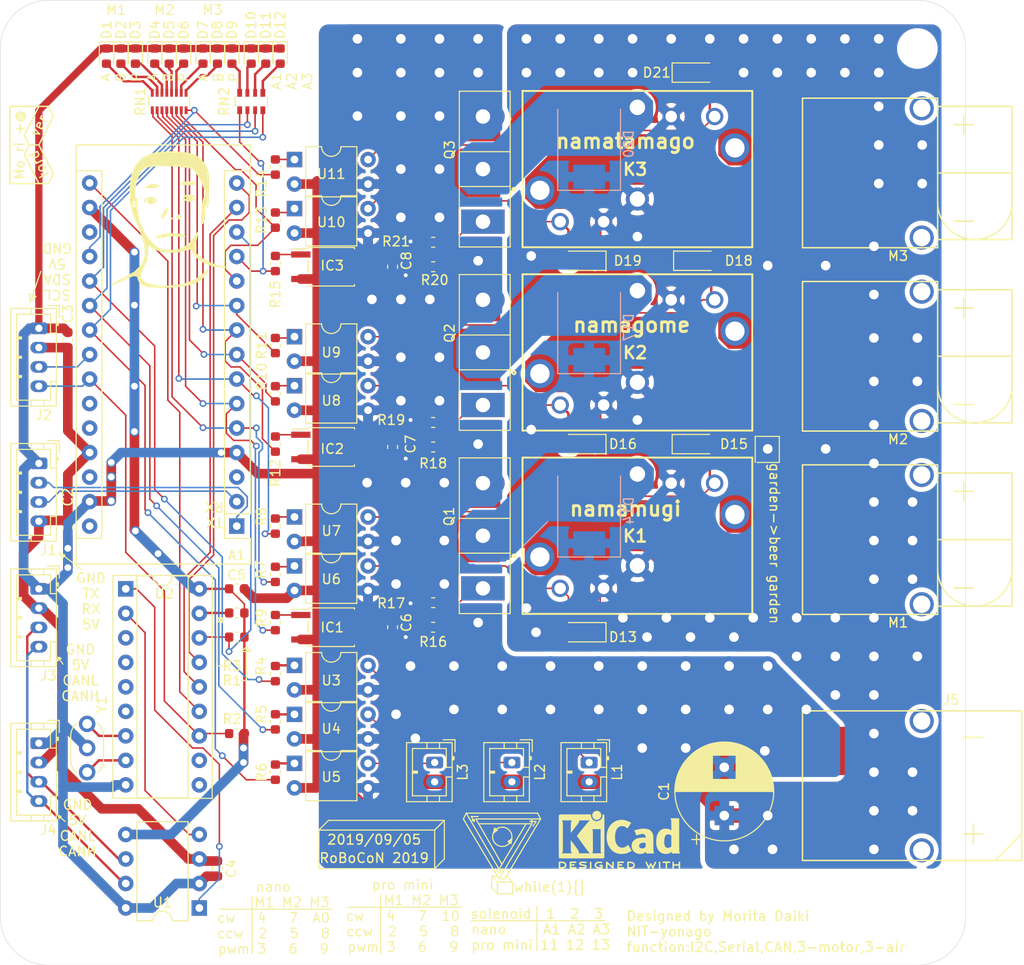
<source format=kicad_pcb>
(kicad_pcb (version 20171130) (host pcbnew "(5.1.2)-1")
  (title_block (title MD_Black_repair) (date 2019-09-05) (rev 2) (company nit-yonago))
  (layers (0 F.Cu signal) (31 B.Cu signal) (34 B.Paste user hide) (35 F.Paste user hide) (36 B.SilkS user) (37 F.SilkS user) (38 B.Mask user hide) (39 F.Mask user hide) (44 Edge.Cuts user))
  (net 0 "")
  (net 1 "Net-(A1-Pad1)")
  (net 2 +3V3)
  (net 3 "Net-(A1-Pad2)")
  (net 4 /3-B)
  (net 5 GND)
  (net 6 "/A1(D11)")
  (net 7 /1-A)
  (net 8 "/A2(D12)")
  (net 9 /1-P)
  (net 10 "/A3(D13)")
  (net 11 /1-B)
  (net 12 /SDA)
  (net 13 /2-A)
  (net 14 /INT)
  (net 15 /2-P)
  (net 16 /2-B)
  (net 17 /3-A)
  (net 18 +5V)
  (net 19 /3-P)
  (net 20 /CS)
  (net 21 "Net-(A1-Pad14)")
  (net 22 "Net-(A1-Pad15)")
  (net 23 "Net-(A1-Pad16)")
  (net 24 +12V)
  (net 25 GNDPWR)
  (net 26 "Net-(D1-Pad2)")
  (net 27 "Net-(D2-Pad2)")
  (net 28 "Net-(D3-Pad2)")
  (net 29 "Net-(D4-Pad2)")
  (net 30 "Net-(D5-Pad2)")
  (net 31 "Net-(D6-Pad2)")
  (net 32 "Net-(D7-Pad2)")
  (net 33 "Net-(D8-Pad2)")
  (net 34 "Net-(D9-Pad2)")
  (net 35 "Net-(D10-Pad2)")
  (net 36 "Net-(D11-Pad2)")
  (net 37 "Net-(D12-Pad2)")
  (net 38 /MD1/PWM)
  (net 39 "Net-(IC1-Pad5)")
  (net 40 "Net-(IC2-Pad5)")
  (net 41 /MD2/PWM)
  (net 42 /MD3/PWM)
  (net 43 "Net-(IC3-Pad5)")
  (net 44 "Net-(J3-Pad4)")
  (net 45 "Net-(J3-Pad3)")
  (net 46 "Net-(K1-Pad1)")
  (net 47 "Net-(K1-Pad8)")
  (net 48 "Net-(K2-Pad8)")
  (net 49 "Net-(K2-Pad1)")
  (net 50 "Net-(K3-Pad1)")
  (net 51 "Net-(K3-Pad8)")
  (net 52 "Net-(L1-Pad1)")
  (net 53 "Net-(L2-Pad1)")
  (net 54 "Net-(L3-Pad1)")
  (net 55 "Net-(Q1-Pad1)")
  (net 56 "Net-(Q2-Pad1)")
  (net 57 "Net-(Q3-Pad1)")
  (net 58 "Net-(R3-Pad1)")
  (net 59 "Net-(R4-Pad2)")
  (net 60 "Net-(R5-Pad2)")
  (net 61 "Net-(R6-Pad2)")
  (net 62 /MD1/A)
  (net 63 /MD1/B)
  (net 64 /MD2/A)
  (net 65 /MD2/B)
  (net 66 /MD3/A)
  (net 67 /MD3/B)
  (net 68 "Net-(U1-Pad1)")
  (net 69 "Net-(U1-Pad4)")
  (net 70 "Net-(U2-Pad7)")
  (net 71 "Net-(U2-Pad8)")
  (net 72 "Net-(D13-Pad2)")
  (net 73 "Net-(D14-Pad2)")
  (net 74 "Net-(D15-Pad2)")
  (net 75 "Net-(D16-Pad2)")
  (net 76 "Net-(D17-Pad2)")
  (net 77 "Net-(D18-Pad2)")
  (net 78 "Net-(D19-Pad2)")
  (net 79 "Net-(D20-Pad2)")
  (net 80 "Net-(D21-Pad2)")
  (module Symbol:KiCad-Logo2_5mm_SilkScreen (layer F.Cu) (at 244.135 141.995)
    (fp_text reference REF** hide)
    (fp_text value KiCad-Logo2_5mm_SilkScreen hide)
  )
  (module Morita:face4 (layer F.Cu) (at 196.9 77.2)
    (fp_text reference G*** hide)
    (fp_text value LOGO hide)
  )
  (module Morita:morita (layer F.Cu) (at 185 70 90)
    (fp_text reference REF** hide)
    (fp_text value morita hide)
    (fp_text user ver (at 2 -1 63.4 unlocked) (layer F.SilkS))
    (fp_text user tord (at -2 -1 116.6 unlocked) (layer F.SilkS))
    (fp_text user "Mo ri +@" (at 0 -3 90) (layer F.SilkS))
  )
  (module MountingHole:MountingHole_3.2mm_M3_DIN965 (layer F.Cu) (at 185 60)
    (fp_text reference REF** hide)
    (fp_text value MountingHole_3.2mm_M3_DIN965)
    (pad 1 np_thru_hole circle (at 0 0) (size 3.2 3.2) (drill 3.2) (layers *.Cu *.Mask))
  )
  (module MountingHole:MountingHole_3.2mm_M3_DIN965 (layer F.Cu) (at 185 150)
    (fp_text reference REF** hide)
    (fp_text value MountingHole_3.2mm_M3_DIN965)
    (pad 1 np_thru_hole circle (at 0 0) (size 3.2 3.2) (drill 3.2) (layers *.Cu *.Mask))
  )
  (module MountingHole:MountingHole_3.2mm_M3_DIN965 (layer F.Cu) (at 275 150)
    (fp_text reference REF** hide)
    (fp_text value MountingHole_3.2mm_M3_DIN965)
    (pad 1 np_thru_hole circle (at 0 0) (size 3.2 3.2) (drill 3.2) (layers *.Cu *.Mask))
  )
  (module MountingHole:MountingHole_3.2mm_M3_DIN965 (layer F.Cu) (at 275 60)
    (fp_text reference REF** hide)
    (fp_text value MountingHole_3.2mm_M3_DIN965)
    (pad 1 np_thru_hole circle (at 0 0) (size 3.2 3.2) (drill 3.2) (layers *.Cu *.Mask))
  )
  (module Package_TO_SOT_THT:TO-247-3_Vertical (layer F.Cu) (at 230 115.95 90)
    (fp_text reference Q1 (at 7.45 -3.5 90) (layer F.SilkS))
    (fp_text value Q_NMOS_GDS)
    (pad 1 thru_hole rect (at 0 0 90) (size 2.5 4.5) (drill 1.5) (layers *.Cu *.Mask) (net 55 "Net-(Q1-Pad1)"))
    (pad 2 thru_hole oval (at 5.45 0 90) (size 2.5 4.5) (drill 1.5) (layers *.Cu *.Mask) (net 73 "Net-(D14-Pad2)"))
    (pad 3 thru_hole oval (at 10.9 0 90) (size 2.5 4.5) (drill 1.5) (layers *.Cu *.Mask) (net 25 GNDPWR))
  )
  (module Connector_JST:JST_PH_B4B-PH-K_1x04_P2.00mm_Vertical (layer F.Cu) (at 184 89 270)
    (fp_text reference J2 (at 9 -0.5 180) (layer F.SilkS))
    (fp_text value i2c)
    (pad 4 thru_hole oval (at 6 0 270) (size 1.2 1.75) (drill 0.75) (layers *.Cu *.Mask) (net 14 /INT))
    (pad 3 thru_hole oval (at 4 0 270) (size 1.2 1.75) (drill 0.75) (layers *.Cu *.Mask) (net 12 /SDA))
    (pad 2 thru_hole oval (at 2 0 270) (size 1.2 1.75) (drill 0.75) (layers *.Cu *.Mask) (net 18 +5V))
    (pad 1 thru_hole roundrect (at 0 0 270) (size 1.2 1.75) (drill 0.75) (layers *.Cu *.Mask) (roundrect_rratio 0.208333) (net 5 GND))
  )
  (module Connector_JST:JST_PH_B4B-PH-K_1x04_P2.00mm_Vertical (layer F.Cu) (at 184 103 270)
    (fp_text reference J1 (at 9 -1 180) (layer F.SilkS))
    (fp_text value Serial)
    (pad 4 thru_hole oval (at 6 0 270) (size 1.2 1.75) (drill 0.75) (layers *.Cu *.Mask) (net 18 +5V))
    (pad 3 thru_hole oval (at 4 0 270) (size 1.2 1.75) (drill 0.75) (layers *.Cu *.Mask) (net 3 "Net-(A1-Pad2)"))
    (pad 2 thru_hole oval (at 2 0 270) (size 1.2 1.75) (drill 0.75) (layers *.Cu *.Mask) (net 1 "Net-(A1-Pad1)"))
    (pad 1 thru_hole roundrect (at 0 0 270) (size 1.2 1.75) (drill 0.75) (layers *.Cu *.Mask) (roundrect_rratio 0.208333) (net 5 GND))
  )
  (module Package_DIP:DIP-18_W7.62mm_Socket (layer F.Cu) (at 193 116)
    (fp_text reference U2 (at 4 0.5) (layer F.SilkS))
    (fp_text value MCP2515-xSO)
    (pad 18 thru_hole oval (at 7.62 0) (size 1.6 1.6) (drill 0.8) (layers *.Cu *.Mask) (net 2 +3V3))
    (pad 9 thru_hole oval (at 0 20.32) (size 1.6 1.6) (drill 0.8) (layers *.Cu *.Mask) (net 5 GND))
    (pad 17 thru_hole oval (at 7.62 2.54) (size 1.6 1.6) (drill 0.8) (layers *.Cu *.Mask) (net 58 "Net-(R3-Pad1)"))
    (pad 8 thru_hole oval (at 0 17.78) (size 1.6 1.6) (drill 0.8) (layers *.Cu *.Mask) (net 71 "Net-(U2-Pad8)"))
    (pad 16 thru_hole oval (at 7.62 5.08) (size 1.6 1.6) (drill 0.8) (layers *.Cu *.Mask) (net 20 /CS))
    (pad 7 thru_hole oval (at 0 15.24) (size 1.6 1.6) (drill 0.8) (layers *.Cu *.Mask) (net 70 "Net-(U2-Pad7)"))
    (pad 15 thru_hole oval (at 7.62 7.62) (size 1.6 1.6) (drill 0.8) (layers *.Cu *.Mask) (net 22 "Net-(A1-Pad15)"))
    (pad 6 thru_hole oval (at 0 12.7) (size 1.6 1.6) (drill 0.8) (layers *.Cu *.Mask))
    (pad 14 thru_hole oval (at 7.62 10.16) (size 1.6 1.6) (drill 0.8) (layers *.Cu *.Mask) (net 21 "Net-(A1-Pad14)"))
    (pad 5 thru_hole oval (at 0 10.16) (size 1.6 1.6) (drill 0.8) (layers *.Cu *.Mask))
    (pad 13 thru_hole oval (at 7.62 12.7) (size 1.6 1.6) (drill 0.8) (layers *.Cu *.Mask) (net 23 "Net-(A1-Pad16)"))
    (pad 4 thru_hole oval (at 0 7.62) (size 1.6 1.6) (drill 0.8) (layers *.Cu *.Mask))
    (pad 12 thru_hole oval (at 7.62 15.24) (size 1.6 1.6) (drill 0.8) (layers *.Cu *.Mask) (net 14 /INT))
    (pad 3 thru_hole oval (at 0 5.08) (size 1.6 1.6) (drill 0.8) (layers *.Cu *.Mask))
    (pad 11 thru_hole oval (at 7.62 17.78) (size 1.6 1.6) (drill 0.8) (layers *.Cu *.Mask))
    (pad 2 thru_hole oval (at 0 2.54) (size 1.6 1.6) (drill 0.8) (layers *.Cu *.Mask) (net 69 "Net-(U1-Pad4)"))
    (pad 10 thru_hole oval (at 7.62 20.32) (size 1.6 1.6) (drill 0.8) (layers *.Cu *.Mask))
    (pad 1 thru_hole rect (at 0 0) (size 1.6 1.6) (drill 0.8) (layers *.Cu *.Mask) (net 68 "Net-(U1-Pad1)"))
  )
  (module Morita:XT60PT-M (layer F.Cu) (at 285.8 136.4)
    (fp_text reference J5 (at -7.3 -8.9 180) (layer F.SilkS))
    (fp_text value xt60)
    (pad 2 smd rect (at -20.8 -3.6) (size 5 5) (layers F.Cu F.Paste F.Mask) (net 25 GNDPWR))
    (pad 1 smd rect (at -20.8 3.6) (size 5 5) (layers F.Cu F.Paste F.Mask) (net 24 +12V))
    (pad "" thru_hole circle (at -10.35 -6.7) (size 2.5 2.5) (drill 1.8) (layers *.Cu *.Mask))
    (pad "" thru_hole circle (at -10.35 6.7) (size 2.5 2.5) (drill 1.8) (layers *.Cu *.Mask))
  )
  (module Diode_SMD:D_SOD-123 (layer F.Cu) (at 251.85 62.5)
    (fp_text reference D21 (at -3.85 0 180) (layer F.SilkS))
    (fp_text value 1N4148W)
    (pad 2 smd rect (at 1.65 0) (size 0.9 1.2) (layers F.Cu F.Paste F.Mask) (net 80 "Net-(D21-Pad2)"))
    (pad 1 smd rect (at -1.65 0) (size 0.9 1.2) (layers F.Cu F.Paste F.Mask) (net 24 +12V))
  )
  (module Diode_SMD:D_SMC (layer B.Cu) (at 241 69.9 90)
    (fp_text reference D20 (at 0 4.1 90) (layer B.SilkS) (effects (justify mirror)))
    (fp_text value SK54)
    (pad 2 smd rect (at 3.4 0) (size 3.3 2.5) (layers B.Cu B.Paste B.Mask) (net 79 "Net-(D20-Pad2)"))
    (pad 1 smd rect (at -3.4 0) (size 3.3 2.5) (layers B.Cu B.Paste B.Mask) (net 24 +12V))
  )
  (module Diode_SMD:D_SOD-123 (layer F.Cu) (at 240.5 82 180)
    (fp_text reference D19 (at -4.5 0) (layer F.SilkS))
    (fp_text value 1N4148W)
    (pad 2 smd rect (at 1.65 0 180) (size 0.9 1.2) (layers F.Cu F.Paste F.Mask) (net 78 "Net-(D19-Pad2)"))
    (pad 1 smd rect (at -1.65 0 180) (size 0.9 1.2) (layers F.Cu F.Paste F.Mask) (net 24 +12V))
  )
  (module Diode_SMD:D_SOD-123 (layer F.Cu) (at 252 82)
    (fp_text reference D18 (at 4.5 0) (layer F.SilkS))
    (fp_text value 1N4148W)
    (pad 2 smd rect (at 1.65 0) (size 0.9 1.2) (layers F.Cu F.Paste F.Mask) (net 77 "Net-(D18-Pad2)"))
    (pad 1 smd rect (at -1.65 0) (size 0.9 1.2) (layers F.Cu F.Paste F.Mask) (net 24 +12V))
  )
  (module Diode_SMD:D_SMC (layer B.Cu) (at 241 88.9 90)
    (fp_text reference D17 (at 0 4.1 90) (layer B.SilkS) (effects (justify mirror)))
    (fp_text value SK54)
    (pad 2 smd rect (at 3.4 0) (size 3.3 2.5) (layers B.Cu B.Paste B.Mask) (net 76 "Net-(D17-Pad2)"))
    (pad 1 smd rect (at -3.4 0) (size 3.3 2.5) (layers B.Cu B.Paste B.Mask) (net 24 +12V))
  )
  (module Diode_SMD:D_SOD-123 (layer F.Cu) (at 240.5 101 180)
    (fp_text reference D16 (at -4 0) (layer F.SilkS))
    (fp_text value 1N4148W)
    (pad 2 smd rect (at 1.65 0 180) (size 0.9 1.2) (layers F.Cu F.Paste F.Mask) (net 75 "Net-(D16-Pad2)"))
    (pad 1 smd rect (at -1.65 0 180) (size 0.9 1.2) (layers F.Cu F.Paste F.Mask) (net 24 +12V))
  )
  (module Diode_SMD:D_SOD-123 (layer F.Cu) (at 251.85 101)
    (fp_text reference D15 (at 4.15 0) (layer F.SilkS))
    (fp_text value 1N4148W)
    (pad 2 smd rect (at 1.65 0) (size 0.9 1.2) (layers F.Cu F.Paste F.Mask) (net 74 "Net-(D15-Pad2)"))
    (pad 1 smd rect (at -1.65 0) (size 0.9 1.2) (layers F.Cu F.Paste F.Mask) (net 24 +12V))
  )
  (module Diode_SMD:D_SMC (layer B.Cu) (at 241 107.9 90)
    (fp_text reference D14 (at 0 4.1 90) (layer B.SilkS) (effects (justify mirror)))
    (fp_text value SK54)
    (pad 2 smd rect (at 3.4 0) (size 3.3 2.5) (layers B.Cu B.Paste B.Mask) (net 73 "Net-(D14-Pad2)"))
    (pad 1 smd rect (at -3.4 0) (size 3.3 2.5) (layers B.Cu B.Paste B.Mask) (net 24 +12V))
  )
  (module Diode_SMD:D_SOD-123 (layer F.Cu) (at 240.5 120.5 180)
    (fp_text reference D13 (at -4 -0.5) (layer F.SilkS))
    (fp_text value 1N4148W)
    (pad 2 smd rect (at 1.65 0 180) (size 0.9 1.2) (layers F.Cu F.Paste F.Mask) (net 72 "Net-(D13-Pad2)"))
    (pad 1 smd rect (at -1.65 0 180) (size 0.9 1.2) (layers F.Cu F.Paste F.Mask) (net 24 +12V))
  )
  (module Module:Arduino_Nano (layer F.Cu) (at 204.5 109.5 180)
    (fp_text reference A1 (at 0 -3) (layer F.SilkS))
    (fp_text value Arduino_Nano_v2.x)
    (pad 1 thru_hole rect (at 0 0 180) (size 1.6 1.6) (drill 0.8) (layers *.Cu *.Mask) (net 1 "Net-(A1-Pad1)"))
    (pad 17 thru_hole oval (at 15.24 33.02 180) (size 1.6 1.6) (drill 0.8) (layers *.Cu *.Mask) (net 2 +3V3))
    (pad 2 thru_hole oval (at 0 2.54 180) (size 1.6 1.6) (drill 0.8) (layers *.Cu *.Mask) (net 3 "Net-(A1-Pad2)"))
    (pad 18 thru_hole oval (at 15.24 30.48 180) (size 1.6 1.6) (drill 0.8) (layers *.Cu *.Mask))
    (pad 3 thru_hole oval (at 0 5.08 180) (size 1.6 1.6) (drill 0.8) (layers *.Cu *.Mask))
    (pad 19 thru_hole oval (at 15.24 27.94 180) (size 1.6 1.6) (drill 0.8) (layers *.Cu *.Mask) (net 4 /3-B))
    (pad 4 thru_hole oval (at 0 7.62 180) (size 1.6 1.6) (drill 0.8) (layers *.Cu *.Mask) (net 5 GND))
    (pad 20 thru_hole oval (at 15.24 25.4 180) (size 1.6 1.6) (drill 0.8) (layers *.Cu *.Mask) (net 6 "/A1(D11)"))
    (pad 5 thru_hole oval (at 0 10.16 180) (size 1.6 1.6) (drill 0.8) (layers *.Cu *.Mask) (net 7 /1-A))
    (pad 21 thru_hole oval (at 15.24 22.86 180) (size 1.6 1.6) (drill 0.8) (layers *.Cu *.Mask) (net 8 "/A2(D12)"))
    (pad 6 thru_hole oval (at 0 12.7 180) (size 1.6 1.6) (drill 0.8) (layers *.Cu *.Mask) (net 9 /1-P))
    (pad 22 thru_hole oval (at 15.24 20.32 180) (size 1.6 1.6) (drill 0.8) (layers *.Cu *.Mask) (net 10 "/A3(D13)"))
    (pad 7 thru_hole oval (at 0 15.24 180) (size 1.6 1.6) (drill 0.8) (layers *.Cu *.Mask) (net 11 /1-B))
    (pad 23 thru_hole oval (at 15.24 17.78 180) (size 1.6 1.6) (drill 0.8) (layers *.Cu *.Mask) (net 12 /SDA))
    (pad 8 thru_hole oval (at 0 17.78 180) (size 1.6 1.6) (drill 0.8) (layers *.Cu *.Mask) (net 13 /2-A))
    (pad 24 thru_hole oval (at 15.24 15.24 180) (size 1.6 1.6) (drill 0.8) (layers *.Cu *.Mask) (net 14 /INT))
    (pad 9 thru_hole oval (at 0 20.32 180) (size 1.6 1.6) (drill 0.8) (layers *.Cu *.Mask) (net 15 /2-P))
    (pad 25 thru_hole oval (at 15.24 12.7 180) (size 1.6 1.6) (drill 0.8) (layers *.Cu *.Mask))
    (pad 10 thru_hole oval (at 0 22.86 180) (size 1.6 1.6) (drill 0.8) (layers *.Cu *.Mask) (net 16 /2-B))
    (pad 26 thru_hole oval (at 15.24 10.16 180) (size 1.6 1.6) (drill 0.8) (layers *.Cu *.Mask))
    (pad 11 thru_hole oval (at 0 25.4 180) (size 1.6 1.6) (drill 0.8) (layers *.Cu *.Mask) (net 17 /3-A))
    (pad 27 thru_hole oval (at 15.24 7.62 180) (size 1.6 1.6) (drill 0.8) (layers *.Cu *.Mask) (net 18 +5V))
    (pad 12 thru_hole oval (at 0 27.94 180) (size 1.6 1.6) (drill 0.8) (layers *.Cu *.Mask) (net 19 /3-P))
    (pad 28 thru_hole oval (at 15.24 5.08 180) (size 1.6 1.6) (drill 0.8) (layers *.Cu *.Mask))
    (pad 13 thru_hole oval (at 0 30.48 180) (size 1.6 1.6) (drill 0.8) (layers *.Cu *.Mask) (net 20 /CS))
    (pad 29 thru_hole oval (at 15.24 2.54 180) (size 1.6 1.6) (drill 0.8) (layers *.Cu *.Mask) (net 5 GND))
    (pad 14 thru_hole oval (at 0 33.02 180) (size 1.6 1.6) (drill 0.8) (layers *.Cu *.Mask) (net 21 "Net-(A1-Pad14)"))
    (pad 30 thru_hole oval (at 15.24 0 180) (size 1.6 1.6) (drill 0.8) (layers *.Cu *.Mask))
    (pad 15 thru_hole oval (at 0 35.56 180) (size 1.6 1.6) (drill 0.8) (layers *.Cu *.Mask) (net 22 "Net-(A1-Pad15)"))
    (pad 16 thru_hole oval (at 15.24 35.56 180) (size 1.6 1.6) (drill 0.8) (layers *.Cu *.Mask) (net 23 "Net-(A1-Pad16)"))
  )
  (module Capacitor_THT:CP_Radial_D10.0mm_P5.00mm (layer F.Cu) (at 255 139.5 90)
    (fp_text reference C1 (at 2.5 -6.25 90) (layer F.SilkS))
    (fp_text value CP)
    (pad 1 thru_hole rect (at 0 0 90) (size 2 2) (drill 1) (layers *.Cu *.Mask) (net 24 +12V))
    (pad 2 thru_hole circle (at 5 0 90) (size 2 2) (drill 1) (layers *.Cu *.Mask) (net 25 GNDPWR))
  )
  (module Capacitor_SMD:C_0603_1608Metric (layer F.Cu) (at 187 109.7 90)
    (fp_text reference C2 (at 3.2 0 90) (layer F.SilkS))
    (fp_text value 0.1uf)
    (pad 1 smd roundrect (at -0.7875 0 90) (size 0.875 0.95) (layers F.Cu F.Paste F.Mask) (net 5 GND))
    (pad 2 smd roundrect (at 0.7875 0 90) (size 0.875 0.95) (layers F.Cu F.Paste F.Mask) (net 18 +5V))
  )
  (module Capacitor_SMD:C_0603_1608Metric (layer F.Cu) (at 187 90.212499 270)
    (fp_text reference C3 (at -2.712499 0 90) (layer F.SilkS))
    (fp_text value 0.1uf)
    (pad 2 smd roundrect (at 0.7875 0 270) (size 0.875 0.95) (layers F.Cu F.Paste F.Mask) (net 18 +5V))
    (pad 1 smd roundrect (at -0.7875 0 270) (size 0.875 0.95) (layers F.Cu F.Paste F.Mask) (net 5 GND))
  )
  (module Capacitor_SMD:C_0603_1608Metric (layer F.Cu) (at 202.5 145 270)
    (fp_text reference C4 (at 0 -1.43 90) (layer F.SilkS))
    (fp_text value 10uf)
    (pad 1 smd roundrect (at -0.7875 0 270) (size 0.875 0.95) (layers F.Cu F.Paste F.Mask) (net 18 +5V))
    (pad 2 smd roundrect (at 0.7875 0 270) (size 0.875 0.95) (layers F.Cu F.Paste F.Mask) (net 5 GND))
  )
  (module Capacitor_SMD:C_0603_1608Metric (layer F.Cu) (at 204.5 116)
    (fp_text reference C5 (at 0 -1.43) (layer F.SilkS))
    (fp_text value 10uf)
    (pad 2 smd roundrect (at 0.7875 0) (size 0.875 0.95) (layers F.Cu F.Paste F.Mask) (net 5 GND))
    (pad 1 smd roundrect (at -0.7875 0) (size 0.875 0.95) (layers F.Cu F.Paste F.Mask) (net 2 +3V3))
  )
  (module Capacitor_SMD:C_0603_1608Metric (layer F.Cu) (at 220.64 119.98 270)
    (fp_text reference C6 (at -0.48 -1.43 90) (layer F.SilkS))
    (fp_text value 0.1u)
    (pad 2 smd roundrect (at 0.7875 0 270) (size 0.875 0.95) (layers F.Cu F.Paste F.Mask) (net 25 GNDPWR))
    (pad 1 smd roundrect (at -0.7875 0 270) (size 0.875 0.95) (layers F.Cu F.Paste F.Mask) (net 24 +12V))
  )
  (module Capacitor_SMD:C_0603_1608Metric (layer F.Cu) (at 220.64 101.3 270)
    (fp_text reference C7 (at -0.3 -1.86 90) (layer F.SilkS))
    (fp_text value 0.1u)
    (pad 1 smd roundrect (at -0.7875 0 270) (size 0.875 0.95) (layers F.Cu F.Paste F.Mask) (net 24 +12V))
    (pad 2 smd roundrect (at 0.7875 0 270) (size 0.875 0.95) (layers F.Cu F.Paste F.Mask) (net 25 GNDPWR))
  )
  (module Capacitor_SMD:C_0603_1608Metric (layer F.Cu) (at 220.64 82.62 270)
    (fp_text reference C8 (at -0.62 -1.43 90) (layer F.SilkS))
    (fp_text value 0.1u)
    (pad 1 smd roundrect (at -0.7875 0 270) (size 0.875 0.95) (layers F.Cu F.Paste F.Mask) (net 24 +12V))
    (pad 2 smd roundrect (at 0.7875 0 270) (size 0.875 0.95) (layers F.Cu F.Paste F.Mask) (net 25 GNDPWR))
  )
  (module LED_SMD:LED_0603_1608Metric (layer F.Cu) (at 191 60.7875 270)
    (fp_text reference D1 (at -2.7125 0 90) (layer F.SilkS))
    (fp_text value R)
    (pad 1 smd roundrect (at -0.7875 0 270) (size 0.875 0.95) (layers F.Cu F.Paste F.Mask) (net 5 GND))
    (pad 2 smd roundrect (at 0.7875 0 270) (size 0.875 0.95) (layers F.Cu F.Paste F.Mask) (net 26 "Net-(D1-Pad2)"))
  )
  (module LED_SMD:LED_0603_1608Metric (layer F.Cu) (at 192.5 60.7875 270)
    (fp_text reference D2 (at -2.7125 0 90) (layer F.SilkS))
    (fp_text value Y)
    (pad 2 smd roundrect (at 0.7875 0 270) (size 0.875 0.95) (layers F.Cu F.Paste F.Mask) (net 27 "Net-(D2-Pad2)"))
    (pad 1 smd roundrect (at -0.7875 0 270) (size 0.875 0.95) (layers F.Cu F.Paste F.Mask) (net 5 GND))
  )
  (module LED_SMD:LED_0603_1608Metric (layer F.Cu) (at 194 60.787501 270)
    (fp_text reference D3 (at -2.7125 0 90) (layer F.SilkS))
    (fp_text value G)
    (pad 1 smd roundrect (at -0.7875 0 270) (size 0.875 0.95) (layers F.Cu F.Paste F.Mask) (net 5 GND))
    (pad 2 smd roundrect (at 0.7875 0 270) (size 0.875 0.95) (layers F.Cu F.Paste F.Mask) (net 28 "Net-(D3-Pad2)"))
  )
  (module LED_SMD:LED_0603_1608Metric (layer F.Cu) (at 196 60.7875 270)
    (fp_text reference D4 (at -2.7125 0 90) (layer F.SilkS))
    (fp_text value R)
    (pad 2 smd roundrect (at 0.7875 0 270) (size 0.875 0.95) (layers F.Cu F.Paste F.Mask) (net 29 "Net-(D4-Pad2)"))
    (pad 1 smd roundrect (at -0.7875 0 270) (size 0.875 0.95) (layers F.Cu F.Paste F.Mask) (net 5 GND))
  )
  (module LED_SMD:LED_0603_1608Metric (layer F.Cu) (at 197.5 60.7875 270)
    (fp_text reference D5 (at -2.7125 0 90) (layer F.SilkS))
    (fp_text value Y)
    (pad 1 smd roundrect (at -0.7875 0 270) (size 0.875 0.95) (layers F.Cu F.Paste F.Mask) (net 5 GND))
    (pad 2 smd roundrect (at 0.7875 0 270) (size 0.875 0.95) (layers F.Cu F.Paste F.Mask) (net 30 "Net-(D5-Pad2)"))
  )
  (module LED_SMD:LED_0603_1608Metric (layer F.Cu) (at 198.999999 60.7875 270)
    (fp_text reference D6 (at -2.7125 0 90) (layer F.SilkS))
    (fp_text value G)
    (pad 2 smd roundrect (at 0.7875 0 270) (size 0.875 0.95) (layers F.Cu F.Paste F.Mask) (net 31 "Net-(D6-Pad2)"))
    (pad 1 smd roundrect (at -0.7875 0 270) (size 0.875 0.95) (layers F.Cu F.Paste F.Mask) (net 5 GND))
  )
  (module LED_SMD:LED_0603_1608Metric (layer F.Cu) (at 201 60.7875 270)
    (fp_text reference D7 (at -2.7125 0 90) (layer F.SilkS))
    (fp_text value R)
    (pad 1 smd roundrect (at -0.7875 0 270) (size 0.875 0.95) (layers F.Cu F.Paste F.Mask) (net 5 GND))
    (pad 2 smd roundrect (at 0.7875 0 270) (size 0.875 0.95) (layers F.Cu F.Paste F.Mask) (net 32 "Net-(D7-Pad2)"))
  )
  (module LED_SMD:LED_0603_1608Metric (layer F.Cu) (at 202.5 60.7875 270)
    (fp_text reference D8 (at -2.7125 0 90) (layer F.SilkS))
    (fp_text value Y)
    (pad 2 smd roundrect (at 0.7875 0 270) (size 0.875 0.95) (layers F.Cu F.Paste F.Mask) (net 33 "Net-(D8-Pad2)"))
    (pad 1 smd roundrect (at -0.7875 0 270) (size 0.875 0.95) (layers F.Cu F.Paste F.Mask) (net 5 GND))
  )
  (module LED_SMD:LED_0603_1608Metric (layer F.Cu) (at 204 60.7875 270)
    (fp_text reference D9 (at -2.7125 0 90) (layer F.SilkS))
    (fp_text value G)
    (pad 2 smd roundrect (at 0.7875 0 270) (size 0.875 0.95) (layers F.Cu F.Paste F.Mask) (net 34 "Net-(D9-Pad2)"))
    (pad 1 smd roundrect (at -0.7875 0 270) (size 0.875 0.95) (layers F.Cu F.Paste F.Mask) (net 5 GND))
  )
  (module LED_SMD:LED_0603_1608Metric (layer F.Cu) (at 206 60.787501 270)
    (fp_text reference D10 (at -3.2125 0 90) (layer F.SilkS))
    (fp_text value R)
    (pad 1 smd roundrect (at -0.7875 0 270) (size 0.875 0.95) (layers F.Cu F.Paste F.Mask) (net 5 GND))
    (pad 2 smd roundrect (at 0.7875 0 270) (size 0.875 0.95) (layers F.Cu F.Paste F.Mask) (net 35 "Net-(D10-Pad2)"))
  )
  (module LED_SMD:LED_0603_1608Metric (layer F.Cu) (at 207.5 60.7875 270)
    (fp_text reference D11 (at -3.2125 0 90) (layer F.SilkS))
    (fp_text value Y)
    (pad 1 smd roundrect (at -0.7875 0 270) (size 0.875 0.95) (layers F.Cu F.Paste F.Mask) (net 5 GND))
    (pad 2 smd roundrect (at 0.7875 0 270) (size 0.875 0.95) (layers F.Cu F.Paste F.Mask) (net 36 "Net-(D11-Pad2)"))
  )
  (module LED_SMD:LED_0603_1608Metric (layer F.Cu) (at 209 60.7875 270)
    (fp_text reference D12 (at -3.2125 0 90) (layer F.SilkS))
    (fp_text value G)
    (pad 2 smd roundrect (at 0.7875 0 270) (size 0.875 0.95) (layers F.Cu F.Paste F.Mask) (net 37 "Net-(D12-Pad2)"))
    (pad 1 smd roundrect (at -0.7875 0 270) (size 0.875 0.95) (layers F.Cu F.Paste F.Mask) (net 5 GND))
  )
  (module Package_SO:SO-5_4.4x3.6mm_P1.27mm (layer F.Cu) (at 214.29 119.98)
    (fp_text reference IC1 (at 0.1 0.02) (layer F.SilkS))
    (fp_text value TLP152)
    (pad 1 smd rect (at -3.15 -1.27) (size 2 0.64) (layers F.Cu F.Paste F.Mask) (net 38 /MD1/PWM))
    (pad 3 smd rect (at -3.15 1.27) (size 2 0.64) (layers F.Cu F.Paste F.Mask) (net 5 GND))
    (pad 4 smd rect (at 3.15 1.27) (size 2 0.64) (layers F.Cu F.Paste F.Mask) (net 25 GNDPWR))
    (pad 5 smd rect (at 3.15 0) (size 2 0.64) (layers F.Cu F.Paste F.Mask) (net 39 "Net-(IC1-Pad5)"))
    (pad 6 smd rect (at 3.15 -1.27) (size 2 0.64) (layers F.Cu F.Paste F.Mask) (net 24 +12V))
  )
  (module Package_SO:SO-5_4.4x3.6mm_P1.27mm (layer F.Cu) (at 214.29 101.3)
    (fp_text reference IC2 (at 0.1 0.2) (layer F.SilkS))
    (fp_text value TLP152)
    (pad 6 smd rect (at 3.15 -1.27) (size 2 0.64) (layers F.Cu F.Paste F.Mask) (net 24 +12V))
    (pad 5 smd rect (at 3.15 0) (size 2 0.64) (layers F.Cu F.Paste F.Mask) (net 40 "Net-(IC2-Pad5)"))
    (pad 4 smd rect (at 3.15 1.27) (size 2 0.64) (layers F.Cu F.Paste F.Mask) (net 25 GNDPWR))
    (pad 3 smd rect (at -3.15 1.27) (size 2 0.64) (layers F.Cu F.Paste F.Mask) (net 5 GND))
    (pad 1 smd rect (at -3.15 -1.27) (size 2 0.64) (layers F.Cu F.Paste F.Mask) (net 41 /MD2/PWM))
  )
  (module Package_SO:SO-5_4.4x3.6mm_P1.27mm (layer F.Cu) (at 214.29 82.62)
    (fp_text reference IC3 (at 0.1 -0.12) (layer F.SilkS))
    (fp_text value TLP152)
    (pad 1 smd rect (at -3.15 -1.27) (size 2 0.64) (layers F.Cu F.Paste F.Mask) (net 42 /MD3/PWM))
    (pad 3 smd rect (at -3.15 1.27) (size 2 0.64) (layers F.Cu F.Paste F.Mask) (net 5 GND))
    (pad 4 smd rect (at 3.15 1.27) (size 2 0.64) (layers F.Cu F.Paste F.Mask) (net 25 GNDPWR))
    (pad 5 smd rect (at 3.15 0) (size 2 0.64) (layers F.Cu F.Paste F.Mask) (net 43 "Net-(IC3-Pad5)"))
    (pad 6 smd rect (at 3.15 -1.27) (size 2 0.64) (layers F.Cu F.Paste F.Mask) (net 24 +12V))
  )
  (module Connector_JST:JST_PH_B4B-PH-K_1x04_P2.00mm_Vertical (layer F.Cu) (at 184 116 270)
    (fp_text reference J3 (at 9 -1 180) (layer F.SilkS))
    (fp_text value CAN)
    (pad 4 thru_hole oval (at 6 0 270) (size 1.2 1.75) (drill 0.75) (layers *.Cu *.Mask) (net 44 "Net-(J3-Pad4)"))
    (pad 3 thru_hole oval (at 4 0 270) (size 1.2 1.75) (drill 0.75) (layers *.Cu *.Mask) (net 45 "Net-(J3-Pad3)"))
    (pad 2 thru_hole oval (at 2 0 270) (size 1.2 1.75) (drill 0.75) (layers *.Cu *.Mask) (net 18 +5V))
    (pad 1 thru_hole roundrect (at 0 0 270) (size 1.2 1.75) (drill 0.75) (layers *.Cu *.Mask) (roundrect_rratio 0.208333) (net 5 GND))
  )
  (module Connector_JST:JST_PH_B4B-PH-K_1x04_P2.00mm_Vertical (layer F.Cu) (at 184 132 270)
    (fp_text reference J4 (at 9 -1 180) (layer F.SilkS))
    (fp_text value CAN)
    (pad 1 thru_hole roundrect (at 0 0 270) (size 1.2 1.75) (drill 0.75) (layers *.Cu *.Mask) (roundrect_rratio 0.208333) (net 5 GND))
    (pad 2 thru_hole oval (at 2 0 270) (size 1.2 1.75) (drill 0.75) (layers *.Cu *.Mask) (net 18 +5V))
    (pad 3 thru_hole oval (at 4 0 270) (size 1.2 1.75) (drill 0.75) (layers *.Cu *.Mask) (net 45 "Net-(J3-Pad3)"))
    (pad 4 thru_hole oval (at 6 0 270) (size 1.2 1.75) (drill 0.75) (layers *.Cu *.Mask) (net 44 "Net-(J3-Pad4)"))
  )
  (module SamacSys_Parts:EP2_H-BRIDGE (layer F.Cu) (at 246 110.5)
    (fp_text reference K1 (at -0.232 0.028) (layer F.SilkS) (effects (font (size 1.27 1.27) (thickness 0.254))))
    (fp_text value EP2-3L3SAb hide)
    (pad 1 thru_hole circle (at -10.1 2.2) (size 3 3) (drill 2) (layers *.Cu *.Mask) (net 46 "Net-(K1-Pad1)"))
    (pad 2 thru_hole circle (at -8 5.45) (size 1.8 1.8) (drill 1.2) (layers *.Cu *.Mask) (net 72 "Net-(D13-Pad2)"))
    (pad 3 thru_hole circle (at -3.5 5.45) (size 1.8 1.8) (drill 1.2) (layers *.Cu *.Mask) (net 24 +12V))
    (pad 4 thru_hole circle (at 0 3.1) (size 2.4 2.4) (drill 1.6) (layers *.Cu *.Mask) (net 24 +12V))
    (pad 5 thru_hole circle (at 0 -6.4) (size 2.4 2.4) (drill 1.6) (layers *.Cu *.Mask) (net 73 "Net-(D14-Pad2)"))
    (pad 6 thru_hole circle (at 3.5 -5.45) (size 1.8 1.8) (drill 1.2) (layers *.Cu *.Mask) (net 24 +12V))
    (pad 7 thru_hole circle (at 8 -5.45) (size 1.8 1.8) (drill 1.2) (layers *.Cu *.Mask) (net 74 "Net-(D15-Pad2)"))
    (pad 8 thru_hole circle (at 10.1 -2.2) (size 3 3) (drill 2) (layers *.Cu *.Mask) (net 47 "Net-(K1-Pad8)"))
  )
  (module SamacSys_Parts:EP2_H-BRIDGE (layer F.Cu) (at 246 91.5)
    (fp_text reference K2 (at -0.232 0.028) (layer F.SilkS) (effects (font (size 1.27 1.27) (thickness 0.254))))
    (fp_text value EP2-3L3SAb hide)
    (pad 8 thru_hole circle (at 10.1 -2.2) (size 3 3) (drill 2) (layers *.Cu *.Mask) (net 48 "Net-(K2-Pad8)"))
    (pad 7 thru_hole circle (at 8 -5.45) (size 1.8 1.8) (drill 1.2) (layers *.Cu *.Mask) (net 77 "Net-(D18-Pad2)"))
    (pad 6 thru_hole circle (at 3.5 -5.45) (size 1.8 1.8) (drill 1.2) (layers *.Cu *.Mask) (net 24 +12V))
    (pad 5 thru_hole circle (at 0 -6.4) (size 2.4 2.4) (drill 1.6) (layers *.Cu *.Mask) (net 76 "Net-(D17-Pad2)"))
    (pad 4 thru_hole circle (at 0 3.1) (size 2.4 2.4) (drill 1.6) (layers *.Cu *.Mask) (net 24 +12V))
    (pad 3 thru_hole circle (at -3.5 5.45) (size 1.8 1.8) (drill 1.2) (layers *.Cu *.Mask) (net 24 +12V))
    (pad 2 thru_hole circle (at -8 5.45) (size 1.8 1.8) (drill 1.2) (layers *.Cu *.Mask) (net 75 "Net-(D16-Pad2)"))
    (pad 1 thru_hole circle (at -10.1 2.2) (size 3 3) (drill 2) (layers *.Cu *.Mask) (net 49 "Net-(K2-Pad1)"))
  )
  (module SamacSys_Parts:EP2_H-BRIDGE (layer F.Cu) (at 246 72.5)
    (fp_text reference K3 (at -0.232 0.028) (layer F.SilkS) (effects (font (size 1.27 1.27) (thickness 0.254))))
    (fp_text value EP2-3L3SAb hide)
    (pad 1 thru_hole circle (at -10.1 2.2) (size 3 3) (drill 2) (layers *.Cu *.Mask) (net 50 "Net-(K3-Pad1)"))
    (pad 2 thru_hole circle (at -8 5.45) (size 1.8 1.8) (drill 1.2) (layers *.Cu *.Mask) (net 78 "Net-(D19-Pad2)"))
    (pad 3 thru_hole circle (at -3.5 5.45) (size 1.8 1.8) (drill 1.2) (layers *.Cu *.Mask) (net 24 +12V))
    (pad 4 thru_hole circle (at 0 3.1) (size 2.4 2.4) (drill 1.6) (layers *.Cu *.Mask) (net 24 +12V))
    (pad 5 thru_hole circle (at 0 -6.4) (size 2.4 2.4) (drill 1.6) (layers *.Cu *.Mask) (net 79 "Net-(D20-Pad2)"))
    (pad 6 thru_hole circle (at 3.5 -5.45) (size 1.8 1.8) (drill 1.2) (layers *.Cu *.Mask) (net 24 +12V))
    (pad 7 thru_hole circle (at 8 -5.45) (size 1.8 1.8) (drill 1.2) (layers *.Cu *.Mask) (net 80 "Net-(D21-Pad2)"))
    (pad 8 thru_hole circle (at 10.1 -2.2) (size 3 3) (drill 2) (layers *.Cu *.Mask) (net 51 "Net-(K3-Pad8)"))
  )
  (module Connector_JST:JST_PH_B2B-PH-K_1x02_P2.00mm_Vertical (layer F.Cu) (at 241 134 270)
    (fp_text reference L1 (at 1 -2.9 90) (layer F.SilkS))
    (fp_text value L)
    (pad 2 thru_hole oval (at 2 0 270) (size 1.2 1.75) (drill 0.75) (layers *.Cu *.Mask) (net 24 +12V))
    (pad 1 thru_hole roundrect (at 0 0 270) (size 1.2 1.75) (drill 0.75) (layers *.Cu *.Mask) (roundrect_rratio 0.208333) (net 52 "Net-(L1-Pad1)"))
  )
  (module Connector_JST:JST_PH_B2B-PH-K_1x02_P2.00mm_Vertical (layer F.Cu) (at 233 134 270)
    (fp_text reference L2 (at 1 -2.9 90) (layer F.SilkS))
    (fp_text value L)
    (pad 1 thru_hole roundrect (at 0 0 270) (size 1.2 1.75) (drill 0.75) (layers *.Cu *.Mask) (roundrect_rratio 0.208333) (net 53 "Net-(L2-Pad1)"))
    (pad 2 thru_hole oval (at 2 0 270) (size 1.2 1.75) (drill 0.75) (layers *.Cu *.Mask) (net 24 +12V))
  )
  (module Connector_JST:JST_PH_B2B-PH-K_1x02_P2.00mm_Vertical (layer F.Cu) (at 225 134 270)
    (fp_text reference L3 (at 1 -2.9 90) (layer F.SilkS))
    (fp_text value L)
    (pad 1 thru_hole roundrect (at 0 0 270) (size 1.2 1.75) (drill 0.75) (layers *.Cu *.Mask) (roundrect_rratio 0.208333) (net 54 "Net-(L3-Pad1)"))
    (pad 2 thru_hole oval (at 2 0 270) (size 1.2 1.75) (drill 0.75) (layers *.Cu *.Mask) (net 24 +12V))
  )
  (module Morita:XT60PT-F (layer F.Cu) (at 284.8 110.9)
    (fp_text reference M1 (at -11.8 8.6 180) (layer F.SilkS))
    (fp_text value xt60)
    (pad 1 smd rect (at -19.8 -3.6) (size 5 5) (layers F.Cu F.Paste F.Mask) (net 47 "Net-(K1-Pad8)"))
    (pad 2 smd rect (at -19.8 3.6) (size 5 5) (layers F.Cu F.Paste F.Mask) (net 46 "Net-(K1-Pad1)"))
    (pad "" thru_hole circle (at -9.35 -6.7) (size 2.5 2.5) (drill 1.8) (layers *.Cu *.Mask))
    (pad "" thru_hole circle (at -9.35 6.7) (size 2.5 2.5) (drill 1.8) (layers *.Cu *.Mask))
  )
  (module Morita:XT60PT-F (layer F.Cu) (at 284.8 91.9)
    (fp_text reference M2 (at -11.8 8.6 180) (layer F.SilkS))
    (fp_text value xt60)
    (pad "" thru_hole circle (at -9.35 6.7) (size 2.5 2.5) (drill 1.8) (layers *.Cu *.Mask))
    (pad "" thru_hole circle (at -9.35 -6.7) (size 2.5 2.5) (drill 1.8) (layers *.Cu *.Mask))
    (pad 2 smd rect (at -19.8 3.6) (size 5 5) (layers F.Cu F.Paste F.Mask) (net 49 "Net-(K2-Pad1)"))
    (pad 1 smd rect (at -19.8 -3.6) (size 5 5) (layers F.Cu F.Paste F.Mask) (net 48 "Net-(K2-Pad8)"))
  )
  (module Morita:XT60PT-F (layer F.Cu) (at 284.8 72.9)
    (fp_text reference M3 (at -11.8 8.6 180) (layer F.SilkS))
    (fp_text value xt60)
    (pad "" thru_hole circle (at -9.35 6.7) (size 2.5 2.5) (drill 1.8) (layers *.Cu *.Mask))
    (pad "" thru_hole circle (at -9.35 -6.7) (size 2.5 2.5) (drill 1.8) (layers *.Cu *.Mask))
    (pad 2 smd rect (at -19.8 3.6) (size 5 5) (layers F.Cu F.Paste F.Mask) (net 50 "Net-(K3-Pad1)"))
    (pad 1 smd rect (at -19.8 -3.6) (size 5 5) (layers F.Cu F.Paste F.Mask) (net 51 "Net-(K3-Pad8)"))
  )
  (module Package_TO_SOT_THT:TO-247-3_Vertical (layer F.Cu) (at 230 96.95 90)
    (fp_text reference Q2 (at 7.45 -3.45 90) (layer F.SilkS))
    (fp_text value Q_NMOS_GDS)
    (pad 1 thru_hole rect (at 0 0 90) (size 2.5 4.5) (drill 1.5) (layers *.Cu *.Mask) (net 56 "Net-(Q2-Pad1)"))
    (pad 2 thru_hole oval (at 5.45 0 90) (size 2.5 4.5) (drill 1.5) (layers *.Cu *.Mask) (net 76 "Net-(D17-Pad2)"))
    (pad 3 thru_hole oval (at 10.9 0 90) (size 2.5 4.5) (drill 1.5) (layers *.Cu *.Mask) (net 25 GNDPWR))
  )
  (module Package_TO_SOT_THT:TO-247-3_Vertical (layer F.Cu) (at 230 77.95 90)
    (fp_text reference Q3 (at 7.45 -3.45 90) (layer F.SilkS))
    (fp_text value Q_NMOS_GDS)
    (pad 3 thru_hole oval (at 10.9 0 90) (size 2.5 4.5) (drill 1.5) (layers *.Cu *.Mask) (net 25 GNDPWR))
    (pad 2 thru_hole oval (at 5.45 0 90) (size 2.5 4.5) (drill 1.5) (layers *.Cu *.Mask) (net 79 "Net-(D20-Pad2)"))
    (pad 1 thru_hole rect (at 0 0 90) (size 2.5 4.5) (drill 1.5) (layers *.Cu *.Mask) (net 57 "Net-(Q3-Pad1)"))
  )
  (module Resistor_SMD:R_0603_1608Metric (layer F.Cu) (at 204.5 121 180)
    (fp_text reference R1 (at 0.5 -4.5) (layer F.SilkS))
    (fp_text value 1k)
    (pad 2 smd roundrect (at 0.7875 0 180) (size 0.875 0.95) (layers F.Cu F.Paste F.Mask) (net 20 /CS))
    (pad 1 smd roundrect (at -0.7875 0 180) (size 0.875 0.95) (layers F.Cu F.Paste F.Mask) (net 2 +3V3))
  )
  (module Resistor_SMD:R_0603_1608Metric (layer F.Cu) (at 204.5 131 180)
    (fp_text reference R2 (at 0.5 1.5) (layer F.SilkS))
    (fp_text value 1k)
    (pad 1 smd roundrect (at -0.7875 0 180) (size 0.875 0.95) (layers F.Cu F.Paste F.Mask) (net 2 +3V3))
    (pad 2 smd roundrect (at 0.7875 0 180) (size 0.875 0.95) (layers F.Cu F.Paste F.Mask) (net 14 /INT))
  )
  (module Resistor_SMD:R_0603_1608Metric (layer F.Cu) (at 204.5 118.5)
    (fp_text reference R3 (at -0.5 5.5 180) (layer F.SilkS))
    (fp_text value 1k)
    (pad 2 smd roundrect (at 0.7875 0) (size 0.875 0.95) (layers F.Cu F.Paste F.Mask) (net 2 +3V3))
    (pad 1 smd roundrect (at -0.7875 0) (size 0.875 0.95) (layers F.Cu F.Paste F.Mask) (net 58 "Net-(R3-Pad1)"))
  )
  (module Resistor_SMD:R_0603_1608Metric (layer F.Cu) (at 208.5 124.7875 90)
    (fp_text reference R4 (at 0.7875 -1.5 90) (layer F.SilkS))
    (fp_text value 270)
    (pad 2 smd roundrect (at 0.7875 0 90) (size 0.875 0.95) (layers F.Cu F.Paste F.Mask) (net 59 "Net-(R4-Pad2)"))
    (pad 1 smd roundrect (at -0.7875 0 90) (size 0.875 0.95) (layers F.Cu F.Paste F.Mask) (net 6 "/A1(D11)"))
  )
  (module Resistor_SMD:R_0603_1608Metric (layer F.Cu) (at 208.5 129.7875 90)
    (fp_text reference R5 (at 0.7875 -1.43 90) (layer F.SilkS))
    (fp_text value 270)
    (pad 1 smd roundrect (at -0.7875 0 90) (size 0.875 0.95) (layers F.Cu F.Paste F.Mask) (net 8 "/A2(D12)"))
    (pad 2 smd roundrect (at 0.7875 0 90) (size 0.875 0.95) (layers F.Cu F.Paste F.Mask) (net 60 "Net-(R5-Pad2)"))
  )
  (module Resistor_SMD:R_0603_1608Metric (layer F.Cu) (at 208.5 135 90)
    (fp_text reference R6 (at 0 -1.43 90) (layer F.SilkS))
    (fp_text value 270)
    (pad 2 smd roundrect (at 0.7875 0 90) (size 0.875 0.95) (layers F.Cu F.Paste F.Mask) (net 61 "Net-(R6-Pad2)"))
    (pad 1 smd roundrect (at -0.7875 0 90) (size 0.875 0.95) (layers F.Cu F.Paste F.Mask) (net 10 "/A3(D13)"))
  )
  (module Resistor_SMD:R_0603_1608Metric (layer F.Cu) (at 208.5 114.5 90)
    (fp_text reference R7 (at 0.5 -1.5 90) (layer F.SilkS))
    (fp_text value 270)
    (pad 1 smd roundrect (at -0.7875 0 90) (size 0.875 0.95) (layers F.Cu F.Paste F.Mask) (net 7 /1-A))
    (pad 2 smd roundrect (at 0.7875 0 90) (size 0.875 0.95) (layers F.Cu F.Paste F.Mask) (net 62 /MD1/A))
  )
  (module Resistor_SMD:R_0603_1608Metric (layer F.Cu) (at 208.5 109.5 90)
    (fp_text reference R8 (at 1 -1.43 90) (layer F.SilkS))
    (fp_text value 270)
    (pad 1 smd roundrect (at -0.7875 0 90) (size 0.875 0.95) (layers F.Cu F.Paste F.Mask) (net 11 /1-B))
    (pad 2 smd roundrect (at 0.7875 0 90) (size 0.875 0.95) (layers F.Cu F.Paste F.Mask) (net 63 /MD1/B))
  )
  (module Resistor_SMD:R_0603_1608Metric (layer F.Cu) (at 208.5 119.5 90)
    (fp_text reference R9 (at 0.5 -1.43 90) (layer F.SilkS))
    (fp_text value 270)
    (pad 2 smd roundrect (at 0.7875 0 90) (size 0.875 0.95) (layers F.Cu F.Paste F.Mask) (net 38 /MD1/PWM))
    (pad 1 smd roundrect (at -0.7875 0 90) (size 0.875 0.95) (layers F.Cu F.Paste F.Mask) (net 9 /1-P))
  )
  (module Resistor_SMD:R_0603_1608Metric (layer F.Cu) (at 208.5 95.7875 90)
    (fp_text reference R10 (at 1.7875 -1.43 90) (layer F.SilkS))
    (fp_text value 270)
    (pad 2 smd roundrect (at 0.7875 0 90) (size 0.875 0.95) (layers F.Cu F.Paste F.Mask) (net 64 /MD2/A))
    (pad 1 smd roundrect (at -0.7875 0 90) (size 0.875 0.95) (layers F.Cu F.Paste F.Mask) (net 13 /2-A))
  )
  (module Resistor_SMD:R_0603_1608Metric (layer F.Cu) (at 208.5 90.7875 90)
    (fp_text reference R11 (at 0 -1.43 90) (layer F.SilkS))
    (fp_text value 270)
    (pad 1 smd roundrect (at -0.7875 0 90) (size 0.875 0.95) (layers F.Cu F.Paste F.Mask) (net 16 /2-B))
    (pad 2 smd roundrect (at 0.7875 0 90) (size 0.875 0.95) (layers F.Cu F.Paste F.Mask) (net 65 /MD2/B))
  )
  (module Resistor_SMD:R_0603_1608Metric (layer F.Cu) (at 208.5 101 90)
    (fp_text reference R12 (at -3 0 90) (layer F.SilkS))
    (fp_text value 270)
    (pad 1 smd roundrect (at -0.7875 0 90) (size 0.875 0.95) (layers F.Cu F.Paste F.Mask) (net 15 /2-P))
    (pad 2 smd roundrect (at 0.7875 0 90) (size 0.875 0.95) (layers F.Cu F.Paste F.Mask) (net 41 /MD2/PWM))
  )
  (module Resistor_SMD:R_0603_1608Metric (layer F.Cu) (at 208.5 77.7875 90)
    (fp_text reference R13 (at 0 -1.43 90) (layer F.SilkS))
    (fp_text value 270)
    (pad 2 smd roundrect (at 0.7875 0 90) (size 0.875 0.95) (layers F.Cu F.Paste F.Mask) (net 66 /MD3/A))
    (pad 1 smd roundrect (at -0.7875 0 90) (size 0.875 0.95) (layers F.Cu F.Paste F.Mask) (net 17 /3-A))
  )
  (module Resistor_SMD:R_0603_1608Metric (layer F.Cu) (at 208.5 72.2875 90)
    (fp_text reference R14 (at -1.7125 -1.43 90) (layer F.SilkS))
    (fp_text value 270)
    (pad 1 smd roundrect (at -0.7875 0 90) (size 0.875 0.95) (layers F.Cu F.Paste F.Mask) (net 4 /3-B))
    (pad 2 smd roundrect (at 0.7875 0 90) (size 0.875 0.95) (layers F.Cu F.Paste F.Mask) (net 67 /MD3/B))
  )
  (module Resistor_SMD:R_0603_1608Metric (layer F.Cu) (at 208.5 82.2875 90)
    (fp_text reference R15 (at -3.2125 0 90) (layer F.SilkS))
    (fp_text value 270)
    (pad 1 smd roundrect (at -0.7875 0 90) (size 0.875 0.95) (layers F.Cu F.Paste F.Mask) (net 19 /3-P))
    (pad 2 smd roundrect (at 0.7875 0 90) (size 0.875 0.95) (layers F.Cu F.Paste F.Mask) (net 42 /MD3/PWM))
  )
  (module Resistor_SMD:R_0603_1608Metric_Pad1.05x0.95mm_HandSolder (layer F.Cu) (at 224.845 119.98)
    (fp_text reference R16 (at 0 1.52) (layer F.SilkS))
    (fp_text value Rg)
    (pad 1 smd roundrect (at -0.875 0) (size 1.05 0.95) (layers F.Cu F.Paste F.Mask) (net 39 "Net-(IC1-Pad5)"))
    (pad 2 smd roundrect (at 0.875 0) (size 1.05 0.95) (layers F.Cu F.Paste F.Mask) (net 55 "Net-(Q1-Pad1)"))
  )
  (module Resistor_SMD:R_0603_1608Metric_Pad1.05x0.95mm_HandSolder (layer F.Cu) (at 224.845 117.44 180)
    (fp_text reference R17 (at 4.345 -0.06) (layer F.SilkS))
    (fp_text value N/A)
    (pad 2 smd roundrect (at 0.875 0 180) (size 1.05 0.95) (layers F.Cu F.Paste F.Mask) (net 25 GNDPWR))
    (pad 1 smd roundrect (at -0.875 0 180) (size 1.05 0.95) (layers F.Cu F.Paste F.Mask) (net 55 "Net-(Q1-Pad1)"))
  )
  (module Resistor_SMD:R_0603_1608Metric_Pad1.05x0.95mm_HandSolder (layer F.Cu) (at 224.845 101.3)
    (fp_text reference R18 (at 0 1.7) (layer F.SilkS))
    (fp_text value Rg)
    (pad 2 smd roundrect (at 0.875 0) (size 1.05 0.95) (layers F.Cu F.Paste F.Mask) (net 56 "Net-(Q2-Pad1)"))
    (pad 1 smd roundrect (at -0.875 0) (size 1.05 0.95) (layers F.Cu F.Paste F.Mask) (net 40 "Net-(IC2-Pad5)"))
  )
  (module Resistor_SMD:R_0603_1608Metric_Pad1.05x0.95mm_HandSolder (layer F.Cu) (at 224.845 98.76 180)
    (fp_text reference R19 (at 4.345 0.26) (layer F.SilkS))
    (fp_text value N/A)
    (pad 1 smd roundrect (at -0.875 0 180) (size 1.05 0.95) (layers F.Cu F.Paste F.Mask) (net 56 "Net-(Q2-Pad1)"))
    (pad 2 smd roundrect (at 0.875 0 180) (size 1.05 0.95) (layers F.Cu F.Paste F.Mask) (net 25 GNDPWR))
  )
  (module Resistor_SMD:R_0603_1608Metric_Pad1.05x0.95mm_HandSolder (layer F.Cu) (at 224.845 82.62)
    (fp_text reference R20 (at 0.155 1.38) (layer F.SilkS))
    (fp_text value Rg)
    (pad 2 smd roundrect (at 0.875 0) (size 1.05 0.95) (layers F.Cu F.Paste F.Mask) (net 57 "Net-(Q3-Pad1)"))
    (pad 1 smd roundrect (at -0.875 0) (size 1.05 0.95) (layers F.Cu F.Paste F.Mask) (net 43 "Net-(IC3-Pad5)"))
  )
  (module Resistor_SMD:R_0603_1608Metric_Pad1.05x0.95mm_HandSolder (layer F.Cu) (at 224.845 80.08 180)
    (fp_text reference R21 (at 3.845 0.08) (layer F.SilkS))
    (fp_text value N/A)
    (pad 1 smd roundrect (at -0.875 0 180) (size 1.05 0.95) (layers F.Cu F.Paste F.Mask) (net 57 "Net-(Q3-Pad1)"))
    (pad 2 smd roundrect (at 0.875 0 180) (size 1.05 0.95) (layers F.Cu F.Paste F.Mask) (net 25 GNDPWR))
  )
  (module Resistor_SMD:R_Array_Convex_8x0602 (layer F.Cu) (at 197.5 65.5 90)
    (fp_text reference RN1 (at 0 -3 90) (layer F.SilkS))
    (fp_text value 1k)
    (pad 1 smd rect (at -0.9 -1.75 90) (size 0.8 0.3) (layers F.Cu F.Paste F.Mask) (net 7 /1-A))
    (pad 16 smd rect (at 0.9 -1.75 90) (size 0.8 0.3) (layers F.Cu F.Paste F.Mask) (net 26 "Net-(D1-Pad2)"))
    (pad 8 smd rect (at -0.9 1.75 90) (size 0.8 0.3) (layers F.Cu F.Paste F.Mask) (net 4 /3-B))
    (pad 9 smd rect (at 0.9 1.75 90) (size 0.8 0.3) (layers F.Cu F.Paste F.Mask) (net 33 "Net-(D8-Pad2)"))
    (pad 2 smd rect (at -0.9 -1.25 90) (size 0.8 0.3) (layers F.Cu F.Paste F.Mask) (net 11 /1-B))
    (pad 3 smd rect (at -0.9 -0.75 90) (size 0.8 0.3) (layers F.Cu F.Paste F.Mask) (net 9 /1-P))
    (pad 4 smd rect (at -0.9 -0.25 90) (size 0.8 0.3) (layers F.Cu F.Paste F.Mask) (net 13 /2-A))
    (pad 5 smd rect (at -0.9 0.25 90) (size 0.8 0.3) (layers F.Cu F.Paste F.Mask) (net 16 /2-B))
    (pad 6 smd rect (at -0.9 0.75 90) (size 0.8 0.3) (layers F.Cu F.Paste F.Mask) (net 15 /2-P))
    (pad 7 smd rect (at -0.9 1.25 90) (size 0.8 0.3) (layers F.Cu F.Paste F.Mask) (net 17 /3-A))
    (pad 15 smd rect (at 0.9 -1.25 90) (size 0.8 0.3) (layers F.Cu F.Paste F.Mask) (net 27 "Net-(D2-Pad2)"))
    (pad 14 smd rect (at 0.9 -0.75 90) (size 0.8 0.3) (layers F.Cu F.Paste F.Mask) (net 28 "Net-(D3-Pad2)"))
    (pad 13 smd rect (at 0.9 -0.25 90) (size 0.8 0.3) (layers F.Cu F.Paste F.Mask) (net 29 "Net-(D4-Pad2)"))
    (pad 11 smd rect (at 0.9 0.75 90) (size 0.8 0.3) (layers F.Cu F.Paste F.Mask) (net 31 "Net-(D6-Pad2)"))
    (pad 12 smd rect (at 0.9 0.25 90) (size 0.8 0.3) (layers F.Cu F.Paste F.Mask) (net 30 "Net-(D5-Pad2)"))
    (pad 10 smd rect (at 0.9 1.25 90) (size 0.8 0.3) (layers F.Cu F.Paste F.Mask) (net 32 "Net-(D7-Pad2)"))
  )
  (module Resistor_SMD:R_Array_Convex_4x0603 (layer F.Cu) (at 206 65.5 90)
    (fp_text reference RN2 (at 0 -2.8 90) (layer F.SilkS))
    (fp_text value 1k)
    (pad 1 smd rect (at -0.9 -1.2 90) (size 0.8 0.5) (layers F.Cu F.Paste F.Mask) (net 19 /3-P))
    (pad 3 smd rect (at -0.9 0.4 90) (size 0.8 0.4) (layers F.Cu F.Paste F.Mask) (net 8 "/A2(D12)"))
    (pad 2 smd rect (at -0.9 -0.4 90) (size 0.8 0.4) (layers F.Cu F.Paste F.Mask) (net 6 "/A1(D11)"))
    (pad 4 smd rect (at -0.9 1.2 90) (size 0.8 0.5) (layers F.Cu F.Paste F.Mask) (net 10 "/A3(D13)"))
    (pad 7 smd rect (at 0.9 -0.4 90) (size 0.8 0.4) (layers F.Cu F.Paste F.Mask) (net 35 "Net-(D10-Pad2)"))
    (pad 8 smd rect (at 0.9 -1.2 90) (size 0.8 0.5) (layers F.Cu F.Paste F.Mask) (net 34 "Net-(D9-Pad2)"))
    (pad 6 smd rect (at 0.9 0.4 90) (size 0.8 0.4) (layers F.Cu F.Paste F.Mask) (net 36 "Net-(D11-Pad2)"))
    (pad 5 smd rect (at 0.9 1.2 90) (size 0.8 0.5) (layers F.Cu F.Paste F.Mask) (net 37 "Net-(D12-Pad2)"))
  )
  (module Package_DIP:DIP-8_W7.62mm (layer F.Cu) (at 200.62 149.08 180)
    (fp_text reference U1 (at 3.81 0.58) (layer F.SilkS))
    (fp_text value MCP2562-E-P)
    (pad 1 thru_hole rect (at 0 0 180) (size 1.6 1.6) (drill 0.8) (layers *.Cu *.Mask) (net 68 "Net-(U1-Pad1)"))
    (pad 5 thru_hole oval (at 7.62 7.62 180) (size 1.6 1.6) (drill 0.8) (layers *.Cu *.Mask) (net 2 +3V3))
    (pad 2 thru_hole oval (at 0 2.54 180) (size 1.6 1.6) (drill 0.8) (layers *.Cu *.Mask) (net 5 GND))
    (pad 6 thru_hole oval (at 7.62 5.08 180) (size 1.6 1.6) (drill 0.8) (layers *.Cu *.Mask) (net 45 "Net-(J3-Pad3)"))
    (pad 3 thru_hole oval (at 0 5.08 180) (size 1.6 1.6) (drill 0.8) (layers *.Cu *.Mask) (net 18 +5V))
    (pad 7 thru_hole oval (at 7.62 2.54 180) (size 1.6 1.6) (drill 0.8) (layers *.Cu *.Mask) (net 44 "Net-(J3-Pad4)"))
    (pad 4 thru_hole oval (at 0 7.62 180) (size 1.6 1.6) (drill 0.8) (layers *.Cu *.Mask) (net 69 "Net-(U1-Pad4)"))
    (pad 8 thru_hole oval (at 7.62 0 180) (size 1.6 1.6) (drill 0.8) (layers *.Cu *.Mask) (net 5 GND))
  )
  (module Package_DIP:DIP-4_W7.62mm (layer F.Cu) (at 210.48 123.93)
    (fp_text reference U3 (at 3.81 1.57) (layer F.SilkS))
    (fp_text value TLP627)
    (pad 4 thru_hole oval (at 7.62 0) (size 1.6 1.6) (drill 0.8) (layers *.Cu *.Mask) (net 52 "Net-(L1-Pad1)"))
    (pad 2 thru_hole oval (at 0 2.54) (size 1.6 1.6) (drill 0.8) (layers *.Cu *.Mask) (net 5 GND))
    (pad 3 thru_hole oval (at 7.62 2.54) (size 1.6 1.6) (drill 0.8) (layers *.Cu *.Mask) (net 25 GNDPWR))
    (pad 1 thru_hole rect (at 0 0) (size 1.6 1.6) (drill 0.8) (layers *.Cu *.Mask) (net 59 "Net-(R4-Pad2)"))
  )
  (module Package_DIP:DIP-4_W7.62mm (layer F.Cu) (at 210.48 129.01)
    (fp_text reference U4 (at 3.81 1.49) (layer F.SilkS))
    (fp_text value TLP627)
    (pad 1 thru_hole rect (at 0 0) (size 1.6 1.6) (drill 0.8) (layers *.Cu *.Mask) (net 60 "Net-(R5-Pad2)"))
    (pad 3 thru_hole oval (at 7.62 2.54) (size 1.6 1.6) (drill 0.8) (layers *.Cu *.Mask) (net 25 GNDPWR))
    (pad 2 thru_hole oval (at 0 2.54) (size 1.6 1.6) (drill 0.8) (layers *.Cu *.Mask) (net 5 GND))
    (pad 4 thru_hole oval (at 7.62 0) (size 1.6 1.6) (drill 0.8) (layers *.Cu *.Mask) (net 53 "Net-(L2-Pad1)"))
  )
  (module Package_DIP:DIP-4_W7.62mm (layer F.Cu) (at 210.48 134.09)
    (fp_text reference U5 (at 3.81 1.41) (layer F.SilkS))
    (fp_text value TLP627)
    (pad 1 thru_hole rect (at 0 0) (size 1.6 1.6) (drill 0.8) (layers *.Cu *.Mask) (net 61 "Net-(R6-Pad2)"))
    (pad 3 thru_hole oval (at 7.62 2.54) (size 1.6 1.6) (drill 0.8) (layers *.Cu *.Mask) (net 25 GNDPWR))
    (pad 2 thru_hole oval (at 0 2.54) (size 1.6 1.6) (drill 0.8) (layers *.Cu *.Mask) (net 5 GND))
    (pad 4 thru_hole oval (at 7.62 0) (size 1.6 1.6) (drill 0.8) (layers *.Cu *.Mask) (net 54 "Net-(L3-Pad1)"))
  )
  (module Package_DIP:DIP-4_W7.62mm (layer F.Cu) (at 210.48 113.63)
    (fp_text reference U6 (at 3.81 1.37) (layer F.SilkS))
    (fp_text value TLP627)
    (pad 4 thru_hole oval (at 7.62 0) (size 1.6 1.6) (drill 0.8) (layers *.Cu *.Mask) (net 72 "Net-(D13-Pad2)"))
    (pad 2 thru_hole oval (at 0 2.54) (size 1.6 1.6) (drill 0.8) (layers *.Cu *.Mask) (net 5 GND))
    (pad 3 thru_hole oval (at 7.62 2.54) (size 1.6 1.6) (drill 0.8) (layers *.Cu *.Mask) (net 25 GNDPWR))
    (pad 1 thru_hole rect (at 0 0) (size 1.6 1.6) (drill 0.8) (layers *.Cu *.Mask) (net 62 /MD1/A))
  )
  (module Package_DIP:DIP-4_W7.62mm (layer F.Cu) (at 210.48 108.55)
    (fp_text reference U7 (at 3.81 1.45) (layer F.SilkS))
    (fp_text value TLP627)
    (pad 1 thru_hole rect (at 0 0) (size 1.6 1.6) (drill 0.8) (layers *.Cu *.Mask) (net 63 /MD1/B))
    (pad 3 thru_hole oval (at 7.62 2.54) (size 1.6 1.6) (drill 0.8) (layers *.Cu *.Mask) (net 25 GNDPWR))
    (pad 2 thru_hole oval (at 0 2.54) (size 1.6 1.6) (drill 0.8) (layers *.Cu *.Mask) (net 5 GND))
    (pad 4 thru_hole oval (at 7.62 0) (size 1.6 1.6) (drill 0.8) (layers *.Cu *.Mask) (net 74 "Net-(D15-Pad2)"))
  )
  (module Package_DIP:DIP-4_W7.62mm (layer F.Cu) (at 210.48 94.95)
    (fp_text reference U8 (at 3.81 1.55) (layer F.SilkS))
    (fp_text value TLP627)
    (pad 4 thru_hole oval (at 7.62 0) (size 1.6 1.6) (drill 0.8) (layers *.Cu *.Mask) (net 75 "Net-(D16-Pad2)"))
    (pad 2 thru_hole oval (at 0 2.54) (size 1.6 1.6) (drill 0.8) (layers *.Cu *.Mask) (net 5 GND))
    (pad 3 thru_hole oval (at 7.62 2.54) (size 1.6 1.6) (drill 0.8) (layers *.Cu *.Mask) (net 25 GNDPWR))
    (pad 1 thru_hole rect (at 0 0) (size 1.6 1.6) (drill 0.8) (layers *.Cu *.Mask) (net 64 /MD2/A))
  )
  (module Package_DIP:DIP-4_W7.62mm (layer F.Cu) (at 210.48 89.87)
    (fp_text reference U9 (at 3.81 1.63) (layer F.SilkS))
    (fp_text value TLP627)
    (pad 1 thru_hole rect (at 0 0) (size 1.6 1.6) (drill 0.8) (layers *.Cu *.Mask) (net 65 /MD2/B))
    (pad 3 thru_hole oval (at 7.62 2.54) (size 1.6 1.6) (drill 0.8) (layers *.Cu *.Mask) (net 25 GNDPWR))
    (pad 2 thru_hole oval (at 0 2.54) (size 1.6 1.6) (drill 0.8) (layers *.Cu *.Mask) (net 5 GND))
    (pad 4 thru_hole oval (at 7.62 0) (size 1.6 1.6) (drill 0.8) (layers *.Cu *.Mask) (net 77 "Net-(D18-Pad2)"))
  )
  (module Package_DIP:DIP-4_W7.62mm (layer F.Cu) (at 210.48 76.59)
    (fp_text reference U10 (at 3.81 1.41) (layer F.SilkS))
    (fp_text value TLP627)
    (pad 1 thru_hole rect (at 0 0) (size 1.6 1.6) (drill 0.8) (layers *.Cu *.Mask) (net 66 /MD3/A))
    (pad 3 thru_hole oval (at 7.62 2.54) (size 1.6 1.6) (drill 0.8) (layers *.Cu *.Mask) (net 25 GNDPWR))
    (pad 2 thru_hole oval (at 0 2.54) (size 1.6 1.6) (drill 0.8) (layers *.Cu *.Mask) (net 5 GND))
    (pad 4 thru_hole oval (at 7.62 0) (size 1.6 1.6) (drill 0.8) (layers *.Cu *.Mask) (net 78 "Net-(D19-Pad2)"))
  )
  (module Package_DIP:DIP-4_W7.62mm (layer F.Cu) (at 210.48 71.51)
    (fp_text reference U11 (at 3.81 1.49) (layer F.SilkS))
    (fp_text value TLP627)
    (pad 4 thru_hole oval (at 7.62 0) (size 1.6 1.6) (drill 0.8) (layers *.Cu *.Mask) (net 80 "Net-(D21-Pad2)"))
    (pad 2 thru_hole oval (at 0 2.54) (size 1.6 1.6) (drill 0.8) (layers *.Cu *.Mask) (net 5 GND))
    (pad 3 thru_hole oval (at 7.62 2.54) (size 1.6 1.6) (drill 0.8) (layers *.Cu *.Mask) (net 25 GNDPWR))
    (pad 1 thru_hole rect (at 0 0) (size 1.6 1.6) (drill 0.8) (layers *.Cu *.Mask) (net 67 /MD3/B))
  )
  (module Crystal:Resonator_muRata_CSTLSxxxX-3Pin_W5.5mm_H3.0mm (layer F.Cu) (at 189 130 270)
    (fp_text reference Y1 (at -2 -1.5 90) (layer F.SilkS))
    (fp_text value 16MHz)
    (pad 1 thru_hole circle (at 0 0 270) (size 1.7 1.7) (drill 1) (layers *.Cu *.Mask) (net 70 "Net-(U2-Pad7)"))
    (pad 2 thru_hole circle (at 2.5 0 270) (size 1.7 1.7) (drill 1) (layers *.Cu *.Mask) (net 5 GND))
    (pad 3 thru_hole circle (at 5 0 270) (size 1.7 1.7) (drill 1) (layers *.Cu *.Mask) (net 71 "Net-(U2-Pad8)"))
  )
  (gr_line (start 232.7 142.2) (end 232.9 142.1) (layer F.SilkS) (width 0.12))
  (gr_line (start 232.6 142.2) (end 232.7 142.2) (layer F.SilkS) (width 0.12))
  (gr_line (start 232.9 142.4) (end 232.6 142.2) (layer F.SilkS) (width 0.12))
  (gr_line (start 233 141.9) (end 232.9 142.4) (layer F.SilkS) (width 0.12))
  (gr_line (start 232.6 142.2) (end 233 141.9) (layer F.SilkS) (width 0.12))
  (gr_line (start 231.2 141.1) (end 231.4 141) (layer F.SilkS) (width 0.12))
  (gr_line (start 231.3 140.9) (end 231.2 141) (layer F.SilkS) (width 0.12))
  (gr_line (start 231.2 140.8) (end 231.5 141) (layer F.SilkS) (width 0.12))
  (gr_line (start 231.1 141.3) (end 231.5 141) (layer F.SilkS) (width 0.12))
  (gr_line (start 231.2 140.8) (end 231.1 141.3) (layer F.SilkS) (width 0.12))
  (gr_circle (center 232 141.7) (end 231.2 141.1) (layer F.SilkS) (width 0.12))
  (gr_line (start 235.1 140.2) (end 234.9 140.1) (layer F.SilkS) (width 0.12))
  (gr_line (start 235.1 140) (end 235.1 140.2) (layer F.SilkS) (width 0.12))
  (gr_line (start 234.9 140.1) (end 235.1 140) (layer F.SilkS) (width 0.12))
  (gr_line (start 235.5 140.1) (end 234.9 140.1) (layer F.SilkS) (width 0.12))
  (gr_line (start 235.2 140.6) (end 235.5 140.1) (layer F.SilkS) (width 0.12))
  (gr_line (start 232 145.1) (end 232 145.2) (layer F.SilkS) (width 0.12))
  (gr_line (start 231.8 145.1) (end 232 145.2) (layer F.SilkS) (width 0.12))
  (gr_line (start 232 145) (end 231.8 145.1) (layer F.SilkS) (width 0.12))
  (gr_line (start 231.7 145.5) (end 232 145) (layer F.SilkS) (width 0.12))
  (gr_line (start 231.3 145) (end 231.7 145.5) (layer F.SilkS) (width 0.12))
  (gr_line (start 228.9 140) (end 229.1 140.1) (layer F.SilkS) (width 0.12))
  (gr_line (start 229.1 139.9) (end 228.9 140) (layer F.SilkS) (width 0.12))
  (gr_line (start 229.1 140.1) (end 229.1 139.9) (layer F.SilkS) (width 0.12))
  (gr_line (start 228.8 139.6) (end 229.1 140.1) (layer F.SilkS) (width 0.12))
  (gr_line (start 229.5 139.6) (end 228.8 139.6) (layer F.SilkS) (width 0.12))
  (gr_text "while(1){}" (at 236.9 146.9) (layer F.SilkS) (effects (font (size 1 1))))
  (gr_line (start 230.9 147) (end 231.5 147.6) (layer F.SilkS) (width 0.12))
  (gr_line (start 230.9 145.8) (end 230.9 147) (layer F.SilkS) (width 0.12))
  (gr_line (start 233.1 147.6) (end 233.1 146.4) (layer F.SilkS) (width 0.12))
  (gr_line (start 231.5 147.6) (end 233.1 147.6) (layer F.SilkS) (width 0.12))
  (gr_line (start 231.5 146.4) (end 231.5 147.6) (layer F.SilkS) (width 0.12))
  (gr_line (start 230.9 145.8) (end 231.5 146.4) (layer F.SilkS) (width 0.12))
  (gr_line (start 231.4 145.8) (end 230.9 145.8) (layer F.SilkS) (width 0.12))
  (gr_line (start 233.1 146.4) (end 232.5 145.8) (layer F.SilkS) (width 0.12))
  (gr_line (start 231.5 146.4) (end 233.1 146.4) (layer F.SilkS) (width 0.12))
  (gr_line (start 229.270711 139.849391) (end 231.97071 144.54939) (layer F.SilkS) (width 0.12))
  (gr_line (start 235.07071 140.349389) (end 229.57071 140.349391) (layer F.SilkS) (width 0.12))
  (gr_line (start 231.670711 145.04939) (end 234.47071 140.349389) (layer F.SilkS) (width 0.12))
  (gr_line (start 228.270711 139.24939) (end 231.670711 145.04939) (layer F.SilkS) (width 0.12))
  (gr_line (start 235.97071 139.849391) (end 229.270711 139.849391) (layer F.SilkS) (width 0.12))
  (gr_line (start 231.670711 146.04939) (end 235.07071 140.349389) (layer F.SilkS) (width 0.12))
  (gr_line (start 235.97071 139.849391) (end 232.270711 146.04939) (layer F.SilkS) (width 0.12))
  (gr_line (start 235.670711 139.249391) (end 235.97071 139.849391) (layer F.SilkS) (width 0.12))
  (gr_line (start 228.270711 139.24939) (end 235.670711 139.249391) (layer F.SilkS) (width 0.12))
  (gr_line (start 227.970712 139.84939) (end 228.270711 139.24939) (layer F.SilkS) (width 0.12))
  (gr_line (start 231.670711 146.04939) (end 227.970712 139.84939) (layer F.SilkS) (width 0.12))
  (gr_line (start 232.270711 146.04939) (end 231.670711 146.04939) (layer F.SilkS) (width 0.12))
  (gr_line (start 226 144) (end 225 145) (layer F.SilkS) (width 0.12))
  (gr_line (start 226 140) (end 226 144) (layer F.SilkS) (width 0.12))
  (gr_line (start 226 140) (end 225 141) (layer F.SilkS) (width 0.12))
  (gr_line (start 214 140) (end 226 140) (layer F.SilkS) (width 0.12))
  (gr_line (start 213 141) (end 214 140) (layer F.SilkS) (width 0.12))
  (gr_line (start 213 145) (end 213 141) (layer F.SilkS) (width 0.12))
  (gr_line (start 225 145) (end 213 145) (layer F.SilkS) (width 0.12))
  (gr_line (start 225 141) (end 225 145) (layer F.SilkS) (width 0.12))
  (gr_line (start 213 141) (end 225 141) (layer F.SilkS) (width 0.12))
  (gr_line (start 258.2 100.2) (end 258.2 102.9) (layer F.SilkS) (width 0.12))
  (gr_line (start 260.7 100.2) (end 258.2 100.2) (layer F.SilkS) (width 0.12))
  (gr_line (start 260.7 102.9) (end 260.7 100.2) (layer F.SilkS) (width 0.12))
  (gr_line (start 258.4 102.9) (end 260.7 102.9) (layer F.SilkS) (width 0.12))
  (gr_text "garden->beer garden" (at 260.2 111.3 270) (layer F.SilkS) (effects (font (size 1 1))))
  (gr_text 2019/09/05 (at 218.735 141.995) (layer F.SilkS) (effects (font (size 1 1))))
  (gr_text "RoBoCoN 2019" (at 218.735 143.9) (layer F.SilkS) (effects (font (size 1 1))))
  (gr_text namatamago (at 244.77 69.605) (layer F.SilkS) (effects (font (size 1.5 1.5) (thickness 0.3))))
  (gr_text namagome (at 245.405 88.655) (layer F.SilkS) (effects (font (size 1.5 1.5) (thickness 0.3))))
  (gr_text namamugi (at 244.77 107.705) (layer F.SilkS) (effects (font (size 1.5 1.5) (thickness 0.3))))
  (gr_text "Designed by Morita Daiki\nNIT-yonago\nfunction:I2C,Serial,CAN,3-motor,3-air\n" (at 244.77 151.52) (layer F.SilkS) (effects (font (size 1 1)) (justify left)))
  (gr_line (start 186.3 139.6) (end 186.1 139.5) (layer F.SilkS) (width 0.12))
  (gr_line (start 186.1 139.8) (end 186.3 139.6) (layer F.SilkS) (width 0.12))
  (gr_line (start 186 139.5) (end 186.1 139.8) (layer F.SilkS) (width 0.12))
  (gr_line (start 186.7 140.1) (end 186 139.5) (layer F.SilkS) (width 0.12))
  (gr_line (start 186.3 123.2) (end 186.1 123.1) (layer F.SilkS) (width 0.12))
  (gr_line (start 185.9 123.5) (end 186.3 123.2) (layer F.SilkS) (width 0.12))
  (gr_line (start 186 123.1) (end 185.9 123.5) (layer F.SilkS) (width 0.12))
  (gr_line (start 186.5 123.8) (end 186 123.1) (layer F.SilkS) (width 0.12))
  (gr_text "GND\n5V\nCANL\nCANH" (at 188.3 124.7) (layer F.SilkS) (effects (font (size 1 1))))
  (gr_text "GND\n5V\nCANL\nCANH" (at 188 140.8) (layer F.SilkS) (effects (font (size 1 1))))
  (gr_line (start 186.7 112.5) (end 186.2 112.3) (layer F.SilkS) (width 0.12))
  (gr_line (start 186.4 112.9) (end 186.7 112.5) (layer F.SilkS) (width 0.12))
  (gr_line (start 186.1 112.2) (end 186.4 112.9) (layer F.SilkS) (width 0.12))
  (gr_line (start 188.4 114) (end 186.1 112.2) (layer F.SilkS) (width 0.12))
  (gr_text "GND\nTX\nRX\n5V" (at 189.4 117.3) (layer F.SilkS) (effects (font (size 1 1))))
  (gr_line (start 183 85.4) (end 183.1 86.3) (layer F.SilkS) (width 0.12))
  (gr_line (start 183.7 85.7) (end 183 85.4) (layer F.SilkS) (width 0.12))
  (gr_line (start 183.1 86.3) (end 183.7 85.7) (layer F.SilkS) (width 0.12))
  (gr_line (start 184.2 83.1) (end 183.1 86.3) (layer F.SilkS) (width 0.12))
  (gr_text "SCL\nSDA\n5V\nGND" (at 185.9 83.1 180) (layer F.SilkS) (effects (font (size 1 1))))
  (gr_text "TX\nRX" (at 202.2 108.3 180) (layer F.SilkS) (effects (font (size 1 1))))
  (gr_line (start 235.6 148.9) (end 235.6 153.5) (layer F.SilkS) (width 0.12))
  (gr_line (start 242.6 150.4) (end 228.8 150.4) (layer F.SilkS) (width 0.12))
  (gr_text "solenoid  1  2  3\n   nano     A1 A2 A3  \n pro mini 11 12 13" (at 235.6 151.3) (layer F.SilkS) (effects (font (size 1 1))))
  (gr_line (start 219.4 147.7) (end 219.4 153.8) (layer F.SilkS) (width 0.12))
  (gr_line (start 216 149) (end 227.8 149) (layer F.SilkS) (width 0.12))
  (gr_text "pro mini\n     M1 M2 M3\ncw   4   7  10\nccw  2   5   8\npwm 3   6   9" (at 221.7 149.9) (layer F.SilkS) (effects (font (size 1 1) (thickness 0.12))))
  (gr_line (start 206.1 147.9) (end 206.1 153.8) (layer F.SilkS) (width 0.12))
  (gr_line (start 202.8 149.2) (end 214.3 149.2) (layer F.SilkS) (width 0.12))
  (gr_text "nano\n     M1 M2 M3\ncw   4   7  A0\nccw  2   5   8\npwm 3   6   9" (at 208.3 150.1) (layer F.SilkS) (effects (font (size 1 1) (thickness 0.12))))
  (gr_text "A1\nA2\nA3" (at 210.2 63.4 90) (layer F.SilkS) (effects (font (size 1 1) (thickness 0.12))))
  (gr_text "A\nB\nP" (at 202.6 63 90) (layer F.SilkS) (effects (font (size 1 1) (thickness 0.12))))
  (gr_text "A\nB\nP" (at 197.4 63 90) (layer F.SilkS) (effects (font (size 1 1) (thickness 0.12))))
  (gr_text "A\nB\nP" (at 192.5 63 90) (layer F.SilkS) (effects (font (size 1 1) (thickness 0.12))))
  (gr_text M3 (at 202 56) (layer F.SilkS) (effects (font (size 1 1) (thickness 0.12))))
  (gr_text M2 (at 197 56) (layer F.SilkS) (effects (font (size 1 1) (thickness 0.12))))
  (gr_text M1 (at 192 56) (layer F.SilkS) (effects (font (size 1 1) (thickness 0.12))))
  (gr_line (start 202.5 119) (end 203 119) (layer F.SilkS) (width 0.12))
  (gr_line (start 203 119.5) (end 202.5 119) (layer F.SilkS) (width 0.12))
  (gr_line (start 203 119) (end 203 119.5) (layer F.SilkS) (width 0.12))
  (gr_line (start 206 122.5) (end 205.5 122) (layer F.SilkS) (width 0.12))
  (gr_line (start 205 122.5) (end 206 122.5) (layer F.SilkS) (width 0.12))
  (gr_line (start 205.5 122) (end 205 122.5) (layer F.SilkS) (width 0.12))
  (gr_line (start 205.5 125.5) (end 205.5 122) (layer F.SilkS) (width 0.12))
  (gr_line (start 205 125.5) (end 205.5 125.5) (layer F.SilkS) (width 0.12))
  (gr_line (start 202.5 124) (end 203 124) (layer F.SilkS) (width 0.12))
  (gr_line (start 202.5 119.5) (end 203 119) (layer F.SilkS) (width 0.12))
  (gr_line (start 202.5 124) (end 202.5 119.5) (layer F.SilkS) (width 0.12))
  (gr_arc (start 185 150) (end 180 150) (angle -90) (layer Edge.Cuts) (width 0.05))
  (gr_arc (start 275 150) (end 275 155) (angle -90) (layer Edge.Cuts) (width 0.05))
  (gr_arc (start 275 60) (end 280 60) (angle -90) (layer Edge.Cuts) (width 0.05))
  (gr_line (start 275 55) (end 185 55) (layer Edge.Cuts) (width 0.05))
  (gr_line (start 280 150) (end 280 60) (layer Edge.Cuts) (width 0.05))
  (gr_line (start 185 155) (end 275 155) (layer Edge.Cuts) (width 0.05))
  (gr_line (start 180 60) (end 180 150) (layer Edge.Cuts) (width 0.05))
  (gr_arc (start 185 60) (end 185 55) (angle -90) (layer Edge.Cuts) (width 0.05))
  (segment (start 185.035 105) (end 184 105) (width 0.16) (layer B.Cu) (net 1))
  (segment (start 204.5 109.5) (end 204.5 108.54) (width 0.16) (layer B.Cu) (net 1))
  (segment (start 204.638403 105.500001) (end 185.535001 105.500001) (width 0.16) (layer B.Cu) (net 1))
  (segment (start 205.589965 107.450035) (end 205.589965 106.451563) (width 0.16) (layer B.Cu) (net 1))
  (segment (start 185.535001 105.500001) (end 185.035 105) (width 0.16) (layer B.Cu) (net 1))
  (segment (start 205.589965 106.451563) (end 204.638403 105.500001) (width 0.16) (layer B.Cu) (net 1))
  (segment (start 204.5 108.54) (end 205.589965 107.450035) (width 0.16) (layer B.Cu) (net 1))
  (segment (start 203.7125 116) (end 200.62 116) (width 0.25) (layer F.Cu) (net 2))
  (segment (start 205.2875 118.5) (end 205.2875 131) (width 0.25) (layer F.Cu) (net 2))
  (segment (start 205.2875 117.575) (end 203.7125 116) (width 0.16) (layer F.Cu) (net 2))
  (segment (start 205.2875 118.5) (end 205.2875 117.575) (width 0.16) (layer F.Cu) (net 2))
  (via (at 194 110) (size 1) (drill 0.7) (layers F.Cu B.Cu) (net 2))
  (segment (start 200.62 116) (end 200 116) (width 1) (layer B.Cu) (net 2))
  (segment (start 200 116) (end 194 110) (width 1) (layer B.Cu) (net 2))
  (via (at 193.9 95) (size 1) (drill 0.7) (layers F.Cu B.Cu) (net 2))
  (via (at 193.9 81.1) (size 1) (drill 0.7) (layers F.Cu B.Cu) (net 2))
  (segment (start 193.88 81.1) (end 189.26 76.48) (width 1) (layer F.Cu) (net 2))
  (segment (start 193.9 81.1) (end 193.88 81.1) (width 1) (layer F.Cu) (net 2))
  (via (at 193.9 86.6) (size 1) (drill 0.7) (layers F.Cu B.Cu) (net 2))
  (segment (start 193.9 81.1) (end 193.9 86.6) (width 1) (layer F.Cu) (net 2))
  (segment (start 193.9 109.9) (end 193.9 95) (width 1) (layer F.Cu) (net 2))
  (segment (start 194 110) (end 193.9 109.9) (width 1) (layer F.Cu) (net 2))
  (via (at 196.35 112.35) (size 1) (drill 0.7) (layers F.Cu B.Cu) (net 2))
  (segment (start 194 110) (end 196.35 112.35) (width 1) (layer F.Cu) (net 2))
  (via (at 193.9 99.7) (size 1) (drill 0.7) (layers F.Cu B.Cu) (net 2))
  (segment (start 193.9 95) (end 193.9 99.7) (width 1) (layer B.Cu) (net 2))
  (segment (start 193.9 95) (end 193.9 81.1) (width 1) (layer B.Cu) (net 2))
  (via (at 205.2 134) (size 1) (drill 0.7) (layers F.Cu B.Cu) (net 2))
  (segment (start 205.160002 134) (end 205.2 134) (width 1) (layer B.Cu) (net 2))
  (segment (start 193 141.46) (end 197.700002 141.46) (width 1) (layer B.Cu) (net 2))
  (segment (start 197.700002 141.46) (end 205.160002 134) (width 1) (layer B.Cu) (net 2))
  (segment (start 205.2 131.0875) (end 205.2875 131) (width 1) (layer F.Cu) (net 2))
  (segment (start 205.2 134) (end 205.2 131.0875) (width 1) (layer F.Cu) (net 2))
  (via (at 205.2 132.5) (size 1) (drill 0.7) (layers F.Cu B.Cu) (net 2))
  (segment (start 205.2 134) (end 205.2 132.5) (width 1) (layer B.Cu) (net 2))
  (segment (start 185.035 107) (end 184 107) (width 0.16) (layer B.Cu) (net 3))
  (segment (start 186.155001 105.879999) (end 185.035 107) (width 0.16) (layer B.Cu) (net 3))
  (segment (start 203.419999 105.879999) (end 186.155001 105.879999) (width 0.16) (layer B.Cu) (net 3))
  (segment (start 204.5 106.96) (end 203.419999 105.879999) (width 0.16) (layer B.Cu) (net 3))
  (segment (start 190.340001 79.538401) (end 190.340001 76.359999) (width 0.16) (layer B.Cu) (net 4))
  (segment (start 189.26 80.618402) (end 190.340001 79.538401) (width 0.16) (layer B.Cu) (net 4))
  (segment (start 189.26 81.56) (end 189.26 80.618402) (width 0.16) (layer B.Cu) (net 4))
  (via (at 200.1 66.4) (size 0.7) (drill 0.4) (layers F.Cu B.Cu) (net 4))
  (segment (start 190.340001 76.359999) (end 200.1 66.6) (width 0.16) (layer B.Cu) (net 4))
  (segment (start 200.1 66.6) (end 200.1 66.4) (width 0.16) (layer B.Cu) (net 4))
  (segment (start 200.1 66.4) (end 199.25 66.4) (width 0.16) (layer F.Cu) (net 4))
  (segment (start 206 72.3) (end 200.1 66.4) (width 0.16) (layer F.Cu) (net 4))
  (segment (start 208.5 73.075) (end 206.775 73.075) (width 0.16) (layer F.Cu) (net 4))
  (segment (start 206.775 73.075) (end 206 72.3) (width 0.16) (layer F.Cu) (net 4))
  (segment (start 211.61137 136.63) (end 210.48 136.63) (width 1) (layer F.Cu) (net 5))
  (segment (start 211.621369 131.559999) (end 212.840001 131.559999) (width 1) (layer F.Cu) (net 5))
  (segment (start 211.61137 131.55) (end 211.621369 131.559999) (width 1) (layer F.Cu) (net 5))
  (segment (start 210.48 131.55) (end 211.61137 131.55) (width 1) (layer F.Cu) (net 5))
  (segment (start 212.840001 131.559999) (end 212.840001 136.559999) (width 1) (layer F.Cu) (net 5))
  (segment (start 211.621371 126.459999) (end 212.840001 126.459999) (width 1) (layer F.Cu) (net 5))
  (segment (start 211.61137 126.47) (end 211.621371 126.459999) (width 1) (layer F.Cu) (net 5))
  (segment (start 210.48 126.47) (end 211.61137 126.47) (width 1) (layer F.Cu) (net 5))
  (segment (start 212.840001 126.459999) (end 212.840001 131.559999) (width 1) (layer F.Cu) (net 5))
  (segment (start 212.65 121.25) (end 212.840001 121.059999) (width 1) (layer F.Cu) (net 5))
  (segment (start 211.14 121.25) (end 212.65 121.25) (width 1) (layer F.Cu) (net 5))
  (segment (start 212.840001 121.059999) (end 212.840001 126.459999) (width 1) (layer F.Cu) (net 5))
  (segment (start 211.621371 116.159999) (end 212.840001 116.159999) (width 1) (layer F.Cu) (net 5))
  (segment (start 211.61137 116.17) (end 211.621371 116.159999) (width 1) (layer F.Cu) (net 5))
  (segment (start 210.48 116.17) (end 211.61137 116.17) (width 1) (layer F.Cu) (net 5))
  (segment (start 212.840001 116.159999) (end 212.840001 121.059999) (width 1) (layer F.Cu) (net 5))
  (segment (start 211.641371 111.059999) (end 212.840001 111.059999) (width 1) (layer F.Cu) (net 5))
  (segment (start 211.61137 111.09) (end 211.641371 111.059999) (width 1) (layer F.Cu) (net 5))
  (segment (start 210.48 111.09) (end 211.61137 111.09) (width 1) (layer F.Cu) (net 5))
  (segment (start 212.840001 111.059999) (end 212.840001 116.159999) (width 1) (layer F.Cu) (net 5))
  (segment (start 212.67 102.57) (end 212.840001 102.740001) (width 1) (layer F.Cu) (net 5))
  (segment (start 211.14 102.57) (end 212.67 102.57) (width 1) (layer F.Cu) (net 5))
  (segment (start 211.61137 97.49) (end 211.62137 97.5) (width 1) (layer F.Cu) (net 5))
  (segment (start 210.48 97.49) (end 211.61137 97.49) (width 1) (layer F.Cu) (net 5))
  (segment (start 212.780002 97.5) (end 212.840001 97.440001) (width 1) (layer F.Cu) (net 5))
  (segment (start 211.62137 97.5) (end 212.780002 97.5) (width 1) (layer F.Cu) (net 5))
  (segment (start 212.840001 97.440001) (end 212.840001 102.740001) (width 1) (layer F.Cu) (net 5))
  (segment (start 211.61137 92.41) (end 211.62137 92.4) (width 1) (layer F.Cu) (net 5))
  (segment (start 210.48 92.41) (end 211.61137 92.41) (width 1) (layer F.Cu) (net 5))
  (segment (start 212.6 92.4) (end 212.840001 92.159999) (width 1) (layer F.Cu) (net 5))
  (segment (start 211.62137 92.4) (end 212.6 92.4) (width 1) (layer F.Cu) (net 5))
  (segment (start 212.840001 92.159999) (end 212.840001 97.440001) (width 1) (layer F.Cu) (net 5))
  (segment (start 212.770002 83.89) (end 212.840001 83.959999) (width 1) (layer F.Cu) (net 5))
  (segment (start 211.14 83.89) (end 212.770002 83.89) (width 1) (layer F.Cu) (net 5))
  (segment (start 212.840001 83.959999) (end 212.840001 92.159999) (width 1) (layer F.Cu) (net 5))
  (segment (start 212.780002 78.8) (end 212.840001 78.859999) (width 1) (layer F.Cu) (net 5))
  (segment (start 212.840001 78.859999) (end 212.840001 83.959999) (width 1) (layer F.Cu) (net 5))
  (segment (start 212.840001 74.958631) (end 212.840001 75.940001) (width 1) (layer F.Cu) (net 5))
  (segment (start 212.840001 75.940001) (end 212.840001 78.859999) (width 1) (layer F.Cu) (net 5))
  (segment (start 212.83 73.73) (end 212.840001 73.740001) (width 1) (layer F.Cu) (net 5))
  (segment (start 212.840001 73.740001) (end 212.840001 75.940001) (width 1) (layer F.Cu) (net 5))
  (segment (start 212.77 136.63) (end 212.840001 136.559999) (width 1) (layer F.Cu) (net 5))
  (segment (start 210.48 136.63) (end 212.77 136.63) (width 1) (layer F.Cu) (net 5))
  (segment (start 201.3725 145.7875) (end 200.62 146.54) (width 1) (layer F.Cu) (net 5))
  (segment (start 202.5 145.7875) (end 201.3725 145.7875) (width 1) (layer F.Cu) (net 5))
  (segment (start 200.62 146.54) (end 198.26 146.54) (width 1) (layer B.Cu) (net 5))
  (segment (start 195.72 149.08) (end 193 149.08) (width 1) (layer B.Cu) (net 5))
  (segment (start 198.26 146.54) (end 195.72 149.08) (width 1) (layer B.Cu) (net 5))
  (segment (start 193 149.08) (end 186.5 142.58) (width 1) (layer B.Cu) (net 5))
  (segment (start 184.975 116) (end 184 116) (width 1) (layer B.Cu) (net 5))
  (segment (start 186.5 117.525) (end 184.975 116) (width 1) (layer B.Cu) (net 5))
  (segment (start 186.475 130.5) (end 186.5 130.5) (width 1) (layer B.Cu) (net 5))
  (segment (start 184.975 132) (end 186.475 130.5) (width 1) (layer B.Cu) (net 5))
  (segment (start 184 132) (end 184.975 132) (width 1) (layer B.Cu) (net 5))
  (segment (start 186.5 130) (end 186.5 126.8) (width 1) (layer B.Cu) (net 5))
  (segment (start 189 132.5) (end 186.5 130) (width 1) (layer B.Cu) (net 5))
  (segment (start 186.5 130.5) (end 186.5 126.8) (width 1) (layer B.Cu) (net 5))
  (segment (start 186.5 126.8) (end 186.5 117.525) (width 1) (layer B.Cu) (net 5))
  (segment (start 186.550001 136.550001) (end 186.5 136.5) (width 1) (layer B.Cu) (net 5))
  (segment (start 191.638629 136.550001) (end 186.550001 136.550001) (width 1) (layer B.Cu) (net 5))
  (segment (start 191.86863 136.32) (end 191.638629 136.550001) (width 1) (layer B.Cu) (net 5))
  (segment (start 193 136.32) (end 191.86863 136.32) (width 1) (layer B.Cu) (net 5))
  (segment (start 186.5 142.58) (end 186.5 136.5) (width 1) (layer B.Cu) (net 5))
  (segment (start 186.5 136.5) (end 186.5 130.5) (width 1) (layer B.Cu) (net 5))
  (via (at 187 111.8) (size 1) (drill 0.7) (layers F.Cu B.Cu) (net 5))
  (segment (start 189.26 106.96) (end 187 109.22) (width 1) (layer B.Cu) (net 5))
  (segment (start 187 109.22) (end 187 111.8) (width 1) (layer B.Cu) (net 5))
  (segment (start 184 116) (end 185.2 116) (width 1) (layer B.Cu) (net 5))
  (segment (start 187 114.2) (end 187 111.8) (width 1) (layer B.Cu) (net 5))
  (segment (start 185.2 116) (end 187 114.2) (width 1) (layer B.Cu) (net 5))
  (segment (start 187 110.4875) (end 187 111.8) (width 1) (layer F.Cu) (net 5))
  (segment (start 187 111.8) (end 187 113.8) (width 1) (layer F.Cu) (net 5))
  (via (at 187 113.8) (size 1) (drill 0.7) (layers F.Cu B.Cu) (net 5))
  (segment (start 186.575001 89) (end 187 89.424999) (width 1) (layer F.Cu) (net 5))
  (segment (start 184 89) (end 186.575001 89) (width 1) (layer F.Cu) (net 5))
  (segment (start 182.42499 101.42499) (end 184 103) (width 1) (layer F.Cu) (net 5))
  (segment (start 182.42499 89.60001) (end 182.42499 101.42499) (width 1) (layer F.Cu) (net 5))
  (segment (start 183.025 89) (end 182.42499 89.60001) (width 1) (layer F.Cu) (net 5))
  (segment (start 184 89) (end 183.025 89) (width 1) (layer F.Cu) (net 5))
  (segment (start 183.025 103) (end 184 103) (width 1) (layer B.Cu) (net 5))
  (segment (start 182.42499 103.60001) (end 183.025 103) (width 1) (layer B.Cu) (net 5))
  (segment (start 182.42499 114.42499) (end 182.42499 103.60001) (width 1) (layer B.Cu) (net 5))
  (segment (start 184 116) (end 182.42499 114.42499) (width 1) (layer B.Cu) (net 5))
  (segment (start 183.025 89) (end 184 89) (width 1) (layer B.Cu) (net 5))
  (segment (start 182.42499 89.60001) (end 183.025 89) (width 1) (layer B.Cu) (net 5))
  (segment (start 184 103) (end 182.42499 101.42499) (width 1) (layer B.Cu) (net 5))
  (segment (start 182.42499 101.42499) (end 182.42499 89.60001) (width 1) (layer B.Cu) (net 5))
  (via (at 191.5 104.4) (size 1) (drill 0.7) (layers F.Cu B.Cu) (net 5))
  (via (at 191.5 106.9) (size 1) (drill 0.7) (layers F.Cu B.Cu) (net 5))
  (segment (start 191.5 104.4) (end 191.5 106.9) (width 1) (layer F.Cu) (net 5))
  (segment (start 191.5 102.9) (end 192.52 101.88) (width 1) (layer B.Cu) (net 5))
  (via (at 191.5 102.9) (size 1) (drill 0.7) (layers F.Cu B.Cu) (net 5))
  (segment (start 191.5 102.9) (end 191.5 104.4) (width 1) (layer F.Cu) (net 5))
  (segment (start 189.32 106.9) (end 189.26 106.96) (width 1) (layer F.Cu) (net 5))
  (segment (start 191.5 106.9) (end 189.32 106.9) (width 1) (layer F.Cu) (net 5))
  (segment (start 212.57 79.13) (end 212.840001 78.859999) (width 1) (layer F.Cu) (net 5))
  (segment (start 210.48 79.13) (end 212.57 79.13) (width 1) (layer F.Cu) (net 5))
  (segment (start 212.530002 74.05) (end 212.840001 73.740001) (width 1) (layer F.Cu) (net 5))
  (segment (start 210.48 74.05) (end 212.530002 74.05) (width 1) (layer F.Cu) (net 5))
  (segment (start 205.749112 116.461612) (end 205.2875 116) (width 1) (layer F.Cu) (net 5))
  (segment (start 206.257499 116.969999) (end 205.749112 116.461612) (width 1) (layer F.Cu) (net 5))
  (segment (start 209.680001 116.969999) (end 206.257499 116.969999) (width 1) (layer F.Cu) (net 5))
  (segment (start 210.48 116.17) (end 209.680001 116.969999) (width 1) (layer F.Cu) (net 5))
  (segment (start 206.679999 104.059999) (end 212.840001 104.059999) (width 1) (layer F.Cu) (net 5))
  (segment (start 204.5 101.88) (end 206.679999 104.059999) (width 1) (layer F.Cu) (net 5))
  (segment (start 212.840001 102.740001) (end 212.840001 104.059999) (width 1) (layer F.Cu) (net 5))
  (segment (start 212.840001 104.059999) (end 212.840001 111.059999) (width 1) (layer F.Cu) (net 5))
  (via (at 202.88 101.88) (size 1) (drill 0.7) (layers F.Cu B.Cu) (net 5))
  (segment (start 192.52 101.88) (end 202.88 101.88) (width 1) (layer B.Cu) (net 5))
  (segment (start 202.88 101.88) (end 204.5 101.88) (width 1) (layer F.Cu) (net 5))
  (segment (start 209 60) (end 191 60) (width 0.75) (layer F.Cu) (net 5))
  (segment (start 184 88.3) (end 184 89) (width 0.75) (layer F.Cu) (net 5))
  (segment (start 184 66.425) (end 184 88.3) (width 0.75) (layer F.Cu) (net 5))
  (segment (start 190.425 60) (end 184 66.425) (width 0.75) (layer F.Cu) (net 5))
  (segment (start 191 60) (end 190.425 60) (width 0.75) (layer F.Cu) (net 5))
  (via (at 205.6 67.9) (size 0.7) (drill 0.4) (layers F.Cu B.Cu) (net 6))
  (segment (start 205.6 66.4) (end 205.6 67.9) (width 0.16) (layer F.Cu) (net 6))
  (via (at 206.8 125.4) (size 0.7) (drill 0.4) (layers F.Cu B.Cu) (net 6))
  (segment (start 208.5 125.575) (end 206.975 125.575) (width 0.16) (layer F.Cu) (net 6))
  (segment (start 206.975 125.575) (end 206.8 125.4) (width 0.16) (layer F.Cu) (net 6))
  (via (at 197 106.7) (size 0.7) (drill 0.4) (layers F.Cu B.Cu) (net 6))
  (segment (start 199.309132 67.9) (end 205.6 67.9) (width 0.16) (layer B.Cu) (net 6))
  (segment (start 190.700012 82.659988) (end 190.700012 76.50912) (width 0.16) (layer B.Cu) (net 6))
  (segment (start 190.700012 76.50912) (end 199.309132 67.9) (width 0.16) (layer B.Cu) (net 6))
  (segment (start 189.26 84.1) (end 190.700012 82.659988) (width 0.16) (layer B.Cu) (net 6))
  (segment (start 203 112.7) (end 197 106.7) (width 0.16) (layer B.Cu) (net 6))
  (segment (start 203 122.732404) (end 203 112.7) (width 0.16) (layer B.Cu) (net 6))
  (segment (start 206.8 125.4) (end 205.667596 125.4) (width 0.16) (layer B.Cu) (net 6))
  (segment (start 205.667596 125.4) (end 203 122.732404) (width 0.16) (layer B.Cu) (net 6))
  (segment (start 196 90.84) (end 189.26 84.1) (width 0.16) (layer F.Cu) (net 6))
  (segment (start 197 106.7) (end 196 105.7) (width 0.16) (layer F.Cu) (net 6))
  (segment (start 196 105.7) (end 196 90.84) (width 0.16) (layer F.Cu) (net 6))
  (segment (start 204.5 99.34) (end 201.039998 99.34) (width 0.16) (layer B.Cu) (net 7))
  (via (at 200.999998 99.3) (size 0.7) (drill 0.4) (layers F.Cu B.Cu) (net 7))
  (segment (start 201.039998 99.34) (end 200.999998 99.3) (width 0.16) (layer B.Cu) (net 7))
  (segment (start 197.8 96.100002) (end 200.999998 99.3) (width 0.16) (layer F.Cu) (net 7))
  (segment (start 197.8 69.064785) (end 197.8 96.100002) (width 0.16) (layer F.Cu) (net 7))
  (segment (start 195.819999 67.084784) (end 197.8 69.064785) (width 0.16) (layer F.Cu) (net 7))
  (segment (start 195.75 66.4) (end 195.819999 66.469999) (width 0.16) (layer F.Cu) (net 7))
  (segment (start 195.819999 66.469999) (end 195.819999 67.084784) (width 0.16) (layer F.Cu) (net 7))
  (via (at 207.3 115.3) (size 0.7) (drill 0.4) (layers F.Cu B.Cu) (net 7))
  (segment (start 208.5 115.2875) (end 207.3125 115.2875) (width 0.16) (layer F.Cu) (net 7))
  (segment (start 207.3125 115.2875) (end 207.3 115.3) (width 0.16) (layer F.Cu) (net 7))
  (via (at 206.53001 99.322351) (size 0.7) (drill 0.4) (layers F.Cu B.Cu) (net 7))
  (segment (start 207.160012 101.502402) (end 207.160012 100.897598) (width 0.16) (layer B.Cu) (net 7))
  (segment (start 206.53001 99.817325) (end 206.53001 99.322351) (width 0.16) (layer B.Cu) (net 7))
  (segment (start 206.512361 99.34) (end 206.53001 99.322351) (width 0.16) (layer F.Cu) (net 7))
  (segment (start 206.8 101.862414) (end 207.160012 101.502402) (width 0.16) (layer B.Cu) (net 7))
  (segment (start 207.160012 100.897598) (end 206.53001 100.267596) (width 0.16) (layer B.Cu) (net 7))
  (segment (start 206.8 114.8) (end 206.8 101.862414) (width 0.16) (layer B.Cu) (net 7))
  (segment (start 207.3 115.3) (end 206.8 114.8) (width 0.16) (layer B.Cu) (net 7))
  (segment (start 206.53001 100.267596) (end 206.53001 99.817325) (width 0.16) (layer B.Cu) (net 7))
  (segment (start 204.5 99.34) (end 206.512361 99.34) (width 0.16) (layer F.Cu) (net 7))
  (via (at 196.2 107.4) (size 0.7) (drill 0.4) (layers F.Cu B.Cu) (net 8))
  (via (at 207.2 130.6) (size 0.7) (drill 0.4) (layers F.Cu B.Cu) (net 8))
  (segment (start 208.475 130.6) (end 208.5 130.575) (width 0.16) (layer F.Cu) (net 8))
  (segment (start 207.2 130.6) (end 208.475 130.6) (width 0.16) (layer F.Cu) (net 8))
  (segment (start 202.639989 126.039989) (end 207.2 130.6) (width 0.16) (layer B.Cu) (net 8))
  (segment (start 202.639989 113.839989) (end 202.639989 126.039989) (width 0.16) (layer B.Cu) (net 8))
  (segment (start 196.2 107.4) (end 202.639989 113.839989) (width 0.16) (layer B.Cu) (net 8))
  (segment (start 199.148274 68.56999) (end 206.4 68.56999) (width 0.16) (layer B.Cu) (net 8))
  (segment (start 206.4 66.4) (end 206.4 68.56999) (width 0.16) (layer F.Cu) (net 8))
  (via (at 206.4 68.56999) (size 0.7) (drill 0.4) (layers F.Cu B.Cu) (net 8))
  (segment (start 191.060023 82.809109) (end 191.060023 76.658241) (width 0.16) (layer B.Cu) (net 8))
  (segment (start 189.26 86.64) (end 191.060022 84.839978) (width 0.16) (layer B.Cu) (net 8))
  (segment (start 191.060022 84.839978) (end 191.060023 82.809109) (width 0.16) (layer B.Cu) (net 8))
  (segment (start 191.060023 76.658241) (end 199.148274 68.56999) (width 0.16) (layer B.Cu) (net 8))
  (segment (start 195.5 106.7) (end 196.2 107.4) (width 0.16) (layer F.Cu) (net 8))
  (segment (start 189.26 86.64) (end 195.5 92.88) (width 0.16) (layer F.Cu) (net 8))
  (segment (start 195.5 92.88) (end 195.5 106.7) (width 0.16) (layer F.Cu) (net 8))
  (via (at 201 96.8) (size 0.7) (drill 0.4) (layers F.Cu B.Cu) (net 9))
  (segment (start 204.5 96.8) (end 201 96.8) (width 0.16) (layer B.Cu) (net 9))
  (segment (start 199.2 95) (end 201 96.8) (width 0.16) (layer F.Cu) (net 9))
  (segment (start 199.2 69.446523) (end 199.2 95) (width 0.16) (layer F.Cu) (net 9))
  (segment (start 196.819999 67.066522) (end 199.2 69.446523) (width 0.16) (layer F.Cu) (net 9))
  (segment (start 196.75 66.4) (end 196.819999 66.469999) (width 0.16) (layer F.Cu) (net 9))
  (segment (start 196.819999 66.469999) (end 196.819999 67.066522) (width 0.16) (layer F.Cu) (net 9))
  (via (at 207.2 120.3) (size 0.7) (drill 0.4) (layers F.Cu B.Cu) (net 9))
  (segment (start 208.5 120.2875) (end 207.2125 120.2875) (width 0.16) (layer F.Cu) (net 9))
  (segment (start 207.2125 120.2875) (end 207.2 120.3) (width 0.16) (layer F.Cu) (net 9))
  (segment (start 206.180011 100.850001) (end 206.53001 101.2) (width 0.16) (layer F.Cu) (net 9))
  (via (at 206.53001 101.2) (size 0.7) (drill 0.4) (layers F.Cu B.Cu) (net 9))
  (segment (start 206.43001 101.3) (end 206.53001 101.2) (width 0.16) (layer B.Cu) (net 9))
  (segment (start 207.2 120.3) (end 206.43001 119.53001) (width 0.16) (layer B.Cu) (net 9))
  (segment (start 205.949211 100.619201) (end 206.180011 100.850001) (width 0.16) (layer F.Cu) (net 9))
  (segment (start 206.43001 119.53001) (end 206.43001 101.3) (width 0.16) (layer B.Cu) (net 9))
  (segment (start 204.180799 100.619201) (end 205.949211 100.619201) (width 0.16) (layer F.Cu) (net 9))
  (segment (start 204.5 96.8) (end 203.419999 97.880001) (width 0.16) (layer F.Cu) (net 9))
  (segment (start 203.419999 97.880001) (end 203.419999 99.858401) (width 0.16) (layer F.Cu) (net 9))
  (segment (start 203.419999 99.858401) (end 204.180799 100.619201) (width 0.16) (layer F.Cu) (net 9))
  (via (at 195.3 108.1) (size 0.7) (drill 0.4) (layers F.Cu B.Cu) (net 10))
  (segment (start 195.3 108.1) (end 202.279978 115.079978) (width 0.16) (layer B.Cu) (net 10))
  (segment (start 208.5 135.7875) (end 205.4875 135.7875) (width 0.16) (layer F.Cu) (net 10))
  (segment (start 202.279978 132.579978) (end 203 133.3) (width 0.16) (layer B.Cu) (net 10))
  (via (at 203 133.3) (size 0.7) (drill 0.4) (layers F.Cu B.Cu) (net 10))
  (segment (start 202.279978 115.079978) (end 202.279978 132.579978) (width 0.16) (layer B.Cu) (net 10))
  (segment (start 205.4875 135.7875) (end 203 133.3) (width 0.16) (layer F.Cu) (net 10))
  (via (at 207.2 69.2) (size 0.7) (drill 0.4) (layers F.Cu B.Cu) (net 10))
  (segment (start 199.027396 69.2) (end 207.2 69.2) (width 0.16) (layer B.Cu) (net 10))
  (segment (start 191.420034 76.807362) (end 199.027396 69.2) (width 0.16) (layer B.Cu) (net 10))
  (segment (start 191.420033 87.019967) (end 191.420034 76.807362) (width 0.16) (layer B.Cu) (net 10))
  (segment (start 189.26 89.18) (end 191.420033 87.019967) (width 0.16) (layer B.Cu) (net 10))
  (segment (start 207.2 66.4) (end 207.2 69.2) (width 0.16) (layer F.Cu) (net 10))
  (segment (start 195 94.92) (end 189.26 89.18) (width 0.16) (layer F.Cu) (net 10))
  (segment (start 195.3 108.1) (end 195 107.8) (width 0.16) (layer F.Cu) (net 10))
  (segment (start 195 107.8) (end 195 94.92) (width 0.16) (layer F.Cu) (net 10))
  (via (at 198.5 94.199994) (size 0.7) (drill 0.4) (layers F.Cu B.Cu) (net 11))
  (segment (start 204.5 94.26) (end 198.560006 94.26) (width 0.16) (layer B.Cu) (net 11))
  (segment (start 198.560006 94.26) (end 198.5 94.199994) (width 0.16) (layer B.Cu) (net 11))
  (segment (start 198.5 69.255655) (end 198.5 94.199994) (width 0.16) (layer F.Cu) (net 11))
  (segment (start 196.319999 67.075653) (end 198.5 69.255655) (width 0.16) (layer F.Cu) (net 11))
  (segment (start 196.25 66.4) (end 196.319999 66.469999) (width 0.16) (layer F.Cu) (net 11))
  (segment (start 196.319999 66.469999) (end 196.319999 67.075653) (width 0.16) (layer F.Cu) (net 11))
  (segment (start 207.44251 110.2875) (end 207.43001 110.3) (width 0.16) (layer F.Cu) (net 11))
  (via (at 207.43001 110.3) (size 0.7) (drill 0.4) (layers F.Cu B.Cu) (net 11))
  (segment (start 208.5 110.2875) (end 207.44251 110.2875) (width 0.16) (layer F.Cu) (net 11))
  (via (at 206.53001 96) (size 0.7) (drill 0.4) (layers F.Cu B.Cu) (net 11))
  (segment (start 206.24 96) (end 206.53001 96) (width 0.16) (layer F.Cu) (net 11))
  (segment (start 204.5 94.26) (end 206.24 96) (width 0.16) (layer F.Cu) (net 11))
  (segment (start 207.780009 97.249999) (end 206.880009 96.349999) (width 0.16) (layer B.Cu) (net 11))
  (segment (start 207.43001 110.3) (end 207.780009 109.950001) (width 0.16) (layer B.Cu) (net 11))
  (segment (start 206.880009 96.349999) (end 206.53001 96) (width 0.16) (layer B.Cu) (net 11))
  (segment (start 207.780009 109.950001) (end 207.780009 97.249999) (width 0.16) (layer B.Cu) (net 11))
  (segment (start 187.98 93) (end 184 93) (width 0.16) (layer B.Cu) (net 12))
  (segment (start 189.26 91.72) (end 187.98 93) (width 0.16) (layer B.Cu) (net 12))
  (via (at 201.100004 91.7) (size 0.7) (drill 0.4) (layers F.Cu B.Cu) (net 13))
  (segment (start 204.5 91.72) (end 201.120004 91.72) (width 0.16) (layer B.Cu) (net 13))
  (segment (start 201.120004 91.72) (end 201.100004 91.7) (width 0.16) (layer B.Cu) (net 13))
  (segment (start 199.6 90.199996) (end 201.100004 91.7) (width 0.16) (layer F.Cu) (net 13))
  (segment (start 199.6 69.337392) (end 199.6 90.199996) (width 0.16) (layer F.Cu) (net 13))
  (segment (start 197.25 66.4) (end 197.25 66.987392) (width 0.16) (layer F.Cu) (net 13))
  (segment (start 197.25 66.987392) (end 199.6 69.337392) (width 0.16) (layer F.Cu) (net 13))
  (segment (start 207.520022 95.595022) (end 207.520022 94.740022) (width 0.16) (layer F.Cu) (net 13))
  (segment (start 208.5 96.575) (end 207.520022 95.595022) (width 0.16) (layer F.Cu) (net 13))
  (segment (start 207.520022 94.740022) (end 205.299999 92.519999) (width 0.16) (layer F.Cu) (net 13))
  (segment (start 205.299999 92.519999) (end 204.5 91.72) (width 0.16) (layer F.Cu) (net 13))
  (segment (start 200.86 131) (end 200.62 131.24) (width 0.16) (layer F.Cu) (net 14))
  (segment (start 203.7125 131) (end 200.86 131) (width 0.16) (layer F.Cu) (net 14))
  (segment (start 188.52 95) (end 189.26 94.26) (width 0.16) (layer B.Cu) (net 14))
  (segment (start 184 95) (end 188.52 95) (width 0.16) (layer B.Cu) (net 14))
  (segment (start 193 98) (end 189.26 94.26) (width 0.16) (layer F.Cu) (net 14))
  (segment (start 193 112.21004) (end 193 98) (width 0.16) (layer F.Cu) (net 14))
  (segment (start 197 116.21004) (end 193 112.21004) (width 0.16) (layer F.Cu) (net 14))
  (segment (start 200.62 131.24) (end 197 127.62) (width 0.16) (layer F.Cu) (net 14))
  (segment (start 197 127.62) (end 197 116.21004) (width 0.16) (layer F.Cu) (net 14))
  (segment (start 204.5 89.18) (end 201.08 89.18) (width 0.16) (layer B.Cu) (net 15))
  (segment (start 201.08 89.18) (end 201 89.1) (width 0.16) (layer B.Cu) (net 15))
  (via (at 201 89.1) (size 0.7) (drill 0.4) (layers F.Cu B.Cu) (net 15))
  (segment (start 201 69.71913) (end 201 89.1) (width 0.16) (layer F.Cu) (net 15))
  (segment (start 198.25 66.4) (end 198.25 66.96913) (width 0.16) (layer F.Cu) (net 15))
  (segment (start 198.25 66.96913) (end 201 69.71913) (width 0.16) (layer F.Cu) (net 15))
  (segment (start 203.700001 89.979999) (end 204.5 89.18) (width 0.16) (layer F.Cu) (net 15))
  (segment (start 203.3 90.38) (end 203.700001 89.979999) (width 0.16) (layer F.Cu) (net 15))
  (segment (start 203.9 93) (end 203.3 92.4) (width 0.16) (layer F.Cu) (net 15))
  (segment (start 204.838402 93) (end 203.9 93) (width 0.16) (layer F.Cu) (net 15))
  (segment (start 207.160012 95.32161) (end 204.838402 93) (width 0.16) (layer F.Cu) (net 15))
  (segment (start 203.3 92.4) (end 203.3 90.38) (width 0.16) (layer F.Cu) (net 15))
  (segment (start 208.5 101.7875) (end 207.160012 100.447512) (width 0.16) (layer F.Cu) (net 15))
  (segment (start 207.160012 100.447512) (end 207.160012 95.32161) (width 0.16) (layer F.Cu) (net 15))
  (segment (start 204.5 87.575) (end 204.5 86.64) (width 0.16) (layer F.Cu) (net 16))
  (segment (start 208.5 91.575) (end 204.5 87.575) (width 0.16) (layer F.Cu) (net 16))
  (segment (start 200.36 86.64) (end 200.3 86.7) (width 0.16) (layer B.Cu) (net 16))
  (segment (start 204.5 86.64) (end 200.36 86.64) (width 0.16) (layer B.Cu) (net 16))
  (via (at 200.3 86.7) (size 0.7) (drill 0.4) (layers F.Cu B.Cu) (net 16))
  (segment (start 200.4 86.6) (end 200.3 86.7) (width 0.16) (layer F.Cu) (net 16))
  (segment (start 200.4 69.628262) (end 200.4 86.6) (width 0.16) (layer F.Cu) (net 16))
  (segment (start 197.819999 67.048261) (end 200.4 69.628262) (width 0.16) (layer F.Cu) (net 16))
  (segment (start 197.75 66.4) (end 197.819999 66.469999) (width 0.16) (layer F.Cu) (net 16))
  (segment (start 197.819999 66.469999) (end 197.819999 67.048261) (width 0.16) (layer F.Cu) (net 16))
  (segment (start 198.75 66.96) (end 198.75 66.4) (width 0.16) (layer F.Cu) (net 17))
  (segment (start 204.365 72.575) (end 198.75 66.96) (width 0.16) (layer F.Cu) (net 17))
  (segment (start 204.925 72.575) (end 204.365 72.575) (width 0.16) (layer F.Cu) (net 17))
  (segment (start 206.5 74.15) (end 204.925 72.575) (width 0.16) (layer F.Cu) (net 17))
  (segment (start 208.5 78.575) (end 206.5 76.575) (width 0.16) (layer F.Cu) (net 17))
  (segment (start 206.5 76.575) (end 206.5 74.15) (width 0.16) (layer F.Cu) (net 17))
  (segment (start 206.675 80.4) (end 208.5 78.575) (width 0.16) (layer F.Cu) (net 17))
  (segment (start 203.9 80.4) (end 206.675 80.4) (width 0.16) (layer F.Cu) (net 17))
  (segment (start 203.3 81) (end 203.9 80.4) (width 0.16) (layer F.Cu) (net 17))
  (segment (start 204.5 84.1) (end 203.3 82.9) (width 0.16) (layer F.Cu) (net 17))
  (segment (start 203.3 82.9) (end 203.3 81) (width 0.16) (layer F.Cu) (net 17))
  (segment (start 184 110.6) (end 184 109) (width 1) (layer F.Cu) (net 18))
  (segment (start 182.42499 112.17501) (end 184 110.6) (width 1) (layer F.Cu) (net 18))
  (segment (start 182.42499 116.74351) (end 182.42499 112.17501) (width 1) (layer F.Cu) (net 18))
  (segment (start 183.68148 118) (end 182.42499 116.74351) (width 1) (layer F.Cu) (net 18))
  (segment (start 184 118) (end 183.68148 118) (width 1) (layer F.Cu) (net 18))
  (segment (start 187 104.14) (end 187 108.9125) (width 1) (layer F.Cu) (net 18))
  (segment (start 189.26 101.88) (end 187 104.14) (width 1) (layer F.Cu) (net 18))
  (segment (start 184.0875 108.9125) (end 184 109) (width 1) (layer F.Cu) (net 18))
  (segment (start 187 108.9125) (end 184.0875 108.9125) (width 1) (layer F.Cu) (net 18))
  (segment (start 184.31852 134) (end 184 134) (width 1) (layer F.Cu) (net 18))
  (segment (start 186.4 131.91852) (end 184.31852 134) (width 1) (layer F.Cu) (net 18))
  (segment (start 186.4 120.125) (end 186.4 131.91852) (width 1) (layer F.Cu) (net 18))
  (segment (start 184.275 118) (end 186.4 120.125) (width 1) (layer F.Cu) (net 18))
  (segment (start 184 118) (end 184.275 118) (width 1) (layer F.Cu) (net 18))
  (segment (start 200.8325 144.2125) (end 200.62 144) (width 1) (layer F.Cu) (net 18))
  (segment (start 202.5 144.2125) (end 200.8325 144.2125) (width 1) (layer F.Cu) (net 18))
  (segment (start 186.4 134.694002) (end 186.4 131.91852) (width 1) (layer F.Cu) (net 18))
  (segment (start 190.505998 138.8) (end 186.4 134.694002) (width 1) (layer F.Cu) (net 18))
  (segment (start 194.28863 138.8) (end 190.505998 138.8) (width 1) (layer F.Cu) (net 18))
  (segment (start 199.48863 144) (end 194.28863 138.8) (width 1) (layer F.Cu) (net 18))
  (segment (start 200.62 144) (end 199.48863 144) (width 1) (layer F.Cu) (net 18))
  (segment (start 186.999999 91) (end 187 90.999999) (width 1) (layer F.Cu) (net 18))
  (segment (start 184 91) (end 186.999999 91) (width 1) (layer F.Cu) (net 18))
  (segment (start 187 99.62) (end 187 90.999999) (width 1) (layer F.Cu) (net 18))
  (segment (start 189.26 101.88) (end 187 99.62) (width 1) (layer F.Cu) (net 18))
  (segment (start 206.015 83.075) (end 204.5 81.56) (width 0.16) (layer F.Cu) (net 19))
  (via (at 207.225 83.075) (size 0.7) (drill 0.4) (layers F.Cu B.Cu) (net 19))
  (segment (start 208.5 83.075) (end 207.225 83.075) (width 0.16) (layer F.Cu) (net 19))
  (segment (start 207.225 83.075) (end 206.015 83.075) (width 0.16) (layer F.Cu) (net 19))
  (via (at 207 71.900008) (size 0.7) (drill 0.4) (layers F.Cu B.Cu) (net 19))
  (segment (start 204.8 66.4) (end 204.8 69.700008) (width 0.16) (layer F.Cu) (net 19))
  (segment (start 204.8 69.700008) (end 206.650001 71.550009) (width 0.16) (layer F.Cu) (net 19))
  (segment (start 206.650001 71.550009) (end 207 71.900008) (width 0.16) (layer F.Cu) (net 19))
  (segment (start 207.225 83.075) (end 207.225 72.125008) (width 0.16) (layer B.Cu) (net 19))
  (segment (start 207.225 72.125008) (end 207 71.900008) (width 0.16) (layer B.Cu) (net 19))
  (segment (start 200.7 121) (end 200.62 121.08) (width 0.16) (layer F.Cu) (net 20))
  (segment (start 203.7125 121) (end 200.7 121) (width 0.16) (layer F.Cu) (net 20))
  (via (at 203.7 122.5) (size 0.7) (drill 0.4) (layers F.Cu B.Cu) (net 20))
  (segment (start 203.7 121.0125) (end 203.7125 121) (width 0.16) (layer F.Cu) (net 20))
  (segment (start 203.7 122.5) (end 203.7 121.0125) (width 0.16) (layer F.Cu) (net 20))
  (segment (start 205.9 103.232404) (end 205.949976 103.28238) (width 0.16) (layer B.Cu) (net 20))
  (segment (start 205.9 80.42) (end 205.9 103.232404) (width 0.16) (layer B.Cu) (net 20))
  (segment (start 205.949976 103.28238) (end 205.949976 120.250024) (width 0.16) (layer B.Cu) (net 20))
  (segment (start 204.049999 122.150001) (end 203.7 122.5) (width 0.16) (layer B.Cu) (net 20))
  (segment (start 204.5 79.02) (end 205.9 80.42) (width 0.16) (layer B.Cu) (net 20))
  (segment (start 205.949976 120.250024) (end 204.049999 122.150001) (width 0.16) (layer B.Cu) (net 20))
  (segment (start 201.739988 112.223602) (end 199.044989 114.918601) (width 0.16) (layer F.Cu) (net 21))
  (segment (start 199.044989 114.918601) (end 199.044989 124.584989) (width 0.16) (layer F.Cu) (net 21))
  (segment (start 199.820001 125.360001) (end 200.62 126.16) (width 0.16) (layer F.Cu) (net 21))
  (segment (start 199.044989 124.584989) (end 199.820001 125.360001) (width 0.16) (layer F.Cu) (net 21))
  (segment (start 201.739988 79.240012) (end 201.739988 112.223602) (width 0.16) (layer F.Cu) (net 21))
  (segment (start 204.5 76.48) (end 201.739988 79.240012) (width 0.16) (layer F.Cu) (net 21))
  (segment (start 205.299999 74.739999) (end 204.5 73.94) (width 0.16) (layer F.Cu) (net 22))
  (segment (start 205.8 75.24) (end 205.299999 74.739999) (width 0.16) (layer F.Cu) (net 22))
  (segment (start 205.027499 77.772501) (end 205.8 77) (width 0.16) (layer F.Cu) (net 22))
  (segment (start 199.539999 122.539999) (end 199.539999 115.060001) (width 0.16) (layer F.Cu) (net 22))
  (segment (start 200.62 123.62) (end 199.539999 122.539999) (width 0.16) (layer F.Cu) (net 22))
  (segment (start 199.539999 115.060001) (end 202.099999 112.500001) (width 0.16) (layer F.Cu) (net 22))
  (segment (start 202.099999 112.500001) (end 202.099999 79.400001) (width 0.16) (layer F.Cu) (net 22))
  (segment (start 202.099999 79.400001) (end 203.727499 77.772501) (width 0.16) (layer F.Cu) (net 22))
  (segment (start 205.8 77) (end 205.8 75.24) (width 0.16) (layer F.Cu) (net 22))
  (segment (start 203.727499 77.772501) (end 205.027499 77.772501) (width 0.16) (layer F.Cu) (net 22))
  (segment (start 198.594977 126.674977) (end 199.820001 127.900001) (width 0.16) (layer F.Cu) (net 23))
  (segment (start 199.820001 127.900001) (end 200.62 128.7) (width 0.16) (layer F.Cu) (net 23))
  (segment (start 198.594977 97.685845) (end 198.594977 126.674977) (width 0.16) (layer F.Cu) (net 23))
  (segment (start 197.360011 82.040011) (end 197.360011 96.450879) (width 0.16) (layer F.Cu) (net 23))
  (segment (start 189.26 73.94) (end 197.360011 82.040011) (width 0.16) (layer F.Cu) (net 23))
  (segment (start 197.360011 96.450879) (end 198.594977 97.685845) (width 0.16) (layer F.Cu) (net 23))
  (segment (start 250.2 104.35) (end 249.5 105.05) (width 0.25) (layer F.Cu) (net 24))
  (segment (start 250.2 101) (end 250.2 104.35) (width 0.25) (layer F.Cu) (net 24))
  (segment (start 242.15 97.3) (end 242.5 96.95) (width 0.25) (layer F.Cu) (net 24))
  (segment (start 242.15 101) (end 242.15 97.3) (width 0.25) (layer F.Cu) (net 24))
  (segment (start 250.35 85.2) (end 249.5 86.05) (width 0.25) (layer F.Cu) (net 24))
  (segment (start 250.35 82) (end 250.35 85.2) (width 0.25) (layer F.Cu) (net 24))
  (segment (start 242.15 78.3) (end 242.5 77.95) (width 0.25) (layer F.Cu) (net 24))
  (segment (start 242.15 82) (end 242.15 78.3) (width 0.25) (layer F.Cu) (net 24))
  (segment (start 250.2 66.35) (end 249.5 67.05) (width 0.25) (layer F.Cu) (net 24))
  (segment (start 250.2 62.5) (end 250.2 66.35) (width 0.25) (layer F.Cu) (net 24))
  (segment (start 220.1575 81.35) (end 220.64 81.8325) (width 0.16) (layer F.Cu) (net 24))
  (segment (start 217.44 81.35) (end 220.1575 81.35) (width 0.16) (layer F.Cu) (net 24))
  (segment (start 220.1575 100.03) (end 220.64 100.5125) (width 0.16) (layer F.Cu) (net 24))
  (segment (start 217.44 100.03) (end 220.1575 100.03) (width 0.16) (layer F.Cu) (net 24))
  (segment (start 220.1575 118.71) (end 220.64 119.1925) (width 0.16) (layer F.Cu) (net 24))
  (segment (start 217.44 118.71) (end 220.1575 118.71) (width 0.16) (layer F.Cu) (net 24))
  (segment (start 242.15 116.3) (end 242.5 115.95) (width 0.16) (layer F.Cu) (net 24))
  (segment (start 242.15 120.5) (end 242.15 116.3) (width 0.16) (layer F.Cu) (net 24))
  (segment (start 241 136) (end 225 136) (width 1.5) (layer F.Cu) (net 24))
  (segment (start 222.625 136) (end 220.125 138.5) (width 1.5) (layer F.Cu) (net 24))
  (segment (start 220.125 138.5) (end 217.379998 138.5) (width 1.5) (layer F.Cu) (net 24))
  (segment (start 225 136) (end 222.625 136) (width 1.5) (layer F.Cu) (net 24))
  (segment (start 217.379998 138.5) (end 215.489999 136.610001) (width 1.5) (layer F.Cu) (net 24))
  (segment (start 216.129998 81.35) (end 215.489999 81.989999) (width 1) (layer F.Cu) (net 24))
  (segment (start 217.44 81.35) (end 216.129998 81.35) (width 1) (layer F.Cu) (net 24))
  (segment (start 215.509998 100.03) (end 215.489999 100.010001) (width 1) (layer F.Cu) (net 24))
  (segment (start 217.44 100.03) (end 215.509998 100.03) (width 1) (layer F.Cu) (net 24))
  (segment (start 215.689998 118.71) (end 215.489999 118.510001) (width 1) (layer F.Cu) (net 24))
  (segment (start 217.44 118.71) (end 215.689998 118.71) (width 1) (layer F.Cu) (net 24))
  (segment (start 215.489999 136.610001) (end 215.489999 118.510001) (width 1.5) (layer F.Cu) (net 24))
  (segment (start 215.489999 118.510001) (end 215.489999 100.010001) (width 1.5) (layer F.Cu) (net 24))
  (segment (start 215.489999 100.010001) (end 215.489999 81.989999) (width 1.5) (layer F.Cu) (net 24))
  (segment (start 251.5 136) (end 255 139.5) (width 1.5) (layer F.Cu) (net 24))
  (segment (start 241 136) (end 251.5 136) (width 1.5) (layer F.Cu) (net 24))
  (segment (start 264.5 139.5) (end 265 140) (width 1.5) (layer F.Cu) (net 24))
  (segment (start 255 139.5) (end 259.5 139.5) (width 1.5) (layer F.Cu) (net 24))
  (segment (start 265 140) (end 267.5 137.5) (width 1.5) (layer F.Cu) (net 24))
  (segment (start 265 140) (end 268 143) (width 1.5) (layer F.Cu) (net 24))
  (via (at 270.5 143) (size 2) (drill 1) (layers F.Cu B.Cu) (net 24))
  (via (at 270.5 139) (size 2) (drill 1) (layers F.Cu B.Cu) (net 24))
  (via (at 270.5 135) (size 2) (drill 1) (layers F.Cu B.Cu) (net 24))
  (via (at 274.5 139) (size 2) (drill 1) (layers F.Cu B.Cu) (net 24))
  (via (at 274.5 135) (size 2) (drill 1) (layers F.Cu B.Cu) (net 24))
  (via (at 270.5 131) (size 2) (drill 1) (layers F.Cu B.Cu) (net 24))
  (via (at 270.5 127) (size 2) (drill 1) (layers F.Cu B.Cu) (net 24))
  (via (at 270.5 123) (size 2) (drill 1) (layers F.Cu B.Cu) (net 24))
  (via (at 275 123) (size 2) (drill 1) (layers F.Cu B.Cu) (net 24))
  (via (at 266.5 123) (size 2) (drill 1) (layers F.Cu B.Cu) (net 24))
  (via (at 266.5 127) (size 2) (drill 1) (layers F.Cu B.Cu) (net 24))
  (via (at 266.5 119) (size 2) (drill 1) (layers F.Cu B.Cu) (net 24))
  (via (at 270.5 119) (size 2) (drill 1) (layers F.Cu B.Cu) (net 24))
  (via (at 270.5 115) (size 2) (drill 1) (layers F.Cu B.Cu) (net 24))
  (via (at 270.5 111) (size 2) (drill 1) (layers F.Cu B.Cu) (net 24))
  (via (at 274.5 111) (size 2) (drill 1) (layers F.Cu B.Cu) (net 24))
  (via (at 274.5 115) (size 2) (drill 1) (layers F.Cu B.Cu) (net 24))
  (via (at 274.5 107) (size 2) (drill 1) (layers F.Cu B.Cu) (net 24))
  (via (at 270.5 107) (size 2) (drill 1) (layers F.Cu B.Cu) (net 24))
  (via (at 262.5 119) (size 2) (drill 1) (layers F.Cu B.Cu) (net 24))
  (via (at 262.5 123) (size 2) (drill 1) (layers F.Cu B.Cu) (net 24))
  (via (at 258 119) (size 2) (drill 1) (layers F.Cu B.Cu) (net 24))
  (via (at 253.5 119) (size 2) (drill 1) (layers F.Cu B.Cu) (net 24))
  (via (at 249 119) (size 2) (drill 1) (layers F.Cu B.Cu) (net 24))
  (via (at 244.5 119) (size 2) (drill 1) (layers F.Cu B.Cu) (net 24))
  (via (at 247 121) (size 2) (drill 1) (layers F.Cu B.Cu) (net 24))
  (via (at 251.5 121) (size 2) (drill 1) (layers F.Cu B.Cu) (net 24))
  (via (at 256 121) (size 2) (drill 1) (layers F.Cu B.Cu) (net 24))
  (via (at 235.5 120.5) (size 2) (drill 1) (layers F.Cu B.Cu) (net 24))
  (via (at 234.5 118) (size 2) (drill 1) (layers F.Cu B.Cu) (net 24))
  (via (at 270.5 103) (size 2) (drill 1) (layers F.Cu B.Cu) (net 24))
  (via (at 270.5 99) (size 2) (drill 1) (layers F.Cu B.Cu) (net 24))
  (via (at 265.5 101.5) (size 2) (drill 1) (layers F.Cu B.Cu) (net 24))
  (via (at 259.5 101.5) (size 2) (drill 1) (layers F.Cu B.Cu) (net 24))
  (via (at 246 98.5) (size 2) (drill 1) (layers F.Cu B.Cu) (net 24))
  (via (at 235 99.5) (size 2) (drill 1) (layers F.Cu B.Cu) (net 24))
  (via (at 259.5 82.5) (size 2) (drill 1) (layers F.Cu B.Cu) (net 24))
  (via (at 265.5 82.5) (size 2) (drill 1) (layers F.Cu B.Cu) (net 24))
  (via (at 270.5 94.5) (size 2) (drill 1) (layers F.Cu B.Cu) (net 24))
  (via (at 270.5 90) (size 2) (drill 1) (layers F.Cu B.Cu) (net 24))
  (via (at 270.5 85.5) (size 2) (drill 1) (layers F.Cu B.Cu) (net 24))
  (via (at 270.5 80.5) (size 2) (drill 1) (layers F.Cu B.Cu) (net 24))
  (via (at 275 90) (size 2) (drill 1) (layers F.Cu B.Cu) (net 24))
  (via (at 275 94.5) (size 2) (drill 1) (layers F.Cu B.Cu) (net 24))
  (via (at 246 79.5) (size 2) (drill 1) (layers F.Cu B.Cu) (net 24))
  (via (at 235 81.5) (size 2) (drill 1) (layers F.Cu B.Cu) (net 24))
  (via (at 234.5 62.5) (size 2) (drill 1) (layers F.Cu B.Cu) (net 24))
  (via (at 234.5 59) (size 2) (drill 1) (layers F.Cu B.Cu) (net 24))
  (via (at 238 59) (size 2) (drill 1) (layers F.Cu B.Cu) (net 24))
  (via (at 238 62.5) (size 2) (drill 1) (layers F.Cu B.Cu) (net 24))
  (via (at 242 62.5) (size 2) (drill 1) (layers F.Cu B.Cu) (net 24))
  (via (at 242 59) (size 2) (drill 1) (layers F.Cu B.Cu) (net 24))
  (via (at 245.5 59) (size 2) (drill 1) (layers F.Cu B.Cu) (net 24))
  (via (at 245.5 62.5) (size 2) (drill 1) (layers F.Cu B.Cu) (net 24))
  (via (at 249.5 59) (size 2) (drill 1) (layers F.Cu B.Cu) (net 24))
  (via (at 253.5 59) (size 2) (drill 1) (layers F.Cu B.Cu) (net 24))
  (via (at 257 59) (size 2) (drill 1) (layers F.Cu B.Cu) (net 24))
  (via (at 257 62.5) (size 2) (drill 1) (layers F.Cu B.Cu) (net 24))
  (via (at 260.5 62.5) (size 2) (drill 1) (layers F.Cu B.Cu) (net 24))
  (via (at 260.5 59) (size 2) (drill 1) (layers F.Cu B.Cu) (net 24))
  (via (at 264 59) (size 2) (drill 1) (layers F.Cu B.Cu) (net 24))
  (via (at 264 62.5) (size 2) (drill 1) (layers F.Cu B.Cu) (net 24))
  (via (at 267.5 59) (size 2) (drill 1) (layers F.Cu B.Cu) (net 24))
  (via (at 267.5 62.5) (size 2) (drill 1) (layers F.Cu B.Cu) (net 24))
  (via (at 271 59) (size 2) (drill 1) (layers F.Cu B.Cu) (net 24))
  (via (at 271 62.5) (size 2) (drill 1) (layers F.Cu B.Cu) (net 24))
  (via (at 271 66) (size 2) (drill 1) (layers F.Cu B.Cu) (net 24))
  (via (at 271 70) (size 2) (drill 1) (layers F.Cu B.Cu) (net 24))
  (via (at 271 74) (size 2) (drill 1) (layers F.Cu B.Cu) (net 24))
  (via (at 275.5 70) (size 2) (drill 1) (layers F.Cu B.Cu) (net 24))
  (via (at 275.5 74) (size 2) (drill 1) (layers F.Cu B.Cu) (net 24))
  (segment (start 265 140) (end 262 143) (width 1.5) (layer F.Cu) (net 24))
  (segment (start 265 140) (end 262 137) (width 1.5) (layer F.Cu) (net 24))
  (via (at 260 143) (size 2) (drill 1) (layers F.Cu B.Cu) (net 24))
  (segment (start 259.5 139.5) (end 264.5 139.5) (width 1.5) (layer F.Cu) (net 24))
  (via (at 259.5 139.5) (size 2) (drill 1) (layers F.Cu B.Cu) (net 24))
  (via (at 256 143) (size 2) (drill 1) (layers F.Cu B.Cu) (net 24))
  (segment (start 220.1575 83.89) (end 220.64 83.4075) (width 0.16) (layer F.Cu) (net 25))
  (segment (start 217.44 83.89) (end 220.1575 83.89) (width 0.16) (layer F.Cu) (net 25))
  (segment (start 220.1575 102.57) (end 220.64 102.0875) (width 0.16) (layer F.Cu) (net 25))
  (segment (start 217.44 102.57) (end 220.1575 102.57) (width 0.16) (layer F.Cu) (net 25))
  (segment (start 220.1575 121.25) (end 220.64 120.7675) (width 0.16) (layer F.Cu) (net 25))
  (segment (start 217.44 121.25) (end 220.1575 121.25) (width 0.16) (layer F.Cu) (net 25))
  (via (at 222.5 80) (size 0.7) (drill 0.4) (layers F.Cu B.Cu) (net 25))
  (segment (start 223.97 80.08) (end 222.58 80.08) (width 0.16) (layer F.Cu) (net 25))
  (segment (start 222.58 80.08) (end 222.5 80) (width 0.16) (layer F.Cu) (net 25))
  (via (at 222.5 98.5) (size 0.7) (drill 0.4) (layers F.Cu B.Cu) (net 25))
  (segment (start 223.97 98.76) (end 222.76 98.76) (width 0.16) (layer F.Cu) (net 25))
  (segment (start 222.76 98.76) (end 222.5 98.5) (width 0.16) (layer F.Cu) (net 25))
  (via (at 222.5 117.5) (size 0.7) (drill 0.4) (layers F.Cu B.Cu) (net 25))
  (segment (start 223.97 117.44) (end 222.56 117.44) (width 0.16) (layer F.Cu) (net 25))
  (segment (start 222.56 117.44) (end 222.5 117.5) (width 0.16) (layer F.Cu) (net 25))
  (via (at 222 121) (size 0.7) (drill 0.4) (layers F.Cu B.Cu) (net 25))
  (segment (start 220.64 120.7675) (end 221.7675 120.7675) (width 0.16) (layer F.Cu) (net 25))
  (segment (start 221.7675 120.7675) (end 222 121) (width 0.16) (layer F.Cu) (net 25))
  (via (at 222 102.5) (size 0.7) (drill 0.4) (layers F.Cu B.Cu) (net 25))
  (segment (start 220.64 102.0875) (end 221.5875 102.0875) (width 0.16) (layer F.Cu) (net 25))
  (segment (start 221.5875 102.0875) (end 222 102.5) (width 0.16) (layer F.Cu) (net 25))
  (via (at 222 83.5) (size 0.7) (drill 0.4) (layers F.Cu B.Cu) (net 25))
  (segment (start 220.64 83.4075) (end 221.9075 83.4075) (width 0.16) (layer F.Cu) (net 25))
  (segment (start 221.9075 83.4075) (end 222 83.5) (width 0.16) (layer F.Cu) (net 25))
  (segment (start 256.7 132.8) (end 255 134.5) (width 3) (layer F.Cu) (net 25))
  (segment (start 265 132.8) (end 259.2 132.8) (width 3) (layer F.Cu) (net 25))
  (segment (start 265 132.5) (end 262.5 130) (width 1.5) (layer F.Cu) (net 25))
  (segment (start 265 132.8) (end 265 132.5) (width 1.5) (layer F.Cu) (net 25))
  (via (at 259.5 124) (size 2) (drill 1) (layers F.Cu B.Cu) (net 25))
  (via (at 263.5 128.5) (size 2) (drill 1) (layers F.Cu B.Cu) (net 25))
  (via (at 259.5 128.5) (size 2) (drill 1) (layers F.Cu B.Cu) (net 25))
  (via (at 255.5 128.5) (size 2) (drill 1) (layers F.Cu B.Cu) (net 25))
  (via (at 255.5 124) (size 2) (drill 1) (layers F.Cu B.Cu) (net 25))
  (via (at 251 124) (size 2) (drill 1) (layers F.Cu B.Cu) (net 25))
  (via (at 251 128.5) (size 2) (drill 1) (layers F.Cu B.Cu) (net 25))
  (via (at 246.5 128.5) (size 2) (drill 1) (layers F.Cu B.Cu) (net 25))
  (via (at 246.5 124) (size 2) (drill 1) (layers F.Cu B.Cu) (net 25))
  (via (at 242 124) (size 2) (drill 1) (layers F.Cu B.Cu) (net 25))
  (via (at 242 128.5) (size 2) (drill 1) (layers F.Cu B.Cu) (net 25))
  (via (at 237 128.5) (size 2) (drill 1) (layers F.Cu B.Cu) (net 25))
  (via (at 237 124) (size 2) (drill 1) (layers F.Cu B.Cu) (net 25))
  (via (at 232 124) (size 2) (drill 1) (layers F.Cu B.Cu) (net 25))
  (via (at 232 128.5) (size 2) (drill 1) (layers F.Cu B.Cu) (net 25))
  (via (at 227 128.5) (size 2) (drill 1) (layers F.Cu B.Cu) (net 25))
  (via (at 227 124) (size 2) (drill 1) (layers F.Cu B.Cu) (net 25))
  (via (at 229.5 119.5) (size 2) (drill 1) (layers F.Cu B.Cu) (net 25))
  (via (at 222.5 124) (size 2) (drill 1) (layers F.Cu B.Cu) (net 25))
  (via (at 223 131.5) (size 2) (drill 1) (layers F.Cu B.Cu) (net 25))
  (via (at 221 129) (size 2) (drill 1) (layers F.Cu B.Cu) (net 25))
  (via (at 221 115.5) (size 2) (drill 1) (layers F.Cu B.Cu) (net 25))
  (via (at 226 115.5) (size 2) (drill 1) (layers F.Cu B.Cu) (net 25))
  (via (at 221 111) (size 2) (drill 1) (layers F.Cu B.Cu) (net 25))
  (via (at 226 111) (size 2) (drill 1) (layers F.Cu B.Cu) (net 25))
  (via (at 226 105) (size 2) (drill 1) (layers F.Cu B.Cu) (net 25))
  (via (at 218 105) (size 2) (drill 1) (layers F.Cu B.Cu) (net 25))
  (via (at 222 105) (size 2) (drill 1) (layers F.Cu B.Cu) (net 25))
  (via (at 229.5 101) (size 2) (drill 1) (layers F.Cu B.Cu) (net 25))
  (via (at 229.5 82) (size 2) (drill 1) (layers F.Cu B.Cu) (net 25))
  (via (at 224.5 86) (size 2) (drill 1) (layers F.Cu B.Cu) (net 25))
  (via (at 218.5 86) (size 2) (drill 1) (layers F.Cu B.Cu) (net 25))
  (via (at 221.5 86) (size 2) (drill 1) (layers F.Cu B.Cu) (net 25))
  (via (at 225.5 72.5) (size 2) (drill 1) (layers F.Cu B.Cu) (net 25))
  (via (at 221.5 72.5) (size 2) (drill 1) (layers F.Cu B.Cu) (net 25))
  (via (at 225.5 77.5) (size 2) (drill 1) (layers F.Cu B.Cu) (net 25))
  (via (at 221.5 77.5) (size 2) (drill 1) (layers F.Cu B.Cu) (net 25))
  (via (at 225.5 67) (size 2) (drill 1) (layers F.Cu B.Cu) (net 25))
  (via (at 221.5 67) (size 2) (drill 1) (layers F.Cu B.Cu) (net 25))
  (via (at 217 67) (size 2) (drill 1) (layers F.Cu B.Cu) (net 25))
  (via (at 217 62.5) (size 2) (drill 1) (layers F.Cu B.Cu) (net 25))
  (via (at 221.5 62.5) (size 2) (drill 1) (layers F.Cu B.Cu) (net 25))
  (via (at 225.5 62.5) (size 2) (drill 1) (layers F.Cu B.Cu) (net 25))
  (via (at 229.5 62.5) (size 2) (drill 1) (layers F.Cu B.Cu) (net 25))
  (via (at 229.5 59) (size 2) (drill 1) (layers F.Cu B.Cu) (net 25))
  (via (at 225.5 59) (size 2) (drill 1) (layers F.Cu B.Cu) (net 25))
  (via (at 221.5 59) (size 2) (drill 1) (layers F.Cu B.Cu) (net 25))
  (via (at 217 59) (size 2) (drill 1) (layers F.Cu B.Cu) (net 25))
  (via (at 246.5 132.5) (size 2) (drill 1) (layers F.Cu B.Cu) (net 25))
  (via (at 251 132.5) (size 2) (drill 1) (layers F.Cu B.Cu) (net 25))
  (segment (start 259.2 132.8) (end 256.7 132.8) (width 3) (layer F.Cu) (net 25))
  (via (at 259.2 132.8) (size 2) (drill 1) (layers F.Cu B.Cu) (net 25))
  (via (at 225.5 92) (size 2) (drill 1) (layers F.Cu B.Cu) (net 25))
  (via (at 221.5 92) (size 2) (drill 1) (layers F.Cu B.Cu) (net 25))
  (via (at 221.5 96.5) (size 2) (drill 1) (layers F.Cu B.Cu) (net 25))
  (via (at 225.5 96.5) (size 2) (drill 1) (layers F.Cu B.Cu) (net 25))
  (segment (start 195.75 64.35) (end 195.75 64.6) (width 0.25) (layer F.Cu) (net 26))
  (segment (start 194.8 63.4) (end 195.75 64.35) (width 0.25) (layer F.Cu) (net 26))
  (segment (start 192.825 63.4) (end 194.8 63.4) (width 0.25) (layer F.Cu) (net 26))
  (segment (start 191 61.575) (end 192.825 63.4) (width 0.25) (layer F.Cu) (net 26))
  (segment (start 192.5 61.575) (end 193.874989 62.949989) (width 0.25) (layer F.Cu) (net 27))
  (segment (start 193.874989 62.949989) (end 195.249989 62.949989) (width 0.25) (layer F.Cu) (net 27))
  (segment (start 196.25 63.95) (end 196.25 64.6) (width 0.25) (layer F.Cu) (net 27))
  (segment (start 195.249989 62.949989) (end 196.25 63.95) (width 0.25) (layer F.Cu) (net 27))
  (segment (start 196.75 63.750001) (end 196.75 64.6) (width 0.25) (layer F.Cu) (net 28))
  (segment (start 194.575 61.575001) (end 196.75 63.750001) (width 0.25) (layer F.Cu) (net 28))
  (segment (start 194 61.575001) (end 194.575 61.575001) (width 0.25) (layer F.Cu) (net 28))
  (segment (start 197.25 62.825) (end 196 61.575) (width 0.25) (layer F.Cu) (net 29))
  (segment (start 197.25 64.6) (end 197.25 62.825) (width 0.25) (layer F.Cu) (net 29))
  (segment (start 197.75 62.3625) (end 197.75 64.6) (width 0.25) (layer F.Cu) (net 30))
  (segment (start 197.5 62.1125) (end 197.75 62.3625) (width 0.25) (layer F.Cu) (net 30))
  (segment (start 197.5 61.575) (end 197.5 62.1125) (width 0.25) (layer F.Cu) (net 30))
  (segment (start 198.25 62.324999) (end 198.999999 61.575) (width 0.25) (layer F.Cu) (net 31))
  (segment (start 198.25 64.6) (end 198.25 62.324999) (width 0.25) (layer F.Cu) (net 31))
  (segment (start 198.75 63.825) (end 201 61.575) (width 0.25) (layer F.Cu) (net 32))
  (segment (start 198.75 64.6) (end 198.75 63.825) (width 0.25) (layer F.Cu) (net 32))
  (segment (start 202.5 61.75) (end 202.5 61.575) (width 0.25) (layer F.Cu) (net 33))
  (segment (start 200.825 62.775) (end 201.475 62.775) (width 0.25) (layer F.Cu) (net 33))
  (segment (start 199.25 64.35) (end 200.825 62.775) (width 0.25) (layer F.Cu) (net 33))
  (segment (start 199.25 64.6) (end 199.25 64.35) (width 0.25) (layer F.Cu) (net 33))
  (segment (start 201.475 62.775) (end 202.5 61.75) (width 0.25) (layer F.Cu) (net 33))
  (segment (start 204.8 62.375) (end 204 61.575) (width 0.25) (layer F.Cu) (net 34))
  (segment (start 204.8 64.6) (end 204.8 62.375) (width 0.25) (layer F.Cu) (net 34))
  (segment (start 205.6 61.975001) (end 206 61.575001) (width 0.25) (layer F.Cu) (net 35))
  (segment (start 205.6 64.6) (end 205.6 61.975001) (width 0.25) (layer F.Cu) (net 35))
  (segment (start 206.4 62.675) (end 207.5 61.575) (width 0.25) (layer F.Cu) (net 36))
  (segment (start 206.4 64.6) (end 206.4 62.675) (width 0.25) (layer F.Cu) (net 36))
  (segment (start 207.2 63.375) (end 209 61.575) (width 0.25) (layer F.Cu) (net 37))
  (segment (start 207.2 64.6) (end 207.2 63.375) (width 0.25) (layer F.Cu) (net 37))
  (segment (start 208.5025 118.71) (end 208.5 118.7125) (width 0.16) (layer F.Cu) (net 38))
  (segment (start 211.14 118.71) (end 208.5025 118.71) (width 0.16) (layer F.Cu) (net 38))
  (segment (start 223.97 119.98) (end 217.44 119.98) (width 0.16) (layer F.Cu) (net 39))
  (segment (start 217.44 101.3) (end 223.97 101.3) (width 0.16) (layer F.Cu) (net 40))
  (segment (start 208.6825 100.03) (end 208.5 100.2125) (width 0.16) (layer F.Cu) (net 41))
  (segment (start 211.14 100.03) (end 208.6825 100.03) (width 0.16) (layer F.Cu) (net 41))
  (segment (start 208.65 81.35) (end 208.5 81.5) (width 0.16) (layer F.Cu) (net 42))
  (segment (start 211.14 81.35) (end 208.65 81.35) (width 0.16) (layer F.Cu) (net 42))
  (segment (start 217.44 82.62) (end 223.97 82.62) (width 0.16) (layer F.Cu) (net 43))
  (segment (start 192.815 146.54) (end 193 146.54) (width 0.25) (layer F.Cu) (net 44))
  (segment (start 184.275 138) (end 192.815 146.54) (width 0.25) (layer F.Cu) (net 44))
  (segment (start 184 138) (end 184.275 138) (width 0.25) (layer F.Cu) (net 44))
  (segment (start 183.725 122) (end 184 122) (width 0.25) (layer B.Cu) (net 44))
  (segment (start 182.79999 122.92501) (end 183.725 122) (width 0.25) (layer B.Cu) (net 44))
  (segment (start 182.79999 137.07499) (end 182.79999 122.92501) (width 0.25) (layer B.Cu) (net 44))
  (segment (start 183.725 138) (end 182.79999 137.07499) (width 0.25) (layer B.Cu) (net 44))
  (segment (start 184 138) (end 183.725 138) (width 0.25) (layer B.Cu) (net 44))
  (segment (start 192.275 144) (end 193 144) (width 0.25) (layer F.Cu) (net 45))
  (segment (start 184.275 136) (end 192.275 144) (width 0.25) (layer F.Cu) (net 45))
  (segment (start 184 136) (end 184.275 136) (width 0.25) (layer F.Cu) (net 45))
  (segment (start 183.725 120) (end 184 120) (width 0.25) (layer F.Cu) (net 45))
  (segment (start 182.79999 120.92501) (end 183.725 120) (width 0.25) (layer F.Cu) (net 45))
  (segment (start 182.79999 135.07499) (end 182.79999 120.92501) (width 0.25) (layer F.Cu) (net 45))
  (segment (start 183.725 136) (end 182.79999 135.07499) (width 0.25) (layer F.Cu) (net 45))
  (segment (start 184 136) (end 183.725 136) (width 0.25) (layer F.Cu) (net 45))
  (segment (start 265 114.5) (end 265 111.84) (width 0.16) (layer F.Cu) (net 46))
  (segment (start 254.64 111.84) (end 249.7 106.9) (width 0.16) (layer F.Cu) (net 46))
  (segment (start 249.7 106.9) (end 239 106.9) (width 0.16) (layer F.Cu) (net 46))
  (segment (start 234.1 111.8) (end 234.1 113.4) (width 0.16) (layer F.Cu) (net 46))
  (segment (start 234.1 113.4) (end 235.1 114.4) (width 0.16) (layer F.Cu) (net 46))
  (segment (start 235.1 114.4) (end 241.9 114.4) (width 0.16) (layer F.Cu) (net 46))
  (segment (start 241.9 114.4) (end 244.3 112) (width 0.16) (layer F.Cu) (net 46))
  (segment (start 246.590402 112) (end 248.9 114.309598) (width 0.16) (layer F.Cu) (net 46))
  (segment (start 244.3 112) (end 246.590402 112) (width 0.16) (layer F.Cu) (net 46))
  (segment (start 248.9 114.309598) (end 248.909598 114.309598) (width 0.16) (layer F.Cu) (net 46))
  (segment (start 235.85 110.52868) (end 235.85 110.05) (width 0.16) (layer F.Cu) (net 46))
  (segment (start 235.9 110.57868) (end 235.85 110.52868) (width 0.16) (layer F.Cu) (net 46))
  (segment (start 235.9 112.7) (end 235.9 110.57868) (width 0.16) (layer F.Cu) (net 46))
  (segment (start 239 106.9) (end 235.85 110.05) (width 0.16) (layer F.Cu) (net 46))
  (segment (start 235.85 110.05) (end 234.1 111.8) (width 0.16) (layer F.Cu) (net 46))
  (segment (start 265 111.84) (end 264.76 111.84) (width 0.16) (layer F.Cu) (net 46))
  (segment (start 264.76 111.84) (end 254.64 111.84) (width 0.16) (layer F.Cu) (net 46))
  (segment (start 251.690402 117.1) (end 248.9 114.309598) (width 0.16) (layer F.Cu) (net 46))
  (segment (start 267.4 117.1) (end 251.690402 117.1) (width 0.16) (layer F.Cu) (net 46))
  (segment (start 267.6 116.9) (end 267.4 117.1) (width 0.16) (layer F.Cu) (net 46))
  (segment (start 267.6 112) (end 267.6 116.9) (width 0.16) (layer F.Cu) (net 46))
  (segment (start 267.44 111.84) (end 267.6 112) (width 0.16) (layer F.Cu) (net 46))
  (segment (start 264.76 111.84) (end 267.44 111.84) (width 0.16) (layer F.Cu) (net 46))
  (segment (start 264.96 104.6) (end 265 104.64) (width 0.16) (layer F.Cu) (net 47))
  (segment (start 256.8 104.6) (end 264.96 104.6) (width 0.16) (layer F.Cu) (net 47))
  (segment (start 254.6 109.3) (end 254.6 106.8) (width 0.16) (layer F.Cu) (net 47))
  (segment (start 255.4 110.1) (end 254.6 109.3) (width 0.16) (layer F.Cu) (net 47))
  (segment (start 267.5 110.1) (end 255.4 110.1) (width 0.16) (layer F.Cu) (net 47))
  (segment (start 265 107.3) (end 265 104.64) (width 0.16) (layer F.Cu) (net 47))
  (segment (start 265 104.64) (end 265.04 104.6) (width 0.16) (layer F.Cu) (net 47))
  (segment (start 265.04 104.6) (end 267.5 104.6) (width 0.16) (layer F.Cu) (net 47))
  (segment (start 267.5 104.6) (end 267.7 104.8) (width 0.16) (layer F.Cu) (net 47))
  (segment (start 267.7 104.8) (end 267.7 109.9) (width 0.16) (layer F.Cu) (net 47))
  (segment (start 267.7 109.9) (end 267.5 110.1) (width 0.16) (layer F.Cu) (net 47))
  (segment (start 256.1 105.6) (end 255.95 105.45) (width 0.16) (layer F.Cu) (net 47))
  (segment (start 256.1 108.3) (end 256.1 105.6) (width 0.16) (layer F.Cu) (net 47))
  (segment (start 254.6 106.8) (end 255.95 105.45) (width 0.16) (layer F.Cu) (net 47))
  (segment (start 255.95 105.45) (end 256.8 104.6) (width 0.16) (layer F.Cu) (net 47))
  (segment (start 265 85.55) (end 264.95 85.5) (width 0.25) (layer F.Cu) (net 48))
  (segment (start 265 88.3) (end 265 85.55) (width 0.25) (layer F.Cu) (net 48))
  (segment (start 264.95 85.5) (end 257 85.5) (width 0.25) (layer F.Cu) (net 48))
  (segment (start 254.5 88) (end 254.5 90) (width 0.25) (layer F.Cu) (net 48))
  (segment (start 254.5 90) (end 255.5 91) (width 0.25) (layer F.Cu) (net 48))
  (segment (start 255.5 91) (end 267.5 91) (width 0.25) (layer F.Cu) (net 48))
  (segment (start 267.5 91) (end 267.5 85.5) (width 0.25) (layer F.Cu) (net 48))
  (segment (start 267.5 85.5) (end 265 85.5) (width 0.25) (layer F.Cu) (net 48))
  (segment (start 256.1 86.6) (end 256 86.5) (width 0.25) (layer F.Cu) (net 48))
  (segment (start 256.1 89.3) (end 256.1 86.6) (width 0.25) (layer F.Cu) (net 48))
  (segment (start 257 85.5) (end 256 86.5) (width 0.25) (layer F.Cu) (net 48))
  (segment (start 256 86.5) (end 254.5 88) (width 0.25) (layer F.Cu) (net 48))
  (segment (start 265 92.75) (end 264.75 92.5) (width 0.25) (layer F.Cu) (net 49))
  (segment (start 265 95.5) (end 265 92.75) (width 0.25) (layer F.Cu) (net 49))
  (segment (start 264.75 92.5) (end 255 92.5) (width 0.25) (layer F.Cu) (net 49))
  (segment (start 255 92.5) (end 250.5 88) (width 0.25) (layer F.Cu) (net 49))
  (segment (start 250.5 88) (end 239 88) (width 0.25) (layer F.Cu) (net 49))
  (segment (start 236 91.47868) (end 236 91) (width 0.25) (layer F.Cu) (net 49))
  (segment (start 235.9 91.57868) (end 236 91.47868) (width 0.25) (layer F.Cu) (net 49))
  (segment (start 235.9 93.7) (end 235.9 91.57868) (width 0.25) (layer F.Cu) (net 49))
  (segment (start 239 88) (end 236 91) (width 0.25) (layer F.Cu) (net 49))
  (segment (start 244.425001 93.074999) (end 247.074999 93.074999) (width 0.25) (layer F.Cu) (net 49))
  (segment (start 234.5 94.5) (end 235.5 95.5) (width 0.25) (layer F.Cu) (net 49))
  (segment (start 242 95.5) (end 244.425001 93.074999) (width 0.25) (layer F.Cu) (net 49))
  (segment (start 267.5 92.5) (end 265 92.5) (width 0.25) (layer F.Cu) (net 49))
  (segment (start 235.5 95.5) (end 242 95.5) (width 0.25) (layer F.Cu) (net 49))
  (segment (start 247.074999 93.074999) (end 252 98) (width 0.25) (layer F.Cu) (net 49))
  (segment (start 236 91) (end 234.5 92.5) (width 0.25) (layer F.Cu) (net 49))
  (segment (start 234.5 92.5) (end 234.5 94.5) (width 0.25) (layer F.Cu) (net 49))
  (segment (start 252 98) (end 267.5 98) (width 0.25) (layer F.Cu) (net 49))
  (segment (start 267.5 98) (end 267.5 92.5) (width 0.25) (layer F.Cu) (net 49))
  (segment (start 265 92.5) (end 264.875 92.625) (width 0.25) (layer F.Cu) (net 49))
  (segment (start 265 76.5) (end 265 73.75) (width 0.25) (layer F.Cu) (net 50))
  (segment (start 255.75 73.75) (end 265 73.75) (width 0.25) (layer F.Cu) (net 50))
  (segment (start 239 69) (end 251 69) (width 0.25) (layer F.Cu) (net 50))
  (segment (start 251 69) (end 255.75 73.75) (width 0.25) (layer F.Cu) (net 50))
  (segment (start 234.5 75.5) (end 234.5 73.5) (width 0.25) (layer F.Cu) (net 50))
  (segment (start 235.5 76.5) (end 234.5 75.5) (width 0.25) (layer F.Cu) (net 50))
  (segment (start 242 76.5) (end 235.5 76.5) (width 0.25) (layer F.Cu) (net 50))
  (segment (start 244.5 74) (end 242 76.5) (width 0.25) (layer F.Cu) (net 50))
  (segment (start 267.25 73.75) (end 267.5 74) (width 0.25) (layer F.Cu) (net 50))
  (segment (start 265 73.75) (end 267.25 73.75) (width 0.25) (layer F.Cu) (net 50))
  (segment (start 267.5 79) (end 252 79) (width 0.25) (layer F.Cu) (net 50))
  (segment (start 252 79) (end 247 74) (width 0.25) (layer F.Cu) (net 50))
  (segment (start 267.5 74) (end 267.5 79) (width 0.25) (layer F.Cu) (net 50))
  (segment (start 247 74) (end 244.5 74) (width 0.25) (layer F.Cu) (net 50))
  (segment (start 235.75 72.42868) (end 235.75 72.25) (width 0.16) (layer F.Cu) (net 50))
  (segment (start 235.9 72.57868) (end 235.75 72.42868) (width 0.16) (layer F.Cu) (net 50))
  (segment (start 235.9 74.7) (end 235.9 72.57868) (width 0.16) (layer F.Cu) (net 50))
  (segment (start 234.5 73.5) (end 235.75 72.25) (width 0.25) (layer F.Cu) (net 50))
  (segment (start 235.75 72.25) (end 239 69) (width 0.25) (layer F.Cu) (net 50))
  (segment (start 265 66.55) (end 264.95 66.5) (width 0.25) (layer F.Cu) (net 51))
  (segment (start 265 69.3) (end 265 66.55) (width 0.25) (layer F.Cu) (net 51))
  (segment (start 264.95 66.5) (end 257 66.5) (width 0.25) (layer F.Cu) (net 51))
  (segment (start 254.5 69) (end 254.5 71) (width 0.25) (layer F.Cu) (net 51))
  (segment (start 254.5 71) (end 255.5 72) (width 0.25) (layer F.Cu) (net 51))
  (segment (start 255.5 72) (end 267.5 72) (width 0.25) (layer F.Cu) (net 51))
  (segment (start 267.5 72) (end 267.5 66.5) (width 0.25) (layer F.Cu) (net 51))
  (segment (start 267.5 66.5) (end 265 66.5) (width 0.25) (layer F.Cu) (net 51))
  (segment (start 256 68.07868) (end 256 67.5) (width 0.25) (layer F.Cu) (net 51))
  (segment (start 256.1 68.17868) (end 256 68.07868) (width 0.25) (layer F.Cu) (net 51))
  (segment (start 256.1 70.3) (end 256.1 68.17868) (width 0.25) (layer F.Cu) (net 51))
  (segment (start 257 66.5) (end 256 67.5) (width 0.25) (layer F.Cu) (net 51))
  (segment (start 256 67.5) (end 254.5 69) (width 0.25) (layer F.Cu) (net 51))
  (segment (start 226.62 132.45) (end 218.1 123.93) (width 0.16) (layer F.Cu) (net 52))
  (segment (start 239.45 132.45) (end 226.62 132.45) (width 0.16) (layer F.Cu) (net 52))
  (segment (start 241 134) (end 239.45 132.45) (width 0.16) (layer F.Cu) (net 52))
  (segment (start 222.094566 133.004566) (end 218.1 129.01) (width 0.16) (layer F.Cu) (net 53))
  (segment (start 227.895434 133.004566) (end 222.094566 133.004566) (width 0.16) (layer F.Cu) (net 53))
  (segment (start 233 134) (end 228.890868 134) (width 0.16) (layer F.Cu) (net 53))
  (segment (start 228.890868 134) (end 227.895434 133.004566) (width 0.16) (layer F.Cu) (net 53))
  (segment (start 224.91 134.09) (end 225 134) (width 0.16) (layer F.Cu) (net 54))
  (segment (start 218.1 134.09) (end 224.91 134.09) (width 0.16) (layer F.Cu) (net 54))
  (segment (start 225.72 119.98) (end 225.72 117.44) (width 0.16) (layer F.Cu) (net 55))
  (segment (start 229 115.95) (end 230 115.95) (width 0.16) (layer F.Cu) (net 55))
  (segment (start 227.51 117.44) (end 229 115.95) (width 0.16) (layer F.Cu) (net 55))
  (segment (start 225.72 117.44) (end 227.51 117.44) (width 0.16) (layer F.Cu) (net 55))
  (segment (start 229 96.95) (end 230 96.95) (width 0.16) (layer F.Cu) (net 56))
  (segment (start 227.19 98.76) (end 229 96.95) (width 0.16) (layer F.Cu) (net 56))
  (segment (start 225.72 98.76) (end 227.19 98.76) (width 0.16) (layer F.Cu) (net 56))
  (segment (start 225.72 101.3) (end 225.72 98.76) (width 0.16) (layer F.Cu) (net 56))
  (segment (start 225.72 82.62) (end 225.72 80.08) (width 0.16) (layer F.Cu) (net 57))
  (segment (start 226.87 80.08) (end 225.72 80.08) (width 0.16) (layer F.Cu) (net 57))
  (segment (start 229 77.95) (end 226.87 80.08) (width 0.16) (layer F.Cu) (net 57))
  (segment (start 230 77.95) (end 229 77.95) (width 0.16) (layer F.Cu) (net 57))
  (segment (start 200.66 118.5) (end 200.62 118.54) (width 0.25) (layer F.Cu) (net 58))
  (segment (start 203.7125 118.5) (end 200.66 118.5) (width 0.25) (layer F.Cu) (net 58))
  (segment (start 208.57 123.93) (end 208.5 124) (width 0.25) (layer F.Cu) (net 59))
  (segment (start 210.48 123.93) (end 208.57 123.93) (width 0.25) (layer F.Cu) (net 59))
  (segment (start 208.51 129.01) (end 208.5 129) (width 0.25) (layer F.Cu) (net 60))
  (segment (start 210.48 129.01) (end 208.51 129.01) (width 0.25) (layer F.Cu) (net 60))
  (segment (start 208.6225 134.09) (end 208.5 134.2125) (width 0.25) (layer F.Cu) (net 61))
  (segment (start 210.48 134.09) (end 208.6225 134.09) (width 0.25) (layer F.Cu) (net 61))
  (segment (start 210.3975 113.7125) (end 210.48 113.63) (width 0.16) (layer F.Cu) (net 62))
  (segment (start 208.5 113.7125) (end 210.3975 113.7125) (width 0.16) (layer F.Cu) (net 62))
  (segment (start 208.6625 108.55) (end 208.5 108.7125) (width 0.16) (layer F.Cu) (net 63))
  (segment (start 210.48 108.55) (end 208.6625 108.55) (width 0.16) (layer F.Cu) (net 63))
  (segment (start 208.55 94.95) (end 208.5 95) (width 0.16) (layer F.Cu) (net 64))
  (segment (start 210.48 94.95) (end 208.55 94.95) (width 0.16) (layer F.Cu) (net 64))
  (segment (start 210.35 90) (end 210.48 89.87) (width 0.16) (layer F.Cu) (net 65))
  (segment (start 208.5 90) (end 210.35 90) (width 0.16) (layer F.Cu) (net 65))
  (segment (start 210.07 77) (end 210.48 76.59) (width 0.16) (layer F.Cu) (net 66))
  (segment (start 208.5 77) (end 210.07 77) (width 0.16) (layer F.Cu) (net 66))
  (segment (start 210.47 71.5) (end 210.48 71.51) (width 0.16) (layer F.Cu) (net 67))
  (segment (start 208.5 71.5) (end 210.47 71.5) (width 0.16) (layer F.Cu) (net 67))
  (segment (start 200.62 149.08) (end 200.58 149.08) (width 0.16) (layer F.Cu) (net 68))
  (segment (start 200.62 148.12) (end 202.7 146.04) (width 0.16) (layer B.Cu) (net 68))
  (segment (start 202.7 146.04) (end 202.7 142.7) (width 0.16) (layer B.Cu) (net 68))
  (segment (start 200.62 149.08) (end 200.62 148.12) (width 0.16) (layer B.Cu) (net 68))
  (via (at 202.7 142.7) (size 0.7) (drill 0.4) (layers F.Cu B.Cu) (net 68))
  (segment (start 194.1 116) (end 193 116) (width 0.16) (layer F.Cu) (net 68))
  (segment (start 202.7 134.2) (end 201 132.5) (width 0.16) (layer F.Cu) (net 68))
  (segment (start 202.7 142.7) (end 202.7 134.2) (width 0.16) (layer F.Cu) (net 68))
  (segment (start 201 132.5) (end 199.927228 132.5) (width 0.16) (layer F.Cu) (net 68))
  (segment (start 199.927228 132.5) (end 196 128.572772) (width 0.16) (layer F.Cu) (net 68))
  (segment (start 196 128.572772) (end 196 117.9) (width 0.16) (layer F.Cu) (net 68))
  (segment (start 196 117.9) (end 194.1 116) (width 0.16) (layer F.Cu) (net 68))
  (segment (start 199.56494 141.46) (end 200.62 141.46) (width 0.16) (layer F.Cu) (net 69))
  (segment (start 195 136.89506) (end 199.56494 141.46) (width 0.16) (layer F.Cu) (net 69))
  (segment (start 193 118.54) (end 195 120.54) (width 0.16) (layer F.Cu) (net 69))
  (segment (start 195 120.54) (end 195 136.89506) (width 0.16) (layer F.Cu) (net 69))
  (segment (start 190.24 131.24) (end 189 130) (width 0.25) (layer F.Cu) (net 70))
  (segment (start 193 131.24) (end 190.24 131.24) (width 0.25) (layer F.Cu) (net 70))
  (segment (start 190.22 133.78) (end 189 135) (width 0.25) (layer F.Cu) (net 71))
  (segment (start 193 133.78) (end 190.22 133.78) (width 0.25) (layer F.Cu) (net 71))
  (segment (start 218.1 113.63) (end 232.33 113.63) (width 0.16) (layer F.Cu) (net 72))
  (segment (start 234.65 115.95) (end 238 115.95) (width 0.16) (layer F.Cu) (net 72))
  (segment (start 232.33 113.63) (end 234.65 115.95) (width 0.16) (layer F.Cu) (net 72))
  (segment (start 238.85 116.8) (end 238 115.95) (width 0.16) (layer F.Cu) (net 72))
  (segment (start 238.85 120.5) (end 238.85 116.8) (width 0.16) (layer F.Cu) (net 72))
  (segment (start 241 103.09) (end 240.9 102.99) (width 0.16) (layer B.Cu) (net 73))
  (segment (start 241 104.5) (end 241 103.09) (width 0.16) (layer B.Cu) (net 73))
  (segment (start 240.9 102.99) (end 240.9 102.5) (width 0.16) (layer B.Cu) (net 73))
  (segment (start 240.9 102.5) (end 236.7 102.5) (width 0.16) (layer B.Cu) (net 73))
  (segment (start 236.7 102.5) (end 231.3 107.9) (width 0.16) (layer B.Cu) (net 73))
  (segment (start 229.1 107.9) (end 227.7 109.3) (width 0.16) (layer B.Cu) (net 73))
  (segment (start 227.7 109.3) (end 227.7 111.5) (width 0.16) (layer B.Cu) (net 73))
  (segment (start 227.7 111.5) (end 229.3 113.1) (width 0.16) (layer B.Cu) (net 73))
  (segment (start 229.3 113.1) (end 232.3 113.1) (width 0.16) (layer B.Cu) (net 73))
  (segment (start 232.3 113.1) (end 236.5 108.9) (width 0.16) (layer B.Cu) (net 73))
  (segment (start 236.5 108.9) (end 243.7 108.9) (width 0.16) (layer B.Cu) (net 73))
  (segment (start 243.7 108.9) (end 247.2 105.4) (width 0.16) (layer B.Cu) (net 73))
  (segment (start 247.2 105.4) (end 247.2 103.4) (width 0.16) (layer B.Cu) (net 73))
  (segment (start 247.2 103.4) (end 246.3 102.5) (width 0.16) (layer B.Cu) (net 73))
  (segment (start 246 102.6) (end 245.9 102.5) (width 0.16) (layer B.Cu) (net 73))
  (segment (start 246 104.1) (end 246 102.6) (width 0.16) (layer B.Cu) (net 73))
  (segment (start 246.3 102.5) (end 245.9 102.5) (width 0.16) (layer B.Cu) (net 73))
  (segment (start 230 110.5) (end 230 107.9) (width 0.16) (layer B.Cu) (net 73))
  (segment (start 231.3 107.9) (end 230 107.9) (width 0.16) (layer B.Cu) (net 73))
  (segment (start 230 107.9) (end 229.1 107.9) (width 0.16) (layer B.Cu) (net 73))
  (segment (start 253.5 104.55) (end 254 105.05) (width 0.25) (layer F.Cu) (net 74))
  (segment (start 253.5 101) (end 253.5 104.55) (width 0.25) (layer F.Cu) (net 74))
  (segment (start 254 105.05) (end 252.65 106.4) (width 0.16) (layer F.Cu) (net 74))
  (segment (start 252.65 106.4) (end 234.8 106.4) (width 0.16) (layer F.Cu) (net 74))
  (segment (start 234.8 106.4) (end 233.2 108) (width 0.16) (layer F.Cu) (net 74))
  (segment (start 233.2 108) (end 225.7 108) (width 0.16) (layer F.Cu) (net 74))
  (segment (start 225.15 108.55) (end 218.1 108.55) (width 0.16) (layer F.Cu) (net 74))
  (segment (start 225.7 108) (end 225.15 108.55) (width 0.16) (layer F.Cu) (net 74))
  (segment (start 238.85 97.8) (end 238 96.95) (width 0.25) (layer F.Cu) (net 75))
  (segment (start 238.85 101) (end 238.85 97.8) (width 0.25) (layer F.Cu) (net 75))
  (segment (start 238 96.95) (end 235.15 96.95) (width 0.16) (layer F.Cu) (net 75))
  (segment (start 233.15 94.95) (end 218.1 94.95) (width 0.16) (layer F.Cu) (net 75))
  (segment (start 235.15 96.95) (end 233.15 94.95) (width 0.16) (layer F.Cu) (net 75))
  (segment (start 241 84.09) (end 240.9 83.99) (width 0.16) (layer B.Cu) (net 76))
  (segment (start 241 85.5) (end 241 84.09) (width 0.16) (layer B.Cu) (net 76))
  (segment (start 240.9 83.99) (end 240.9 83.5) (width 0.16) (layer B.Cu) (net 76))
  (segment (start 240.9 83.5) (end 236.4 83.5) (width 0.16) (layer B.Cu) (net 76))
  (segment (start 236.4 83.5) (end 231.1 88.8) (width 0.16) (layer B.Cu) (net 76))
  (segment (start 228.6 88.8) (end 227.3 90.1) (width 0.16) (layer B.Cu) (net 76))
  (segment (start 227.3 90.1) (end 227.3 93) (width 0.16) (layer B.Cu) (net 76))
  (segment (start 227.3 93) (end 228.4 94.1) (width 0.16) (layer B.Cu) (net 76))
  (segment (start 228.4 94.1) (end 231.7 94.1) (width 0.16) (layer B.Cu) (net 76))
  (segment (start 231.7 94.1) (end 236.1 89.7) (width 0.16) (layer B.Cu) (net 76))
  (segment (start 236.1 89.7) (end 243.8 89.7) (width 0.16) (layer B.Cu) (net 76))
  (segment (start 243.8 89.7) (end 247.4 86.1) (width 0.16) (layer B.Cu) (net 76))
  (segment (start 247.4 86.1) (end 247.4 84.5) (width 0.16) (layer B.Cu) (net 76))
  (segment (start 247.4 84.5) (end 246.4 83.5) (width 0.16) (layer B.Cu) (net 76))
  (segment (start 246 85.1) (end 246 83.5) (width 0.16) (layer B.Cu) (net 76))
  (segment (start 246.4 83.5) (end 246 83.5) (width 0.16) (layer B.Cu) (net 76))
  (segment (start 230 91.5) (end 230 88.8) (width 0.16) (layer B.Cu) (net 76))
  (segment (start 231.1 88.8) (end 230 88.8) (width 0.16) (layer B.Cu) (net 76))
  (segment (start 230 88.8) (end 228.6 88.8) (width 0.16) (layer B.Cu) (net 76))
  (segment (start 253.65 85.7) (end 254 86.05) (width 0.25) (layer F.Cu) (net 77))
  (segment (start 253.65 82) (end 253.65 85.7) (width 0.25) (layer F.Cu) (net 77))
  (segment (start 252.727208 86.05) (end 254 86.05) (width 0.16) (layer F.Cu) (net 77))
  (segment (start 225.13 89.87) (end 226.35 88.65) (width 0.16) (layer F.Cu) (net 77))
  (segment (start 218.1 89.87) (end 225.13 89.87) (width 0.16) (layer F.Cu) (net 77))
  (segment (start 232.35 88.65) (end 233.6 87.4) (width 0.16) (layer F.Cu) (net 77))
  (segment (start 226.35 88.65) (end 232.35 88.65) (width 0.16) (layer F.Cu) (net 77))
  (segment (start 233.6 87.4) (end 251.377208 87.4) (width 0.16) (layer F.Cu) (net 77))
  (segment (start 251.377208 87.4) (end 252.727208 86.05) (width 0.16) (layer F.Cu) (net 77))
  (segment (start 238.85 78.8) (end 238 77.95) (width 0.25) (layer F.Cu) (net 78))
  (segment (start 238.85 82) (end 238.85 78.8) (width 0.25) (layer F.Cu) (net 78))
  (segment (start 234.85 77.95) (end 238 77.95) (width 0.16) (layer F.Cu) (net 78))
  (segment (start 232.690001 75.790001) (end 234.85 77.95) (width 0.16) (layer F.Cu) (net 78))
  (segment (start 218.899999 75.790001) (end 232.690001 75.790001) (width 0.16) (layer F.Cu) (net 78))
  (segment (start 218.1 76.59) (end 218.899999 75.790001) (width 0.16) (layer F.Cu) (net 78))
  (segment (start 230 70) (end 228.5 70) (width 0.25) (layer B.Cu) (net 79))
  (segment (start 228.5 70) (end 227.5 71) (width 0.25) (layer B.Cu) (net 79))
  (segment (start 227.5 71) (end 227.5 74) (width 0.25) (layer B.Cu) (net 79))
  (segment (start 227.5 74) (end 228.5 75) (width 0.25) (layer B.Cu) (net 79))
  (segment (start 228.5 75) (end 232.5 75) (width 0.25) (layer B.Cu) (net 79))
  (segment (start 232.5 75) (end 236.5 71) (width 0.25) (layer B.Cu) (net 79))
  (segment (start 236.5 71) (end 244 71) (width 0.25) (layer B.Cu) (net 79))
  (segment (start 244 71) (end 247.5 67.5) (width 0.25) (layer B.Cu) (net 79))
  (segment (start 247.5 67.5) (end 247.5 65.5) (width 0.25) (layer B.Cu) (net 79))
  (segment (start 247.5 65.5) (end 246.5 64.5) (width 0.25) (layer B.Cu) (net 79))
  (segment (start 246.5 64.5) (end 236.5 64.5) (width 0.25) (layer B.Cu) (net 79))
  (segment (start 236.5 64.5) (end 231 70) (width 0.25) (layer B.Cu) (net 79))
  (segment (start 231 70) (end 230 70) (width 0.25) (layer B.Cu) (net 79))
  (segment (start 230 70) (end 230 72.5) (width 0.25) (layer B.Cu) (net 79))
  (segment (start 241 66.5) (end 241 64.5) (width 0.25) (layer B.Cu) (net 79))
  (segment (start 253.5 66.55) (end 254 67.05) (width 0.25) (layer F.Cu) (net 80))
  (segment (start 253.5 62.5) (end 253.5 66.55) (width 0.25) (layer F.Cu) (net 80))
  (segment (start 254 67.05) (end 252.55 68.5) (width 0.16) (layer F.Cu) (net 80))
  (segment (start 252.55 68.5) (end 234.3 68.5) (width 0.16) (layer F.Cu) (net 80))
  (segment (start 234.3 68.5) (end 232.8 70) (width 0.16) (layer F.Cu) (net 80))
  (segment (start 219.61 70) (end 218.1 71.51) (width 0.16) (layer F.Cu) (net 80))
  (segment (start 232.8 70) (end 219.61 70) (width 0.16) (layer F.Cu) (net 80))
  (zone (net 51) (net_name "Net-(K3-Pad8)") (layer F.Cu) (priority 10) (connect_pads yes (clearance 0.508)) (min_thickness 0.254) (fill yes (arc_segments 32) (thermal_gap 0.508) (thermal_bridge_width 0.508))
    (polygon (pts (xy 257 66.5) (xy 254.5 69) (xy 254.5 71.1) (xy 255.5 72.1) (xy 267.6 72.1) (xy 267.6 66.5) (xy 266.8 66.5)))
  )
  (zone (net 50) (net_name "Net-(K3-Pad1)") (layer F.Cu) (priority 9) (connect_pads yes (clearance 0.508)) (min_thickness 0.254) (fill yes (arc_segments 32) (thermal_gap 0.508) (thermal_bridge_width 0.508))
    (polygon (pts (xy 267.6 73.7) (xy 255.8 73.7) (xy 251 68.9) (xy 239.1 68.9) (xy 234.5 73.5) (xy 234.5 75.5) (xy 235.5 76.5) (xy 242 76.5) (xy 244.5 74) (xy 247 74) (xy 252 79) (xy 267.6 79)))
  )
  (zone (net 48) (net_name "Net-(K2-Pad8)") (layer F.Cu) (priority 10) (connect_pads yes (clearance 0.508)) (min_thickness 0.254) (fill yes (arc_segments 32) (thermal_gap 0.508) (thermal_bridge_width 0.508))
    (polygon (pts (xy 257.055577 85.5) (xy 254.555577 88) (xy 254.555577 90.1) (xy 255.555577 91.1) (xy 267.655577 91.1) (xy 267.655577 85.5) (xy 266.855577 85.5)))
  )
  (zone (net 47) (net_name "Net-(K1-Pad8)") (layer F.Cu) (priority 10) (connect_pads yes (clearance 0.508)) (min_thickness 0.254) (fill yes (arc_segments 32) (thermal_gap 0.508) (thermal_bridge_width 0.508))
    (polygon (pts (xy 256.8 104.6) (xy 254.6 106.8) (xy 254.555444 109.2) (xy 255.555444 110.2) (xy 267.655444 110.2) (xy 267.655444 104.6) (xy 266.855444 104.6)))
  )
  (zone (net 49) (net_name "Net-(K2-Pad1)") (layer F.Cu) (priority 9) (connect_pads yes (clearance 0.3)) (min_thickness 0.254) (fill yes (arc_segments 32) (thermal_gap 0.508) (thermal_bridge_width 0.508))
    (polygon (pts (xy 267.6 92.6) (xy 255.8 92.6) (xy 251 87.8) (xy 239.1 87.8) (xy 234.5 92.4) (xy 234.5 94.4) (xy 235.5 95.4) (xy 242 95.4) (xy 244.3 93.1) (xy 247.25 93.1) (xy 252 97.9) (xy 267.6 97.9)))
  )
  (zone (net 46) (net_name "Net-(K1-Pad1)") (layer F.Cu) (priority 9) (connect_pads yes (clearance 0.3)) (min_thickness 0.254) (fill yes (arc_segments 32) (thermal_gap 0.508) (thermal_bridge_width 0.508))
    (polygon (pts (xy 267.4243 111.8) (xy 255.6243 111.8) (xy 250.8243 107) (xy 238.9243 107) (xy 234.3243 111.6) (xy 234.3243 113.6) (xy 235.3243 114.6) (xy 241.8243 114.6) (xy 244.3243 112.1) (xy 246.8243 112.1) (xy 251.8243 117.1) (xy 267.4243 117.1)))
  )
  (zone (net 76) (net_name "Net-(D17-Pad2)") (layer B.Cu) (priority 10) (connect_pads yes (clearance 0.3)) (min_thickness 0.254) (fill yes (arc_segments 32) (thermal_gap 0.508) (thermal_bridge_width 0.508))
    (polygon (pts (xy 246.4 83.5) (xy 247.4 84.5) (xy 247.4 86.1) (xy 243.8 89.7) (xy 236.1 89.7) (xy 231.7 94.1) (xy 228.4 94.1) (xy 227.3 93) (xy 227.3 90.1) (xy 228.6 88.8) (xy 231.1 88.8) (xy 236.4 83.5)))
  )
  (zone (net 79) (net_name "Net-(D20-Pad2)") (layer B.Cu) (priority 10) (connect_pads yes (clearance 0.3)) (min_thickness 0.254) (fill yes (arc_segments 32) (thermal_gap 0.508) (thermal_bridge_width 0.508))
    (polygon (pts (xy 246.591699 64.4) (xy 247.591699 65.4) (xy 247.6 67.4) (xy 244 71) (xy 236.6 70.9) (xy 232.6 74.9) (xy 228.591699 75) (xy 227.491699 73.9) (xy 227.491699 71) (xy 228.791699 69.7) (xy 231.291699 69.7) (xy 236.591699 64.4)))
  )
  (zone (net 73) (net_name "Net-(D14-Pad2)") (layer B.Cu) (priority 10) (connect_pads yes (clearance 0.3)) (min_thickness 0.254) (fill yes (arc_segments 32) (thermal_gap 0.508) (thermal_bridge_width 0.508))
    (polygon (pts (xy 246.7 102.5) (xy 247.7 103.5) (xy 247.708301 105.5) (xy 244.108301 109.1) (xy 236.708301 109) (xy 232.708301 113) (xy 228.7 113.1) (xy 227.6 112) (xy 227.6 109.1) (xy 228.9 107.8) (xy 231.4 107.8) (xy 236.7 102.5)))
  )
  (zone (net 25) (net_name GNDPWR) (layer B.Cu) (priority 1) (connect_pads (clearance 0.3)) (min_thickness 0.254) (fill yes (arc_segments 32) (thermal_gap 0.508) (thermal_bridge_width 1) (smoothing fillet) (radius 1))
    (polygon (pts (xy 213 57.5) (xy 232.5 57.5) (xy 232.5 117.5) (xy 237.5 122.5) (xy 265 122.5) (xy 270 127.5) (xy 270 145) (xy 213 145)))
  )
  (zone (net 25) (net_name GNDPWR) (layer F.Cu) (priority 1) (connect_pads (clearance 0.3)) (min_thickness 0.254) (fill yes (arc_segments 32) (thermal_gap 0.508) (thermal_bridge_width 1) (smoothing fillet) (radius 1))
    (polygon (pts (xy 215 57.5) (xy 232.5 57.5) (xy 232.5 117.5) (xy 237.5 122.5) (xy 260 122.5) (xy 267.5 130) (xy 267.5 135) (xy 215 135)))
  )
  (zone (net 24) (net_name +12V) (layer F.Cu) (priority 2) (connect_pads (clearance 0.7)) (min_thickness 0.254) (fill yes (arc_segments 32) (thermal_gap 0.508) (thermal_bridge_width 1) (smoothing fillet) (radius 1))
    (polygon (pts (xy 232.5 57.5) (xy 277.5 57.5) (xy 277.5 145) (xy 253 145) (xy 253 137) (xy 257 137) (xy 258 136) (xy 267.5 136) (xy 267.5 130) (xy 260 122.5) (xy 232.5 122.5)))
  )
  (zone (net 24) (net_name +12V) (layer B.Cu) (priority 2) (connect_pads (clearance 0.5)) (min_thickness 0.254) (fill yes (arc_segments 32) (thermal_gap 0.508) (thermal_bridge_width 1) (smoothing fillet) (radius 1))
    (polygon (pts (xy 232.5 57.5) (xy 277.5 57.5) (xy 277.5 145) (xy 253 145) (xy 253 136.9) (xy 257 136.95) (xy 258 136) (xy 267.5 136) (xy 267.5 130) (xy 260 122.5) (xy 232.5 122.5)))
  )
)
</source>
